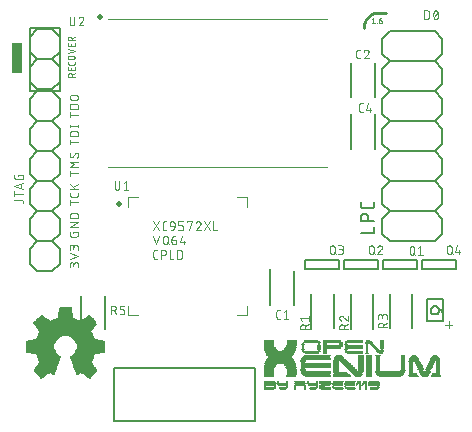
<source format=gbr>
G04 EAGLE Gerber RS-274X export*
G75*
%MOMM*%
%FSLAX34Y34*%
%LPD*%
%INSilkscreen Top*%
%IPPOS*%
%AMOC8*
5,1,8,0,0,1.08239X$1,22.5*%
G01*
%ADD10C,0.076200*%
%ADD11R,0.285750X0.057150*%
%ADD12R,0.800100X0.057150*%
%ADD13R,2.171700X0.057150*%
%ADD14R,1.543050X0.057150*%
%ADD15R,0.457200X0.057150*%
%ADD16R,1.828800X0.057150*%
%ADD17R,0.857250X0.057150*%
%ADD18R,0.514350X0.057150*%
%ADD19R,2.343150X0.057150*%
%ADD20R,1.485900X0.057150*%
%ADD21R,0.628650X0.057150*%
%ADD22R,2.400300X0.057150*%
%ADD23R,1.428750X0.057150*%
%ADD24R,0.742950X0.057150*%
%ADD25R,2.228850X0.057150*%
%ADD26R,0.685800X0.057150*%
%ADD27R,0.914400X0.057150*%
%ADD28R,1.314450X0.057150*%
%ADD29R,2.457450X0.057150*%
%ADD30R,1.257300X0.057150*%
%ADD31R,1.200150X0.057150*%
%ADD32R,0.971550X0.057150*%
%ADD33R,2.514600X0.057150*%
%ADD34R,0.400050X0.057150*%
%ADD35R,1.143000X0.057150*%
%ADD36R,1.028700X0.057150*%
%ADD37R,1.085850X0.057150*%
%ADD38R,2.628900X0.057150*%
%ADD39R,2.571750X0.057150*%
%ADD40R,2.286000X0.057150*%
%ADD41R,2.114550X0.057150*%
%ADD42R,0.571500X0.057150*%
%ADD43R,0.057150X0.057150*%
%ADD44R,1.371600X0.057150*%
%ADD45R,0.228600X0.057150*%
%ADD46R,1.600200X0.057150*%
%ADD47R,1.657350X0.057150*%
%ADD48R,0.342900X0.057150*%
%ADD49R,0.114300X0.057150*%
%ADD50R,0.792475X0.015238*%
%ADD51R,0.548638X0.015238*%
%ADD52R,0.167637X0.015238*%
%ADD53R,0.853438X0.015238*%
%ADD54R,0.746756X0.015238*%
%ADD55R,0.746762X0.015238*%
%ADD56R,0.594356X0.015238*%
%ADD57R,0.883919X0.015238*%
%ADD58R,0.609600X0.015238*%
%ADD59R,0.929638X0.015238*%
%ADD60R,0.807719X0.015238*%
%ADD61R,0.670556X0.015238*%
%ADD62R,0.914400X0.015238*%
%ADD63R,0.640081X0.015238*%
%ADD64R,0.640075X0.015238*%
%ADD65R,0.960119X0.015238*%
%ADD66R,0.838200X0.015238*%
%ADD67R,0.701037X0.015238*%
%ADD68R,0.152400X0.015238*%
%ADD69R,0.975356X0.015238*%
%ADD70R,0.716281X0.015238*%
%ADD71R,0.944875X0.015238*%
%ADD72R,0.685800X0.015238*%
%ADD73R,0.990600X0.015238*%
%ADD74R,0.868681X0.015238*%
%ADD75R,0.731519X0.015238*%
%ADD76R,1.005837X0.015238*%
%ADD77R,0.899156X0.015238*%
%ADD78R,0.899163X0.015238*%
%ADD79R,0.762000X0.015238*%
%ADD80R,0.716275X0.015238*%
%ADD81R,0.777238X0.015238*%
%ADD82R,0.213356X0.015238*%
%ADD83R,0.182881X0.015238*%
%ADD84R,0.182875X0.015238*%
%ADD85R,0.228600X0.015238*%
%ADD86R,0.198119X0.015238*%
%ADD87R,0.243838X0.015238*%
%ADD88R,0.320038X0.015238*%
%ADD89R,0.381000X0.015238*%
%ADD90R,0.457200X0.015238*%
%ADD91R,0.518156X0.015238*%
%ADD92R,0.944881X0.015238*%
%ADD93R,0.579119X0.015238*%
%ADD94R,0.822956X0.015238*%
%ADD95R,0.655319X0.015238*%
%ADD96R,0.822963X0.015238*%
%ADD97R,0.015238X0.015238*%
%ADD98R,0.030481X0.015238*%
%ADD99R,0.045719X0.015238*%
%ADD100R,0.792481X0.015238*%
%ADD101R,0.060963X0.015238*%
%ADD102R,0.060956X0.015238*%
%ADD103R,0.076200X0.015238*%
%ADD104R,0.091438X0.015238*%
%ADD105R,0.106681X0.015238*%
%ADD106R,0.121919X0.015238*%
%ADD107R,0.533400X0.015238*%
%ADD108R,0.137162X0.015238*%
%ADD109R,0.137156X0.015238*%
%ADD110R,0.472438X0.015238*%
%ADD111R,0.411475X0.015238*%
%ADD112R,0.335275X0.015238*%
%ADD113R,0.274319X0.015238*%
%ADD114R,0.213363X0.015238*%
%ADD115R,0.411481X0.015238*%
%ADD116R,0.396238X0.015238*%
%ADD117R,0.365756X0.015238*%
%ADD118R,0.350519X0.015238*%
%ADD119R,0.335281X0.015238*%
%ADD120R,0.304800X0.015238*%
%ADD121R,0.106675X0.015238*%
%ADD122R,0.952500X2.540000*%
%ADD123C,0.050800*%
%ADD124R,0.035556X0.017781*%
%ADD125R,0.017781X0.017781*%
%ADD126R,0.088900X0.017775*%
%ADD127R,0.142238X0.017781*%
%ADD128R,0.177800X0.017775*%
%ADD129R,0.231138X0.017781*%
%ADD130R,0.266700X0.017781*%
%ADD131R,0.320038X0.017775*%
%ADD132R,0.302256X0.017775*%
%ADD133R,0.355600X0.017781*%
%ADD134R,0.391163X0.017775*%
%ADD135R,0.391156X0.017775*%
%ADD136R,0.444500X0.017781*%
%ADD137R,0.480056X0.017781*%
%ADD138R,0.533400X0.017775*%
%ADD139R,0.568956X0.017781*%
%ADD140R,0.568963X0.017781*%
%ADD141R,0.622300X0.017775*%
%ADD142R,0.657856X0.017781*%
%ADD143R,0.711200X0.017781*%
%ADD144R,0.746756X0.017775*%
%ADD145R,0.800100X0.017781*%
%ADD146R,0.835663X0.017775*%
%ADD147R,0.835656X0.017775*%
%ADD148R,0.889000X0.017781*%
%ADD149R,0.124456X0.017781*%
%ADD150R,0.871219X0.017781*%
%ADD151R,0.924556X0.017781*%
%ADD152R,0.177800X0.017781*%
%ADD153R,0.977900X0.017775*%
%ADD154R,0.213356X0.017775*%
%ADD155R,0.960119X0.017775*%
%ADD156R,1.013456X0.017781*%
%ADD157R,1.013463X0.017781*%
%ADD158R,1.066800X0.017775*%
%ADD159R,0.302262X0.017775*%
%ADD160R,1.049019X0.017775*%
%ADD161R,1.102356X0.017781*%
%ADD162R,0.337819X0.017781*%
%ADD163R,1.137919X0.017781*%
%ADD164R,0.373375X0.017781*%
%ADD165R,0.373381X0.017781*%
%ADD166R,1.617975X0.017775*%
%ADD167R,1.617981X0.017775*%
%ADD168R,1.653538X0.017781*%
%ADD169R,1.671319X0.017775*%
%ADD170R,1.706875X0.017781*%
%ADD171R,1.706881X0.017781*%
%ADD172R,1.724656X0.017781*%
%ADD173R,1.742438X0.017775*%
%ADD174R,1.778000X0.017781*%
%ADD175R,1.795781X0.017775*%
%ADD176R,1.795775X0.017775*%
%ADD177R,1.831338X0.017781*%
%ADD178R,1.849119X0.017775*%
%ADD179R,1.831338X0.017775*%
%ADD180R,1.849119X0.017781*%
%ADD181R,1.813556X0.017775*%
%ADD182R,1.813556X0.017781*%
%ADD183R,1.813563X0.017775*%
%ADD184R,1.795781X0.017781*%
%ADD185R,1.795775X0.017781*%
%ADD186R,1.778000X0.017775*%
%ADD187R,1.760219X0.017775*%
%ADD188R,1.760219X0.017781*%
%ADD189R,1.742438X0.017781*%
%ADD190R,1.724662X0.017781*%
%ADD191R,1.724656X0.017775*%
%ADD192R,1.706875X0.017775*%
%ADD193R,1.706881X0.017775*%
%ADD194R,1.689100X0.017781*%
%ADD195R,1.689100X0.017775*%
%ADD196R,1.671319X0.017781*%
%ADD197R,1.866900X0.017781*%
%ADD198R,1.866900X0.017775*%
%ADD199R,1.884681X0.017775*%
%ADD200R,1.902456X0.017781*%
%ADD201R,1.902456X0.017775*%
%ADD202R,1.938019X0.017781*%
%ADD203R,1.920238X0.017781*%
%ADD204R,1.938019X0.017775*%
%ADD205R,1.955800X0.017775*%
%ADD206R,1.973575X0.017781*%
%ADD207R,1.973581X0.017781*%
%ADD208R,1.973575X0.017775*%
%ADD209R,1.973581X0.017775*%
%ADD210R,1.991356X0.017781*%
%ADD211R,1.991363X0.017781*%
%ADD212R,1.991356X0.017775*%
%ADD213R,1.884675X0.017775*%
%ADD214R,1.884681X0.017781*%
%ADD215R,1.884675X0.017781*%
%ADD216R,1.813563X0.017781*%
%ADD217R,1.991363X0.017775*%
%ADD218R,2.080262X0.017781*%
%ADD219R,2.062475X0.017781*%
%ADD220R,2.151381X0.017781*%
%ADD221R,2.151375X0.017781*%
%ADD222R,2.240275X0.017775*%
%ADD223R,2.240281X0.017775*%
%ADD224R,2.346956X0.017781*%
%ADD225R,2.329175X0.017781*%
%ADD226R,2.418081X0.017775*%
%ADD227R,2.418075X0.017775*%
%ADD228R,2.489200X0.017781*%
%ADD229R,2.506975X0.017781*%
%ADD230R,2.524763X0.017781*%
%ADD231R,2.506981X0.017775*%
%ADD232R,2.506981X0.017781*%
%ADD233R,2.489200X0.017775*%
%ADD234R,2.471419X0.017781*%
%ADD235R,2.471419X0.017775*%
%ADD236R,2.453638X0.017775*%
%ADD237R,2.453638X0.017781*%
%ADD238R,2.435856X0.017775*%
%ADD239R,2.435863X0.017775*%
%ADD240R,2.435856X0.017781*%
%ADD241R,2.435863X0.017781*%
%ADD242R,2.418081X0.017781*%
%ADD243R,2.400300X0.017775*%
%ADD244R,2.400300X0.017781*%
%ADD245R,2.524756X0.017781*%
%ADD246R,2.506975X0.017775*%
%ADD247R,2.382519X0.017775*%
%ADD248R,2.364737X0.017775*%
%ADD249R,2.293619X0.017781*%
%ADD250R,2.204719X0.017781*%
%ADD251R,2.133600X0.017775*%
%ADD252R,2.026919X0.017781*%
%ADD253R,2.044700X0.017781*%
%ADD254R,1.902463X0.017781*%
%ADD255R,1.920238X0.017775*%
%ADD256R,1.955800X0.017781*%
%ADD257R,2.009138X0.017781*%
%ADD258R,2.062481X0.017781*%
%ADD259R,2.115819X0.017775*%
%ADD260R,4.640575X0.017775*%
%ADD261R,4.622800X0.017781*%
%ADD262R,4.587238X0.017775*%
%ADD263R,4.587238X0.017781*%
%ADD264R,4.569456X0.017775*%
%ADD265R,4.551681X0.017781*%
%ADD266R,4.533900X0.017781*%
%ADD267R,4.516119X0.017775*%
%ADD268R,4.498337X0.017781*%
%ADD269R,4.480556X0.017775*%
%ADD270R,4.480556X0.017781*%
%ADD271R,4.445000X0.017781*%
%ADD272R,4.445000X0.017775*%
%ADD273R,4.427219X0.017781*%
%ADD274R,4.409438X0.017775*%
%ADD275R,4.409438X0.017781*%
%ADD276R,4.373881X0.017781*%
%ADD277R,4.373881X0.017775*%
%ADD278R,4.516119X0.017781*%
%ADD279R,4.551681X0.017775*%
%ADD280R,4.605019X0.017775*%
%ADD281R,4.658356X0.017781*%
%ADD282R,4.676138X0.017775*%
%ADD283R,4.693919X0.017781*%
%ADD284R,4.729481X0.017775*%
%ADD285R,4.747256X0.017781*%
%ADD286R,4.765038X0.017781*%
%ADD287R,4.800600X0.017775*%
%ADD288R,4.818375X0.017781*%
%ADD289R,4.836156X0.017775*%
%ADD290R,4.871719X0.017781*%
%ADD291R,4.907281X0.017781*%
%ADD292R,4.925056X0.017775*%
%ADD293R,4.942838X0.017781*%
%ADD294R,4.978400X0.017775*%
%ADD295R,4.996175X0.017781*%
%ADD296R,5.013956X0.017781*%
%ADD297R,5.049519X0.017775*%
%ADD298R,5.049519X0.017781*%
%ADD299R,5.085081X0.017775*%
%ADD300R,5.120637X0.017781*%
%ADD301R,5.138419X0.017781*%
%ADD302R,5.156200X0.017775*%
%ADD303R,5.191756X0.017781*%
%ADD304R,5.209538X0.017775*%
%ADD305R,5.227319X0.017781*%
%ADD306R,5.262881X0.017781*%
%ADD307R,5.298438X0.017775*%
%ADD308R,5.298438X0.017781*%
%ADD309R,5.334000X0.017775*%
%ADD310R,5.334000X0.017781*%
%ADD311R,5.262881X0.017775*%
%ADD312R,1.244600X0.017775*%
%ADD313R,1.191256X0.017781*%
%ADD314R,2.364737X0.017781*%
%ADD315R,1.155700X0.017781*%
%ADD316R,2.275838X0.017781*%
%ADD317R,1.120138X0.017775*%
%ADD318R,2.204719X0.017775*%
%ADD319R,1.102356X0.017775*%
%ADD320R,1.066800X0.017781*%
%ADD321R,2.098038X0.017781*%
%ADD322R,1.031238X0.017775*%
%ADD323R,2.026919X0.017775*%
%ADD324R,0.977900X0.017781*%
%ADD325R,0.942338X0.017781*%
%ADD326R,0.889000X0.017775*%
%ADD327R,0.853438X0.017781*%
%ADD328R,0.800100X0.017775*%
%ADD329R,1.582419X0.017775*%
%ADD330R,0.764538X0.017781*%
%ADD331R,1.493519X0.017781*%
%ADD332R,1.404619X0.017781*%
%ADD333R,0.675638X0.017775*%
%ADD334R,1.315719X0.017775*%
%ADD335R,0.640081X0.017781*%
%ADD336R,1.280156X0.017781*%
%ADD337R,0.622300X0.017781*%
%ADD338R,0.586738X0.017775*%
%ADD339R,1.262375X0.017775*%
%ADD340R,0.551175X0.017781*%
%ADD341R,1.244600X0.017781*%
%ADD342R,0.533400X0.017781*%
%ADD343R,0.497838X0.017781*%
%ADD344R,0.462275X0.017775*%
%ADD345R,0.462281X0.017775*%
%ADD346R,0.408938X0.017781*%
%ADD347R,1.226819X0.017781*%
%ADD348R,0.373381X0.017775*%
%ADD349R,1.209037X0.017775*%
%ADD350R,0.320038X0.017781*%
%ADD351R,1.209037X0.017781*%
%ADD352R,0.284481X0.017781*%
%ADD353R,0.284475X0.017781*%
%ADD354R,0.231138X0.017775*%
%ADD355R,0.195581X0.017781*%
%ADD356R,0.195575X0.017781*%
%ADD357R,0.160019X0.017775*%
%ADD358R,1.173481X0.017775*%
%ADD359R,0.142238X0.017775*%
%ADD360R,0.106675X0.017781*%
%ADD361R,1.173481X0.017781*%
%ADD362R,0.106681X0.017781*%
%ADD363R,0.071119X0.017781*%
%ADD364R,0.053338X0.017781*%
%ADD365R,1.155700X0.017775*%
%ADD366R,1.137919X0.017775*%
%ADD367R,1.084575X0.017775*%
%ADD368R,1.084575X0.017781*%
%ADD369R,1.049019X0.017781*%
%ADD370R,1.031238X0.017781*%
%ADD371R,0.995681X0.017781*%
%ADD372R,0.995681X0.017775*%
%ADD373R,0.960119X0.017781*%
%ADD374R,0.924556X0.017775*%
%ADD375C,0.254000*%
%ADD376C,0.152400*%
%ADD377C,0.500000*%
%ADD378C,0.120000*%
%ADD379C,0.127000*%


D10*
X53594Y136906D02*
X53594Y138952D01*
X53592Y139041D01*
X53586Y139130D01*
X53576Y139219D01*
X53563Y139307D01*
X53546Y139395D01*
X53524Y139482D01*
X53499Y139567D01*
X53471Y139652D01*
X53438Y139735D01*
X53402Y139817D01*
X53363Y139897D01*
X53320Y139975D01*
X53274Y140051D01*
X53224Y140126D01*
X53171Y140198D01*
X53115Y140267D01*
X53056Y140334D01*
X52995Y140399D01*
X52930Y140460D01*
X52863Y140519D01*
X52794Y140575D01*
X52722Y140628D01*
X52647Y140678D01*
X52571Y140724D01*
X52493Y140767D01*
X52413Y140806D01*
X52331Y140842D01*
X52248Y140875D01*
X52163Y140903D01*
X52078Y140928D01*
X51991Y140950D01*
X51903Y140967D01*
X51815Y140980D01*
X51726Y140990D01*
X51637Y140996D01*
X51548Y140998D01*
X51459Y140996D01*
X51370Y140990D01*
X51281Y140980D01*
X51193Y140967D01*
X51105Y140950D01*
X51018Y140928D01*
X50933Y140903D01*
X50848Y140875D01*
X50765Y140842D01*
X50683Y140806D01*
X50603Y140767D01*
X50525Y140724D01*
X50449Y140678D01*
X50374Y140628D01*
X50302Y140575D01*
X50233Y140519D01*
X50166Y140460D01*
X50101Y140399D01*
X50040Y140334D01*
X49981Y140267D01*
X49925Y140198D01*
X49872Y140126D01*
X49822Y140051D01*
X49776Y139975D01*
X49733Y139897D01*
X49694Y139817D01*
X49658Y139735D01*
X49625Y139652D01*
X49597Y139567D01*
X49572Y139482D01*
X49550Y139395D01*
X49533Y139307D01*
X49520Y139219D01*
X49510Y139130D01*
X49504Y139041D01*
X49502Y138952D01*
X46228Y139361D02*
X46228Y136906D01*
X46228Y139361D02*
X46230Y139440D01*
X46236Y139519D01*
X46245Y139598D01*
X46258Y139676D01*
X46276Y139753D01*
X46296Y139829D01*
X46321Y139904D01*
X46349Y139978D01*
X46380Y140051D01*
X46416Y140122D01*
X46454Y140191D01*
X46496Y140258D01*
X46541Y140323D01*
X46589Y140386D01*
X46640Y140447D01*
X46694Y140504D01*
X46750Y140560D01*
X46809Y140612D01*
X46871Y140662D01*
X46935Y140708D01*
X47001Y140752D01*
X47069Y140792D01*
X47139Y140828D01*
X47211Y140862D01*
X47285Y140892D01*
X47359Y140918D01*
X47435Y140941D01*
X47512Y140959D01*
X47589Y140975D01*
X47668Y140986D01*
X47746Y140994D01*
X47825Y140998D01*
X47905Y140998D01*
X47984Y140994D01*
X48062Y140986D01*
X48141Y140975D01*
X48218Y140959D01*
X48295Y140941D01*
X48371Y140918D01*
X48445Y140892D01*
X48519Y140862D01*
X48591Y140828D01*
X48661Y140792D01*
X48729Y140752D01*
X48795Y140708D01*
X48859Y140662D01*
X48921Y140612D01*
X48980Y140560D01*
X49036Y140504D01*
X49090Y140447D01*
X49141Y140386D01*
X49189Y140323D01*
X49234Y140258D01*
X49276Y140191D01*
X49314Y140122D01*
X49350Y140051D01*
X49381Y139978D01*
X49409Y139904D01*
X49434Y139829D01*
X49454Y139753D01*
X49472Y139676D01*
X49485Y139598D01*
X49494Y139519D01*
X49500Y139440D01*
X49502Y139361D01*
X49502Y137724D01*
X46228Y143812D02*
X53594Y146267D01*
X46228Y148723D01*
X53594Y151536D02*
X53594Y153582D01*
X53592Y153671D01*
X53586Y153760D01*
X53576Y153849D01*
X53563Y153937D01*
X53546Y154025D01*
X53524Y154112D01*
X53499Y154197D01*
X53471Y154282D01*
X53438Y154365D01*
X53402Y154447D01*
X53363Y154527D01*
X53320Y154605D01*
X53274Y154681D01*
X53224Y154756D01*
X53171Y154828D01*
X53115Y154897D01*
X53056Y154964D01*
X52995Y155029D01*
X52930Y155090D01*
X52863Y155149D01*
X52794Y155205D01*
X52722Y155258D01*
X52647Y155308D01*
X52571Y155354D01*
X52493Y155397D01*
X52413Y155436D01*
X52331Y155472D01*
X52248Y155505D01*
X52163Y155533D01*
X52078Y155558D01*
X51991Y155580D01*
X51903Y155597D01*
X51815Y155610D01*
X51726Y155620D01*
X51637Y155626D01*
X51548Y155628D01*
X51459Y155626D01*
X51370Y155620D01*
X51281Y155610D01*
X51193Y155597D01*
X51105Y155580D01*
X51018Y155558D01*
X50933Y155533D01*
X50848Y155505D01*
X50765Y155472D01*
X50683Y155436D01*
X50603Y155397D01*
X50525Y155354D01*
X50449Y155308D01*
X50374Y155258D01*
X50302Y155205D01*
X50233Y155149D01*
X50166Y155090D01*
X50101Y155029D01*
X50040Y154964D01*
X49981Y154897D01*
X49925Y154828D01*
X49872Y154756D01*
X49822Y154681D01*
X49776Y154605D01*
X49733Y154527D01*
X49694Y154447D01*
X49658Y154365D01*
X49625Y154282D01*
X49597Y154197D01*
X49572Y154112D01*
X49550Y154025D01*
X49533Y153937D01*
X49520Y153849D01*
X49510Y153760D01*
X49504Y153671D01*
X49502Y153582D01*
X46228Y153992D02*
X46228Y151536D01*
X46228Y153992D02*
X46230Y154071D01*
X46236Y154150D01*
X46245Y154229D01*
X46258Y154307D01*
X46276Y154384D01*
X46296Y154460D01*
X46321Y154535D01*
X46349Y154609D01*
X46380Y154682D01*
X46416Y154753D01*
X46454Y154822D01*
X46496Y154889D01*
X46541Y154954D01*
X46589Y155017D01*
X46640Y155078D01*
X46694Y155135D01*
X46750Y155191D01*
X46809Y155243D01*
X46871Y155293D01*
X46935Y155339D01*
X47001Y155383D01*
X47069Y155423D01*
X47139Y155459D01*
X47211Y155493D01*
X47285Y155523D01*
X47359Y155549D01*
X47435Y155572D01*
X47512Y155590D01*
X47589Y155606D01*
X47668Y155617D01*
X47746Y155625D01*
X47825Y155629D01*
X47905Y155629D01*
X47984Y155625D01*
X48062Y155617D01*
X48141Y155606D01*
X48218Y155590D01*
X48295Y155572D01*
X48371Y155549D01*
X48445Y155523D01*
X48519Y155493D01*
X48591Y155459D01*
X48661Y155423D01*
X48729Y155383D01*
X48795Y155339D01*
X48859Y155293D01*
X48921Y155243D01*
X48980Y155191D01*
X49036Y155135D01*
X49090Y155078D01*
X49141Y155017D01*
X49189Y154954D01*
X49234Y154889D01*
X49276Y154822D01*
X49314Y154753D01*
X49350Y154682D01*
X49381Y154609D01*
X49409Y154535D01*
X49434Y154460D01*
X49454Y154384D01*
X49472Y154307D01*
X49485Y154229D01*
X49494Y154150D01*
X49500Y154071D01*
X49502Y153992D01*
X49502Y152355D01*
X49502Y165636D02*
X49502Y166864D01*
X53594Y166864D01*
X53594Y164409D01*
X53592Y164331D01*
X53587Y164253D01*
X53577Y164176D01*
X53564Y164099D01*
X53548Y164023D01*
X53528Y163948D01*
X53504Y163874D01*
X53477Y163801D01*
X53446Y163729D01*
X53412Y163659D01*
X53375Y163591D01*
X53334Y163524D01*
X53290Y163459D01*
X53244Y163397D01*
X53194Y163337D01*
X53142Y163279D01*
X53087Y163224D01*
X53029Y163172D01*
X52969Y163122D01*
X52907Y163076D01*
X52842Y163032D01*
X52776Y162991D01*
X52707Y162954D01*
X52637Y162920D01*
X52565Y162889D01*
X52492Y162862D01*
X52418Y162838D01*
X52343Y162818D01*
X52267Y162802D01*
X52190Y162789D01*
X52113Y162779D01*
X52035Y162774D01*
X51957Y162772D01*
X47865Y162772D01*
X47785Y162774D01*
X47705Y162780D01*
X47625Y162790D01*
X47546Y162803D01*
X47467Y162821D01*
X47390Y162842D01*
X47314Y162868D01*
X47239Y162897D01*
X47165Y162929D01*
X47093Y162965D01*
X47023Y163005D01*
X46956Y163048D01*
X46890Y163094D01*
X46827Y163144D01*
X46766Y163196D01*
X46707Y163251D01*
X46652Y163310D01*
X46600Y163370D01*
X46550Y163434D01*
X46504Y163499D01*
X46461Y163567D01*
X46421Y163637D01*
X46385Y163709D01*
X46353Y163783D01*
X46324Y163857D01*
X46299Y163934D01*
X46277Y164011D01*
X46259Y164090D01*
X46246Y164169D01*
X46236Y164248D01*
X46230Y164329D01*
X46228Y164409D01*
X46228Y166864D01*
X46228Y170575D02*
X53594Y170575D01*
X53594Y174667D02*
X46228Y170575D01*
X46228Y174667D02*
X53594Y174667D01*
X53594Y178378D02*
X46228Y178378D01*
X46228Y180424D01*
X46230Y180513D01*
X46236Y180602D01*
X46246Y180691D01*
X46259Y180779D01*
X46276Y180867D01*
X46298Y180954D01*
X46323Y181039D01*
X46351Y181124D01*
X46384Y181207D01*
X46420Y181289D01*
X46459Y181369D01*
X46502Y181447D01*
X46548Y181523D01*
X46598Y181598D01*
X46651Y181670D01*
X46707Y181739D01*
X46766Y181806D01*
X46827Y181871D01*
X46892Y181932D01*
X46959Y181991D01*
X47028Y182047D01*
X47100Y182100D01*
X47175Y182150D01*
X47251Y182196D01*
X47329Y182239D01*
X47409Y182278D01*
X47491Y182314D01*
X47574Y182347D01*
X47659Y182375D01*
X47744Y182400D01*
X47831Y182422D01*
X47919Y182439D01*
X48007Y182452D01*
X48096Y182462D01*
X48185Y182468D01*
X48274Y182470D01*
X51548Y182470D01*
X51637Y182468D01*
X51726Y182462D01*
X51815Y182452D01*
X51903Y182439D01*
X51991Y182422D01*
X52078Y182400D01*
X52163Y182375D01*
X52248Y182347D01*
X52331Y182314D01*
X52413Y182278D01*
X52493Y182239D01*
X52571Y182196D01*
X52647Y182150D01*
X52722Y182100D01*
X52794Y182047D01*
X52863Y181991D01*
X52930Y181932D01*
X52995Y181871D01*
X53056Y181806D01*
X53115Y181739D01*
X53171Y181670D01*
X53224Y181598D01*
X53274Y181523D01*
X53320Y181447D01*
X53363Y181369D01*
X53402Y181289D01*
X53438Y181207D01*
X53471Y181124D01*
X53499Y181039D01*
X53524Y180954D01*
X53546Y180867D01*
X53563Y180779D01*
X53576Y180691D01*
X53586Y180602D01*
X53592Y180513D01*
X53594Y180424D01*
X53594Y178378D01*
X53594Y191659D02*
X46228Y191659D01*
X46228Y189613D02*
X46228Y193705D01*
X53594Y198054D02*
X53594Y199691D01*
X53594Y198054D02*
X53592Y197976D01*
X53587Y197898D01*
X53577Y197821D01*
X53564Y197744D01*
X53548Y197668D01*
X53528Y197593D01*
X53504Y197519D01*
X53477Y197446D01*
X53446Y197374D01*
X53412Y197304D01*
X53375Y197236D01*
X53334Y197169D01*
X53290Y197104D01*
X53244Y197042D01*
X53194Y196982D01*
X53142Y196924D01*
X53087Y196869D01*
X53029Y196817D01*
X52969Y196767D01*
X52907Y196721D01*
X52842Y196677D01*
X52776Y196636D01*
X52707Y196599D01*
X52637Y196565D01*
X52565Y196534D01*
X52492Y196507D01*
X52418Y196483D01*
X52343Y196463D01*
X52267Y196447D01*
X52190Y196434D01*
X52113Y196424D01*
X52035Y196419D01*
X51957Y196417D01*
X47865Y196417D01*
X47785Y196419D01*
X47705Y196425D01*
X47625Y196435D01*
X47546Y196448D01*
X47467Y196466D01*
X47390Y196487D01*
X47314Y196513D01*
X47239Y196542D01*
X47165Y196574D01*
X47093Y196610D01*
X47023Y196650D01*
X46956Y196693D01*
X46890Y196739D01*
X46827Y196789D01*
X46766Y196841D01*
X46707Y196896D01*
X46652Y196955D01*
X46600Y197015D01*
X46550Y197079D01*
X46504Y197144D01*
X46461Y197212D01*
X46421Y197282D01*
X46385Y197354D01*
X46353Y197428D01*
X46324Y197502D01*
X46299Y197579D01*
X46277Y197656D01*
X46259Y197735D01*
X46246Y197814D01*
X46236Y197893D01*
X46230Y197974D01*
X46228Y198054D01*
X46228Y199691D01*
X46228Y202898D02*
X53594Y202898D01*
X50729Y202898D02*
X46228Y206990D01*
X49093Y204535D02*
X53594Y206990D01*
X53594Y216180D02*
X46228Y216180D01*
X46228Y218226D02*
X46228Y214133D01*
X46228Y221283D02*
X53594Y221283D01*
X50320Y223739D02*
X46228Y221283D01*
X50320Y223739D02*
X46228Y226194D01*
X53594Y226194D01*
X53594Y231951D02*
X53592Y232029D01*
X53587Y232107D01*
X53577Y232184D01*
X53564Y232261D01*
X53548Y232337D01*
X53528Y232412D01*
X53504Y232486D01*
X53477Y232559D01*
X53446Y232631D01*
X53412Y232701D01*
X53375Y232770D01*
X53334Y232836D01*
X53290Y232901D01*
X53244Y232963D01*
X53194Y233023D01*
X53142Y233081D01*
X53087Y233136D01*
X53029Y233188D01*
X52969Y233238D01*
X52907Y233284D01*
X52842Y233328D01*
X52776Y233369D01*
X52707Y233406D01*
X52637Y233440D01*
X52565Y233471D01*
X52492Y233498D01*
X52418Y233522D01*
X52343Y233542D01*
X52267Y233558D01*
X52190Y233571D01*
X52113Y233581D01*
X52035Y233586D01*
X51957Y233588D01*
X53594Y231951D02*
X53592Y231837D01*
X53587Y231724D01*
X53577Y231610D01*
X53564Y231497D01*
X53547Y231385D01*
X53527Y231273D01*
X53503Y231162D01*
X53475Y231051D01*
X53444Y230942D01*
X53409Y230834D01*
X53370Y230727D01*
X53328Y230621D01*
X53283Y230517D01*
X53234Y230414D01*
X53181Y230313D01*
X53126Y230214D01*
X53067Y230116D01*
X53005Y230021D01*
X52940Y229928D01*
X52872Y229836D01*
X52801Y229748D01*
X52727Y229661D01*
X52650Y229577D01*
X52571Y229496D01*
X47865Y229700D02*
X47787Y229702D01*
X47709Y229707D01*
X47632Y229717D01*
X47555Y229730D01*
X47479Y229746D01*
X47404Y229766D01*
X47330Y229790D01*
X47257Y229817D01*
X47185Y229848D01*
X47115Y229882D01*
X47047Y229919D01*
X46980Y229960D01*
X46915Y230004D01*
X46853Y230050D01*
X46793Y230100D01*
X46735Y230152D01*
X46680Y230207D01*
X46628Y230265D01*
X46578Y230325D01*
X46532Y230387D01*
X46488Y230452D01*
X46447Y230519D01*
X46410Y230587D01*
X46376Y230657D01*
X46345Y230729D01*
X46318Y230802D01*
X46294Y230876D01*
X46274Y230951D01*
X46258Y231027D01*
X46245Y231104D01*
X46235Y231181D01*
X46230Y231259D01*
X46228Y231337D01*
X46230Y231447D01*
X46236Y231556D01*
X46246Y231666D01*
X46259Y231774D01*
X46277Y231883D01*
X46298Y231990D01*
X46324Y232097D01*
X46353Y232203D01*
X46385Y232308D01*
X46422Y232411D01*
X46462Y232513D01*
X46506Y232614D01*
X46554Y232713D01*
X46604Y232810D01*
X46659Y232905D01*
X46717Y232998D01*
X46778Y233089D01*
X46842Y233178D01*
X49297Y230518D02*
X49255Y230452D01*
X49211Y230387D01*
X49163Y230325D01*
X49113Y230265D01*
X49060Y230207D01*
X49004Y230152D01*
X48946Y230099D01*
X48885Y230050D01*
X48822Y230003D01*
X48757Y229959D01*
X48690Y229919D01*
X48621Y229882D01*
X48550Y229848D01*
X48478Y229817D01*
X48404Y229790D01*
X48329Y229766D01*
X48254Y229746D01*
X48177Y229730D01*
X48100Y229717D01*
X48022Y229707D01*
X47943Y229702D01*
X47865Y229700D01*
X50524Y232769D02*
X50566Y232836D01*
X50610Y232901D01*
X50658Y232963D01*
X50708Y233023D01*
X50761Y233081D01*
X50817Y233136D01*
X50876Y233188D01*
X50936Y233238D01*
X51000Y233285D01*
X51065Y233328D01*
X51132Y233369D01*
X51201Y233406D01*
X51272Y233440D01*
X51344Y233471D01*
X51418Y233498D01*
X51492Y233522D01*
X51568Y233542D01*
X51645Y233558D01*
X51722Y233571D01*
X51800Y233581D01*
X51879Y233586D01*
X51957Y233588D01*
X50525Y232769D02*
X49297Y230518D01*
X46228Y242777D02*
X53594Y242777D01*
X46228Y240731D02*
X46228Y244823D01*
X46228Y247802D02*
X53594Y247802D01*
X46228Y247802D02*
X46228Y249848D01*
X46230Y249937D01*
X46236Y250026D01*
X46246Y250115D01*
X46259Y250203D01*
X46276Y250291D01*
X46298Y250378D01*
X46323Y250463D01*
X46351Y250548D01*
X46384Y250631D01*
X46420Y250713D01*
X46459Y250793D01*
X46502Y250871D01*
X46548Y250947D01*
X46598Y251022D01*
X46651Y251094D01*
X46707Y251163D01*
X46766Y251230D01*
X46827Y251295D01*
X46892Y251356D01*
X46959Y251415D01*
X47028Y251471D01*
X47100Y251524D01*
X47175Y251574D01*
X47251Y251620D01*
X47329Y251663D01*
X47409Y251702D01*
X47491Y251738D01*
X47574Y251771D01*
X47659Y251799D01*
X47744Y251824D01*
X47831Y251846D01*
X47919Y251863D01*
X48007Y251876D01*
X48096Y251886D01*
X48185Y251892D01*
X48274Y251894D01*
X51548Y251894D01*
X51637Y251892D01*
X51726Y251886D01*
X51815Y251876D01*
X51903Y251863D01*
X51991Y251846D01*
X52078Y251824D01*
X52163Y251799D01*
X52248Y251771D01*
X52331Y251738D01*
X52413Y251702D01*
X52493Y251663D01*
X52571Y251620D01*
X52647Y251574D01*
X52722Y251524D01*
X52794Y251471D01*
X52863Y251415D01*
X52930Y251356D01*
X52995Y251295D01*
X53056Y251230D01*
X53115Y251163D01*
X53171Y251094D01*
X53224Y251022D01*
X53274Y250947D01*
X53320Y250871D01*
X53363Y250793D01*
X53402Y250713D01*
X53438Y250631D01*
X53471Y250548D01*
X53499Y250463D01*
X53524Y250378D01*
X53546Y250291D01*
X53563Y250203D01*
X53576Y250115D01*
X53586Y250026D01*
X53592Y249937D01*
X53594Y249848D01*
X53594Y247802D01*
X53594Y255944D02*
X46228Y255944D01*
X53594Y255126D02*
X53594Y256763D01*
X46228Y256763D02*
X46228Y255126D01*
X46228Y265952D02*
X53594Y265952D01*
X46228Y263906D02*
X46228Y267998D01*
X46228Y270977D02*
X53594Y270977D01*
X46228Y270977D02*
X46228Y273023D01*
X46230Y273112D01*
X46236Y273201D01*
X46246Y273290D01*
X46259Y273378D01*
X46276Y273466D01*
X46298Y273553D01*
X46323Y273638D01*
X46351Y273723D01*
X46384Y273806D01*
X46420Y273888D01*
X46459Y273968D01*
X46502Y274046D01*
X46548Y274122D01*
X46598Y274197D01*
X46651Y274269D01*
X46707Y274338D01*
X46766Y274405D01*
X46827Y274470D01*
X46892Y274531D01*
X46959Y274590D01*
X47028Y274646D01*
X47100Y274699D01*
X47175Y274749D01*
X47251Y274795D01*
X47329Y274838D01*
X47409Y274877D01*
X47491Y274913D01*
X47574Y274946D01*
X47659Y274974D01*
X47744Y274999D01*
X47831Y275021D01*
X47919Y275038D01*
X48007Y275051D01*
X48096Y275061D01*
X48185Y275067D01*
X48274Y275069D01*
X48274Y275070D02*
X51548Y275070D01*
X51548Y275069D02*
X51637Y275067D01*
X51726Y275061D01*
X51815Y275051D01*
X51903Y275038D01*
X51991Y275021D01*
X52078Y274999D01*
X52163Y274974D01*
X52248Y274946D01*
X52331Y274913D01*
X52413Y274877D01*
X52493Y274838D01*
X52571Y274795D01*
X52647Y274749D01*
X52722Y274699D01*
X52794Y274646D01*
X52863Y274590D01*
X52930Y274531D01*
X52995Y274470D01*
X53056Y274405D01*
X53115Y274338D01*
X53171Y274269D01*
X53224Y274197D01*
X53274Y274122D01*
X53320Y274046D01*
X53363Y273968D01*
X53402Y273888D01*
X53438Y273806D01*
X53471Y273723D01*
X53499Y273638D01*
X53524Y273553D01*
X53546Y273466D01*
X53563Y273378D01*
X53576Y273290D01*
X53586Y273201D01*
X53592Y273112D01*
X53594Y273023D01*
X53594Y270977D01*
X51548Y278536D02*
X48274Y278536D01*
X48185Y278538D01*
X48096Y278544D01*
X48007Y278554D01*
X47919Y278567D01*
X47831Y278584D01*
X47744Y278606D01*
X47659Y278631D01*
X47574Y278659D01*
X47491Y278692D01*
X47409Y278728D01*
X47329Y278767D01*
X47251Y278810D01*
X47175Y278856D01*
X47100Y278906D01*
X47028Y278959D01*
X46959Y279015D01*
X46892Y279074D01*
X46827Y279135D01*
X46766Y279200D01*
X46707Y279267D01*
X46651Y279336D01*
X46598Y279408D01*
X46548Y279483D01*
X46502Y279559D01*
X46459Y279637D01*
X46420Y279717D01*
X46384Y279799D01*
X46351Y279882D01*
X46323Y279967D01*
X46298Y280052D01*
X46276Y280139D01*
X46259Y280227D01*
X46246Y280315D01*
X46236Y280404D01*
X46230Y280493D01*
X46228Y280582D01*
X46230Y280671D01*
X46236Y280760D01*
X46246Y280849D01*
X46259Y280937D01*
X46276Y281025D01*
X46298Y281112D01*
X46323Y281197D01*
X46351Y281282D01*
X46384Y281365D01*
X46420Y281447D01*
X46459Y281527D01*
X46502Y281605D01*
X46548Y281681D01*
X46598Y281756D01*
X46651Y281828D01*
X46707Y281897D01*
X46766Y281964D01*
X46827Y282029D01*
X46892Y282090D01*
X46959Y282149D01*
X47028Y282205D01*
X47100Y282258D01*
X47175Y282308D01*
X47251Y282354D01*
X47329Y282397D01*
X47409Y282436D01*
X47491Y282472D01*
X47574Y282505D01*
X47659Y282533D01*
X47744Y282558D01*
X47831Y282580D01*
X47919Y282597D01*
X48007Y282610D01*
X48096Y282620D01*
X48185Y282626D01*
X48274Y282628D01*
X48274Y282629D02*
X51548Y282629D01*
X51548Y282628D02*
X51637Y282626D01*
X51726Y282620D01*
X51815Y282610D01*
X51903Y282597D01*
X51991Y282580D01*
X52078Y282558D01*
X52163Y282533D01*
X52248Y282505D01*
X52331Y282472D01*
X52413Y282436D01*
X52493Y282397D01*
X52571Y282354D01*
X52647Y282308D01*
X52722Y282258D01*
X52794Y282205D01*
X52863Y282149D01*
X52930Y282090D01*
X52995Y282029D01*
X53056Y281964D01*
X53115Y281897D01*
X53171Y281828D01*
X53224Y281756D01*
X53274Y281681D01*
X53320Y281605D01*
X53363Y281527D01*
X53402Y281447D01*
X53438Y281365D01*
X53471Y281282D01*
X53499Y281197D01*
X53524Y281112D01*
X53546Y281025D01*
X53563Y280937D01*
X53576Y280849D01*
X53586Y280760D01*
X53592Y280671D01*
X53594Y280582D01*
X53592Y280493D01*
X53586Y280404D01*
X53576Y280315D01*
X53563Y280227D01*
X53546Y280139D01*
X53524Y280052D01*
X53499Y279967D01*
X53471Y279882D01*
X53438Y279799D01*
X53402Y279717D01*
X53363Y279637D01*
X53320Y279559D01*
X53274Y279483D01*
X53224Y279408D01*
X53171Y279336D01*
X53115Y279267D01*
X53056Y279200D01*
X52995Y279135D01*
X52930Y279074D01*
X52863Y279015D01*
X52794Y278959D01*
X52722Y278906D01*
X52647Y278856D01*
X52571Y278810D01*
X52493Y278767D01*
X52413Y278728D01*
X52331Y278692D01*
X52248Y278659D01*
X52163Y278631D01*
X52078Y278606D01*
X51991Y278584D01*
X51903Y278567D01*
X51815Y278554D01*
X51726Y278544D01*
X51637Y278538D01*
X51548Y278536D01*
X122132Y175641D02*
X117221Y168275D01*
X122132Y168275D02*
X117221Y175641D01*
X126559Y168275D02*
X128196Y168275D01*
X126559Y168275D02*
X126481Y168277D01*
X126403Y168282D01*
X126326Y168292D01*
X126249Y168305D01*
X126173Y168321D01*
X126098Y168341D01*
X126024Y168365D01*
X125951Y168392D01*
X125879Y168423D01*
X125809Y168457D01*
X125741Y168494D01*
X125674Y168535D01*
X125609Y168579D01*
X125547Y168625D01*
X125487Y168675D01*
X125429Y168727D01*
X125374Y168782D01*
X125322Y168840D01*
X125272Y168900D01*
X125226Y168962D01*
X125182Y169027D01*
X125141Y169094D01*
X125104Y169162D01*
X125070Y169232D01*
X125039Y169304D01*
X125012Y169377D01*
X124988Y169451D01*
X124968Y169526D01*
X124952Y169602D01*
X124939Y169679D01*
X124929Y169756D01*
X124924Y169834D01*
X124922Y169912D01*
X124922Y174004D01*
X124924Y174084D01*
X124930Y174164D01*
X124940Y174244D01*
X124953Y174323D01*
X124971Y174402D01*
X124992Y174479D01*
X125018Y174555D01*
X125047Y174630D01*
X125079Y174704D01*
X125115Y174776D01*
X125155Y174846D01*
X125198Y174913D01*
X125244Y174979D01*
X125294Y175042D01*
X125346Y175103D01*
X125401Y175162D01*
X125460Y175217D01*
X125520Y175269D01*
X125584Y175319D01*
X125650Y175365D01*
X125717Y175408D01*
X125787Y175448D01*
X125859Y175484D01*
X125933Y175516D01*
X126007Y175545D01*
X126084Y175571D01*
X126161Y175592D01*
X126240Y175610D01*
X126319Y175623D01*
X126399Y175633D01*
X126479Y175639D01*
X126559Y175641D01*
X128196Y175641D01*
X132678Y171549D02*
X135134Y171549D01*
X132678Y171549D02*
X132600Y171551D01*
X132522Y171556D01*
X132445Y171566D01*
X132368Y171579D01*
X132292Y171595D01*
X132217Y171615D01*
X132143Y171639D01*
X132070Y171666D01*
X131998Y171697D01*
X131928Y171731D01*
X131859Y171768D01*
X131793Y171809D01*
X131728Y171853D01*
X131666Y171899D01*
X131606Y171949D01*
X131548Y172001D01*
X131493Y172056D01*
X131441Y172114D01*
X131391Y172174D01*
X131345Y172236D01*
X131301Y172301D01*
X131260Y172368D01*
X131223Y172436D01*
X131189Y172506D01*
X131158Y172578D01*
X131131Y172651D01*
X131107Y172725D01*
X131087Y172800D01*
X131071Y172876D01*
X131058Y172953D01*
X131048Y173030D01*
X131043Y173108D01*
X131041Y173186D01*
X131041Y173595D01*
X131043Y173684D01*
X131049Y173773D01*
X131059Y173862D01*
X131072Y173950D01*
X131089Y174038D01*
X131111Y174125D01*
X131136Y174210D01*
X131164Y174295D01*
X131197Y174378D01*
X131233Y174460D01*
X131272Y174540D01*
X131315Y174618D01*
X131361Y174694D01*
X131411Y174769D01*
X131464Y174841D01*
X131520Y174910D01*
X131579Y174977D01*
X131640Y175042D01*
X131705Y175103D01*
X131772Y175162D01*
X131841Y175218D01*
X131913Y175271D01*
X131988Y175321D01*
X132064Y175367D01*
X132142Y175410D01*
X132222Y175449D01*
X132304Y175485D01*
X132387Y175518D01*
X132472Y175546D01*
X132557Y175571D01*
X132644Y175593D01*
X132732Y175610D01*
X132820Y175623D01*
X132909Y175633D01*
X132998Y175639D01*
X133087Y175641D01*
X133176Y175639D01*
X133265Y175633D01*
X133354Y175623D01*
X133442Y175610D01*
X133530Y175593D01*
X133617Y175571D01*
X133702Y175546D01*
X133787Y175518D01*
X133870Y175485D01*
X133952Y175449D01*
X134032Y175410D01*
X134110Y175367D01*
X134186Y175321D01*
X134261Y175271D01*
X134333Y175218D01*
X134402Y175162D01*
X134469Y175103D01*
X134534Y175042D01*
X134595Y174977D01*
X134654Y174910D01*
X134710Y174841D01*
X134763Y174769D01*
X134813Y174694D01*
X134859Y174618D01*
X134902Y174540D01*
X134941Y174460D01*
X134977Y174378D01*
X135010Y174295D01*
X135038Y174210D01*
X135063Y174125D01*
X135085Y174038D01*
X135102Y173950D01*
X135115Y173862D01*
X135125Y173773D01*
X135131Y173684D01*
X135133Y173595D01*
X135134Y173595D02*
X135134Y171549D01*
X135132Y171437D01*
X135126Y171326D01*
X135117Y171214D01*
X135104Y171103D01*
X135086Y170993D01*
X135066Y170883D01*
X135041Y170774D01*
X135013Y170666D01*
X134981Y170559D01*
X134945Y170453D01*
X134906Y170348D01*
X134863Y170245D01*
X134817Y170143D01*
X134767Y170043D01*
X134714Y169944D01*
X134657Y169848D01*
X134598Y169753D01*
X134535Y169661D01*
X134469Y169571D01*
X134400Y169483D01*
X134328Y169397D01*
X134253Y169314D01*
X134175Y169234D01*
X134095Y169156D01*
X134012Y169081D01*
X133926Y169009D01*
X133838Y168940D01*
X133748Y168874D01*
X133656Y168811D01*
X133561Y168752D01*
X133465Y168695D01*
X133366Y168642D01*
X133266Y168592D01*
X133164Y168546D01*
X133061Y168503D01*
X132956Y168464D01*
X132850Y168428D01*
X132743Y168396D01*
X132635Y168368D01*
X132526Y168343D01*
X132416Y168323D01*
X132306Y168305D01*
X132195Y168292D01*
X132083Y168283D01*
X131972Y168277D01*
X131860Y168275D01*
X138357Y168275D02*
X140812Y168275D01*
X140890Y168277D01*
X140968Y168282D01*
X141045Y168292D01*
X141122Y168305D01*
X141198Y168321D01*
X141273Y168341D01*
X141347Y168365D01*
X141420Y168392D01*
X141492Y168423D01*
X141562Y168457D01*
X141631Y168494D01*
X141697Y168535D01*
X141762Y168579D01*
X141824Y168625D01*
X141884Y168675D01*
X141942Y168727D01*
X141997Y168782D01*
X142049Y168840D01*
X142099Y168900D01*
X142145Y168962D01*
X142189Y169027D01*
X142230Y169094D01*
X142267Y169162D01*
X142301Y169232D01*
X142332Y169304D01*
X142359Y169377D01*
X142383Y169451D01*
X142403Y169526D01*
X142419Y169602D01*
X142432Y169679D01*
X142442Y169756D01*
X142447Y169834D01*
X142449Y169912D01*
X142449Y170730D01*
X142447Y170808D01*
X142442Y170886D01*
X142432Y170963D01*
X142419Y171040D01*
X142403Y171116D01*
X142383Y171191D01*
X142359Y171265D01*
X142332Y171338D01*
X142301Y171410D01*
X142267Y171480D01*
X142230Y171549D01*
X142189Y171615D01*
X142145Y171680D01*
X142099Y171742D01*
X142049Y171802D01*
X141997Y171860D01*
X141942Y171915D01*
X141884Y171967D01*
X141824Y172017D01*
X141762Y172063D01*
X141697Y172107D01*
X141631Y172148D01*
X141562Y172185D01*
X141492Y172219D01*
X141420Y172250D01*
X141347Y172277D01*
X141273Y172301D01*
X141198Y172321D01*
X141122Y172337D01*
X141045Y172350D01*
X140968Y172360D01*
X140890Y172365D01*
X140812Y172367D01*
X138357Y172367D01*
X138357Y175641D01*
X142449Y175641D01*
X145672Y175641D02*
X145672Y174823D01*
X145672Y175641D02*
X149764Y175641D01*
X147718Y168275D01*
X155238Y175642D02*
X155323Y175640D01*
X155408Y175634D01*
X155492Y175624D01*
X155576Y175611D01*
X155660Y175593D01*
X155742Y175572D01*
X155823Y175547D01*
X155903Y175518D01*
X155982Y175485D01*
X156059Y175449D01*
X156134Y175409D01*
X156208Y175366D01*
X156279Y175320D01*
X156348Y175270D01*
X156415Y175217D01*
X156479Y175161D01*
X156540Y175102D01*
X156599Y175041D01*
X156655Y174977D01*
X156708Y174910D01*
X156758Y174841D01*
X156804Y174770D01*
X156847Y174696D01*
X156887Y174621D01*
X156923Y174544D01*
X156956Y174465D01*
X156985Y174385D01*
X157010Y174304D01*
X157031Y174222D01*
X157049Y174138D01*
X157062Y174054D01*
X157072Y173970D01*
X157078Y173885D01*
X157080Y173800D01*
X155238Y175641D02*
X155142Y175639D01*
X155046Y175633D01*
X154951Y175623D01*
X154856Y175610D01*
X154761Y175592D01*
X154668Y175571D01*
X154575Y175546D01*
X154484Y175517D01*
X154393Y175485D01*
X154304Y175449D01*
X154217Y175409D01*
X154131Y175366D01*
X154047Y175320D01*
X153965Y175270D01*
X153885Y175216D01*
X153808Y175160D01*
X153733Y175100D01*
X153660Y175038D01*
X153590Y174972D01*
X153522Y174904D01*
X153457Y174833D01*
X153396Y174760D01*
X153337Y174684D01*
X153281Y174605D01*
X153229Y174525D01*
X153180Y174442D01*
X153134Y174358D01*
X153092Y174272D01*
X153054Y174184D01*
X153019Y174095D01*
X152987Y174004D01*
X156465Y172368D02*
X156525Y172427D01*
X156582Y172489D01*
X156637Y172553D01*
X156688Y172620D01*
X156737Y172689D01*
X156783Y172759D01*
X156826Y172832D01*
X156866Y172906D01*
X156902Y172982D01*
X156935Y173060D01*
X156965Y173139D01*
X156992Y173219D01*
X157015Y173300D01*
X157034Y173382D01*
X157050Y173464D01*
X157063Y173548D01*
X157072Y173632D01*
X157077Y173716D01*
X157079Y173800D01*
X156465Y172367D02*
X152987Y168275D01*
X157079Y168275D01*
X159893Y168275D02*
X164804Y175641D01*
X159893Y175641D02*
X164804Y168275D01*
X167877Y168275D02*
X167877Y175641D01*
X167877Y168275D02*
X171151Y168275D01*
X119676Y156083D02*
X117221Y163449D01*
X122132Y163449D02*
X119676Y156083D01*
X125409Y158129D02*
X125409Y161403D01*
X125411Y161492D01*
X125417Y161581D01*
X125427Y161670D01*
X125440Y161758D01*
X125457Y161846D01*
X125479Y161933D01*
X125504Y162018D01*
X125532Y162103D01*
X125565Y162186D01*
X125601Y162268D01*
X125640Y162348D01*
X125683Y162426D01*
X125729Y162502D01*
X125779Y162577D01*
X125832Y162649D01*
X125888Y162718D01*
X125947Y162785D01*
X126008Y162850D01*
X126073Y162911D01*
X126140Y162970D01*
X126209Y163026D01*
X126281Y163079D01*
X126356Y163129D01*
X126432Y163175D01*
X126510Y163218D01*
X126590Y163257D01*
X126672Y163293D01*
X126755Y163326D01*
X126840Y163354D01*
X126925Y163379D01*
X127012Y163401D01*
X127100Y163418D01*
X127188Y163431D01*
X127277Y163441D01*
X127366Y163447D01*
X127455Y163449D01*
X127544Y163447D01*
X127633Y163441D01*
X127722Y163431D01*
X127810Y163418D01*
X127898Y163401D01*
X127985Y163379D01*
X128070Y163354D01*
X128155Y163326D01*
X128238Y163293D01*
X128320Y163257D01*
X128400Y163218D01*
X128478Y163175D01*
X128554Y163129D01*
X128629Y163079D01*
X128701Y163026D01*
X128770Y162970D01*
X128837Y162911D01*
X128902Y162850D01*
X128963Y162785D01*
X129022Y162718D01*
X129078Y162649D01*
X129131Y162577D01*
X129181Y162502D01*
X129227Y162426D01*
X129270Y162348D01*
X129309Y162268D01*
X129345Y162186D01*
X129378Y162103D01*
X129406Y162018D01*
X129431Y161933D01*
X129453Y161846D01*
X129470Y161758D01*
X129483Y161670D01*
X129493Y161581D01*
X129499Y161492D01*
X129501Y161403D01*
X129501Y158129D01*
X129499Y158040D01*
X129493Y157951D01*
X129483Y157862D01*
X129470Y157774D01*
X129453Y157686D01*
X129431Y157599D01*
X129406Y157514D01*
X129378Y157429D01*
X129345Y157346D01*
X129309Y157264D01*
X129270Y157184D01*
X129227Y157106D01*
X129181Y157030D01*
X129131Y156955D01*
X129078Y156883D01*
X129022Y156814D01*
X128963Y156747D01*
X128902Y156682D01*
X128837Y156621D01*
X128770Y156562D01*
X128701Y156506D01*
X128629Y156453D01*
X128554Y156403D01*
X128478Y156357D01*
X128400Y156314D01*
X128320Y156275D01*
X128238Y156239D01*
X128155Y156206D01*
X128070Y156178D01*
X127985Y156153D01*
X127898Y156131D01*
X127810Y156114D01*
X127722Y156101D01*
X127633Y156091D01*
X127544Y156085D01*
X127455Y156083D01*
X127366Y156085D01*
X127277Y156091D01*
X127188Y156101D01*
X127100Y156114D01*
X127012Y156131D01*
X126925Y156153D01*
X126840Y156178D01*
X126755Y156206D01*
X126672Y156239D01*
X126590Y156275D01*
X126510Y156314D01*
X126432Y156357D01*
X126356Y156403D01*
X126281Y156453D01*
X126209Y156506D01*
X126140Y156562D01*
X126073Y156621D01*
X126008Y156682D01*
X125947Y156747D01*
X125888Y156814D01*
X125832Y156883D01*
X125779Y156955D01*
X125729Y157030D01*
X125683Y157106D01*
X125640Y157184D01*
X125601Y157264D01*
X125565Y157346D01*
X125532Y157429D01*
X125504Y157514D01*
X125479Y157599D01*
X125457Y157686D01*
X125440Y157774D01*
X125427Y157862D01*
X125417Y157951D01*
X125411Y158040D01*
X125409Y158129D01*
X128683Y157720D02*
X130320Y156083D01*
X132504Y160175D02*
X134960Y160175D01*
X135038Y160173D01*
X135116Y160168D01*
X135193Y160158D01*
X135270Y160145D01*
X135346Y160129D01*
X135421Y160109D01*
X135495Y160085D01*
X135568Y160058D01*
X135640Y160027D01*
X135710Y159993D01*
X135779Y159956D01*
X135845Y159915D01*
X135910Y159871D01*
X135972Y159825D01*
X136032Y159775D01*
X136090Y159723D01*
X136145Y159668D01*
X136197Y159610D01*
X136247Y159550D01*
X136293Y159488D01*
X136337Y159423D01*
X136378Y159357D01*
X136415Y159288D01*
X136449Y159218D01*
X136480Y159146D01*
X136507Y159073D01*
X136531Y158999D01*
X136551Y158924D01*
X136567Y158848D01*
X136580Y158771D01*
X136590Y158694D01*
X136595Y158616D01*
X136597Y158538D01*
X136597Y158129D01*
X136595Y158040D01*
X136589Y157951D01*
X136579Y157862D01*
X136566Y157774D01*
X136549Y157686D01*
X136527Y157599D01*
X136502Y157514D01*
X136474Y157429D01*
X136441Y157346D01*
X136405Y157264D01*
X136366Y157184D01*
X136323Y157106D01*
X136277Y157030D01*
X136227Y156955D01*
X136174Y156883D01*
X136118Y156814D01*
X136059Y156747D01*
X135998Y156682D01*
X135933Y156621D01*
X135866Y156562D01*
X135797Y156506D01*
X135725Y156453D01*
X135650Y156403D01*
X135574Y156357D01*
X135496Y156314D01*
X135416Y156275D01*
X135334Y156239D01*
X135251Y156206D01*
X135166Y156178D01*
X135081Y156153D01*
X134994Y156131D01*
X134906Y156114D01*
X134818Y156101D01*
X134729Y156091D01*
X134640Y156085D01*
X134551Y156083D01*
X134462Y156085D01*
X134373Y156091D01*
X134284Y156101D01*
X134196Y156114D01*
X134108Y156131D01*
X134021Y156153D01*
X133936Y156178D01*
X133851Y156206D01*
X133768Y156239D01*
X133686Y156275D01*
X133606Y156314D01*
X133528Y156357D01*
X133452Y156403D01*
X133377Y156453D01*
X133305Y156506D01*
X133236Y156562D01*
X133169Y156621D01*
X133104Y156682D01*
X133043Y156747D01*
X132984Y156814D01*
X132928Y156883D01*
X132875Y156955D01*
X132825Y157030D01*
X132779Y157106D01*
X132736Y157184D01*
X132697Y157264D01*
X132661Y157346D01*
X132628Y157429D01*
X132600Y157514D01*
X132575Y157599D01*
X132553Y157686D01*
X132536Y157774D01*
X132523Y157862D01*
X132513Y157951D01*
X132507Y158040D01*
X132505Y158129D01*
X132504Y158129D02*
X132504Y160175D01*
X132506Y160289D01*
X132512Y160403D01*
X132522Y160517D01*
X132536Y160631D01*
X132554Y160744D01*
X132576Y160856D01*
X132601Y160967D01*
X132631Y161077D01*
X132664Y161187D01*
X132701Y161295D01*
X132742Y161401D01*
X132787Y161507D01*
X132835Y161610D01*
X132887Y161712D01*
X132943Y161812D01*
X133001Y161910D01*
X133064Y162006D01*
X133129Y162099D01*
X133198Y162191D01*
X133270Y162279D01*
X133345Y162366D01*
X133423Y162449D01*
X133504Y162530D01*
X133587Y162608D01*
X133674Y162683D01*
X133762Y162755D01*
X133854Y162824D01*
X133947Y162889D01*
X134043Y162951D01*
X134141Y163010D01*
X134241Y163066D01*
X134343Y163118D01*
X134446Y163166D01*
X134552Y163211D01*
X134658Y163252D01*
X134766Y163289D01*
X134876Y163322D01*
X134986Y163352D01*
X135097Y163377D01*
X135209Y163399D01*
X135322Y163417D01*
X135436Y163431D01*
X135550Y163441D01*
X135664Y163447D01*
X135778Y163449D01*
X141457Y163449D02*
X139820Y157720D01*
X143912Y157720D01*
X142684Y159357D02*
X142684Y156083D01*
X120495Y143891D02*
X118858Y143891D01*
X118780Y143893D01*
X118702Y143898D01*
X118625Y143908D01*
X118548Y143921D01*
X118472Y143937D01*
X118397Y143957D01*
X118323Y143981D01*
X118250Y144008D01*
X118178Y144039D01*
X118108Y144073D01*
X118040Y144110D01*
X117973Y144151D01*
X117908Y144195D01*
X117846Y144241D01*
X117786Y144291D01*
X117728Y144343D01*
X117673Y144398D01*
X117621Y144456D01*
X117571Y144516D01*
X117525Y144578D01*
X117481Y144643D01*
X117440Y144710D01*
X117403Y144778D01*
X117369Y144848D01*
X117338Y144920D01*
X117311Y144993D01*
X117287Y145067D01*
X117267Y145142D01*
X117251Y145218D01*
X117238Y145295D01*
X117228Y145372D01*
X117223Y145450D01*
X117221Y145528D01*
X117221Y149620D01*
X117223Y149700D01*
X117229Y149780D01*
X117239Y149860D01*
X117252Y149939D01*
X117270Y150018D01*
X117291Y150095D01*
X117317Y150171D01*
X117346Y150246D01*
X117378Y150320D01*
X117414Y150392D01*
X117454Y150462D01*
X117497Y150529D01*
X117543Y150595D01*
X117593Y150658D01*
X117645Y150719D01*
X117700Y150778D01*
X117759Y150833D01*
X117819Y150885D01*
X117883Y150935D01*
X117949Y150981D01*
X118016Y151024D01*
X118086Y151064D01*
X118158Y151100D01*
X118232Y151132D01*
X118306Y151161D01*
X118383Y151187D01*
X118460Y151208D01*
X118539Y151226D01*
X118618Y151239D01*
X118698Y151249D01*
X118778Y151255D01*
X118858Y151257D01*
X120495Y151257D01*
X123702Y151257D02*
X123702Y143891D01*
X123702Y151257D02*
X125748Y151257D01*
X125837Y151255D01*
X125926Y151249D01*
X126015Y151239D01*
X126103Y151226D01*
X126191Y151209D01*
X126278Y151187D01*
X126363Y151162D01*
X126448Y151134D01*
X126531Y151101D01*
X126613Y151065D01*
X126693Y151026D01*
X126771Y150983D01*
X126847Y150937D01*
X126922Y150887D01*
X126994Y150834D01*
X127063Y150778D01*
X127130Y150719D01*
X127195Y150658D01*
X127256Y150593D01*
X127315Y150526D01*
X127371Y150457D01*
X127424Y150385D01*
X127474Y150310D01*
X127520Y150234D01*
X127563Y150156D01*
X127602Y150076D01*
X127638Y149994D01*
X127671Y149911D01*
X127699Y149826D01*
X127724Y149741D01*
X127746Y149654D01*
X127763Y149566D01*
X127776Y149478D01*
X127786Y149389D01*
X127792Y149300D01*
X127794Y149211D01*
X127792Y149122D01*
X127786Y149033D01*
X127776Y148944D01*
X127763Y148856D01*
X127746Y148768D01*
X127724Y148681D01*
X127699Y148596D01*
X127671Y148511D01*
X127638Y148428D01*
X127602Y148346D01*
X127563Y148266D01*
X127520Y148188D01*
X127474Y148112D01*
X127424Y148037D01*
X127371Y147965D01*
X127315Y147896D01*
X127256Y147829D01*
X127195Y147764D01*
X127130Y147703D01*
X127063Y147644D01*
X126994Y147588D01*
X126922Y147535D01*
X126847Y147485D01*
X126771Y147439D01*
X126693Y147396D01*
X126613Y147357D01*
X126531Y147321D01*
X126448Y147288D01*
X126363Y147260D01*
X126278Y147235D01*
X126191Y147213D01*
X126103Y147196D01*
X126015Y147183D01*
X125926Y147173D01*
X125837Y147167D01*
X125748Y147165D01*
X123702Y147165D01*
X130915Y143891D02*
X130915Y151257D01*
X130915Y143891D02*
X134189Y143891D01*
X137239Y143891D02*
X137239Y151257D01*
X139285Y151257D01*
X139374Y151255D01*
X139463Y151249D01*
X139552Y151239D01*
X139640Y151226D01*
X139728Y151209D01*
X139815Y151187D01*
X139900Y151162D01*
X139985Y151134D01*
X140068Y151101D01*
X140150Y151065D01*
X140230Y151026D01*
X140308Y150983D01*
X140384Y150937D01*
X140459Y150887D01*
X140531Y150834D01*
X140600Y150778D01*
X140667Y150719D01*
X140732Y150658D01*
X140793Y150593D01*
X140852Y150526D01*
X140908Y150457D01*
X140961Y150385D01*
X141011Y150310D01*
X141057Y150234D01*
X141100Y150156D01*
X141139Y150076D01*
X141175Y149994D01*
X141208Y149911D01*
X141236Y149826D01*
X141261Y149741D01*
X141283Y149654D01*
X141300Y149566D01*
X141313Y149478D01*
X141323Y149389D01*
X141329Y149300D01*
X141331Y149211D01*
X141331Y145937D01*
X141329Y145848D01*
X141323Y145759D01*
X141313Y145670D01*
X141300Y145582D01*
X141283Y145494D01*
X141261Y145407D01*
X141236Y145322D01*
X141208Y145237D01*
X141175Y145154D01*
X141139Y145072D01*
X141100Y144992D01*
X141057Y144914D01*
X141011Y144838D01*
X140961Y144763D01*
X140908Y144691D01*
X140852Y144622D01*
X140793Y144555D01*
X140732Y144490D01*
X140667Y144429D01*
X140600Y144370D01*
X140531Y144314D01*
X140459Y144261D01*
X140384Y144211D01*
X140308Y144165D01*
X140230Y144122D01*
X140150Y144083D01*
X140068Y144047D01*
X139985Y144014D01*
X139900Y143986D01*
X139815Y143961D01*
X139728Y143939D01*
X139640Y143922D01*
X139552Y143909D01*
X139463Y143899D01*
X139374Y143893D01*
X139285Y143891D01*
X137239Y143891D01*
D11*
X346774Y43625D03*
D12*
X215043Y44196D03*
X233902Y44196D03*
D13*
X256191Y44196D03*
D14*
X277051Y44196D03*
D15*
X290481Y44196D03*
X299625Y44196D03*
D16*
X317913Y44196D03*
D17*
X337630Y44196D03*
D18*
X346774Y44196D03*
D12*
X356203Y44196D03*
X215043Y44768D03*
X233902Y44768D03*
D19*
X255334Y44768D03*
D20*
X276765Y44768D03*
D21*
X290195Y44768D03*
D15*
X299625Y44768D03*
D13*
X317913Y44768D03*
D12*
X337344Y44768D03*
D21*
X346774Y44768D03*
D12*
X356203Y44768D03*
X215043Y45339D03*
D17*
X234188Y45339D03*
D22*
X255048Y45339D03*
D23*
X276479Y45339D03*
D24*
X290195Y45339D03*
D15*
X299625Y45339D03*
D25*
X317627Y45339D03*
D24*
X337058Y45339D03*
D26*
X346488Y45339D03*
D24*
X356489Y45339D03*
D27*
X215043Y45911D03*
D17*
X234188Y45911D03*
D22*
X255048Y45911D03*
D28*
X275908Y45911D03*
D17*
X290195Y45911D03*
D15*
X299625Y45911D03*
D22*
X317913Y45911D03*
D24*
X337058Y45911D03*
X346774Y45911D03*
D26*
X356775Y45911D03*
D27*
X215043Y46482D03*
D17*
X234188Y46482D03*
D29*
X254762Y46482D03*
D30*
X275622Y46482D03*
D27*
X289909Y46482D03*
D15*
X299625Y46482D03*
D22*
X317913Y46482D03*
D24*
X337058Y46482D03*
D17*
X346774Y46482D03*
D26*
X356775Y46482D03*
D27*
X215043Y47054D03*
D17*
X234188Y47054D03*
D29*
X254762Y47054D03*
D31*
X275336Y47054D03*
D32*
X289624Y47054D03*
D15*
X299625Y47054D03*
D33*
X317913Y47054D03*
D34*
X335344Y47054D03*
D17*
X346774Y47054D03*
D34*
X358204Y47054D03*
D27*
X215043Y47625D03*
D17*
X234188Y47625D03*
D33*
X254476Y47625D03*
D35*
X275050Y47625D03*
D36*
X289338Y47625D03*
D15*
X299625Y47625D03*
D29*
X317627Y47625D03*
D34*
X335344Y47625D03*
D32*
X346774Y47625D03*
D34*
X358204Y47625D03*
D27*
X215043Y48197D03*
D17*
X234188Y48197D03*
D33*
X254476Y48197D03*
D15*
X271621Y48197D03*
D35*
X289338Y48197D03*
D15*
X299625Y48197D03*
D33*
X317913Y48197D03*
D34*
X335344Y48197D03*
D15*
X344202Y48197D03*
X349345Y48197D03*
D34*
X358204Y48197D03*
D27*
X215043Y48768D03*
D17*
X234188Y48768D03*
D15*
X244189Y48768D03*
X271621Y48768D03*
D21*
X286195Y48768D03*
D15*
X292767Y48768D03*
X299625Y48768D03*
D34*
X307340Y48768D03*
D15*
X328200Y48768D03*
D34*
X335344Y48768D03*
X343916Y48768D03*
X349631Y48768D03*
X358204Y48768D03*
D27*
X215043Y49340D03*
D17*
X234188Y49340D03*
D15*
X244189Y49340D03*
X271621Y49340D03*
D26*
X285909Y49340D03*
D15*
X292767Y49340D03*
X299625Y49340D03*
D34*
X307340Y49340D03*
X328486Y49340D03*
X335344Y49340D03*
D15*
X343630Y49340D03*
X349917Y49340D03*
D34*
X358204Y49340D03*
D27*
X215043Y49911D03*
D17*
X234188Y49911D03*
D34*
X243904Y49911D03*
D15*
X271621Y49911D03*
D26*
X285337Y49911D03*
D15*
X292767Y49911D03*
X299625Y49911D03*
D34*
X307340Y49911D03*
X328486Y49911D03*
X335344Y49911D03*
D15*
X343059Y49911D03*
D34*
X350203Y49911D03*
X358204Y49911D03*
D27*
X215043Y50483D03*
X233902Y50483D03*
D34*
X243904Y50483D03*
D15*
X271621Y50483D03*
D26*
X284766Y50483D03*
D15*
X292767Y50483D03*
X299625Y50483D03*
D34*
X307340Y50483D03*
X328486Y50483D03*
X335344Y50483D03*
D15*
X343630Y50483D03*
X350488Y50483D03*
D34*
X358204Y50483D03*
D17*
X215329Y51054D03*
D27*
X233902Y51054D03*
D33*
X254476Y51054D03*
D15*
X271621Y51054D03*
D26*
X284194Y51054D03*
D15*
X292767Y51054D03*
X299625Y51054D03*
D34*
X307340Y51054D03*
X328486Y51054D03*
X335344Y51054D03*
D18*
X342773Y51054D03*
D15*
X350488Y51054D03*
D34*
X358204Y51054D03*
D27*
X215614Y51626D03*
D32*
X233617Y51626D03*
D33*
X254476Y51626D03*
D15*
X271621Y51626D03*
D26*
X283623Y51626D03*
D15*
X292767Y51626D03*
X299625Y51626D03*
D34*
X307340Y51626D03*
X328486Y51626D03*
X335344Y51626D03*
D15*
X342487Y51626D03*
X351060Y51626D03*
D34*
X358204Y51626D03*
D32*
X215900Y52197D03*
D27*
X233331Y52197D03*
D33*
X254476Y52197D03*
D15*
X271621Y52197D03*
D26*
X283051Y52197D03*
D15*
X292767Y52197D03*
X299625Y52197D03*
D34*
X307340Y52197D03*
X328486Y52197D03*
X335344Y52197D03*
D15*
X342487Y52197D03*
X351060Y52197D03*
D34*
X358204Y52197D03*
D32*
X215900Y52769D03*
X233045Y52769D03*
D33*
X254476Y52769D03*
D15*
X271621Y52769D03*
D26*
X282480Y52769D03*
D15*
X292767Y52769D03*
X299625Y52769D03*
D34*
X307340Y52769D03*
X328486Y52769D03*
X335344Y52769D03*
D15*
X342487Y52769D03*
X351060Y52769D03*
D34*
X358204Y52769D03*
D32*
X215900Y53340D03*
X233045Y53340D03*
D33*
X254476Y53340D03*
D15*
X271621Y53340D03*
D26*
X281908Y53340D03*
D15*
X292767Y53340D03*
X299625Y53340D03*
D34*
X307340Y53340D03*
X328486Y53340D03*
X335344Y53340D03*
D15*
X341916Y53340D03*
X351631Y53340D03*
D34*
X358204Y53340D03*
D37*
X216472Y53912D03*
X232474Y53912D03*
D33*
X254476Y53912D03*
D15*
X271621Y53912D03*
D26*
X281337Y53912D03*
D15*
X292767Y53912D03*
X299625Y53912D03*
D34*
X307340Y53912D03*
X328486Y53912D03*
X335344Y53912D03*
D15*
X341916Y53912D03*
D18*
X351917Y53912D03*
D34*
X358204Y53912D03*
D31*
X217043Y54483D03*
X231902Y54483D03*
D33*
X254476Y54483D03*
D15*
X271621Y54483D03*
D26*
X280765Y54483D03*
D15*
X292767Y54483D03*
X299625Y54483D03*
D34*
X307340Y54483D03*
X328486Y54483D03*
X335344Y54483D03*
X341630Y54483D03*
D15*
X352203Y54483D03*
D34*
X358204Y54483D03*
D38*
X224758Y55055D03*
D33*
X254476Y55055D03*
D15*
X271621Y55055D03*
D26*
X280194Y55055D03*
D15*
X292767Y55055D03*
X299625Y55055D03*
D34*
X307340Y55055D03*
X328486Y55055D03*
X335344Y55055D03*
D15*
X341344Y55055D03*
D18*
X352489Y55055D03*
D34*
X358204Y55055D03*
D39*
X224473Y55626D03*
D34*
X243904Y55626D03*
D15*
X271621Y55626D03*
D21*
X279337Y55626D03*
D15*
X292767Y55626D03*
X299625Y55626D03*
D34*
X307340Y55626D03*
X328486Y55626D03*
X335344Y55626D03*
D18*
X341059Y55626D03*
D15*
X352774Y55626D03*
D34*
X358204Y55626D03*
D33*
X224758Y56198D03*
D34*
X243904Y56198D03*
D15*
X271621Y56198D03*
D21*
X278765Y56198D03*
D15*
X292767Y56198D03*
X299625Y56198D03*
D34*
X307340Y56198D03*
X328486Y56198D03*
X335344Y56198D03*
D15*
X340773Y56198D03*
X352774Y56198D03*
D34*
X358204Y56198D03*
D29*
X224473Y56769D03*
D15*
X244189Y56769D03*
X271621Y56769D03*
D21*
X278194Y56769D03*
D15*
X292767Y56769D03*
X299625Y56769D03*
D34*
X307340Y56769D03*
X328486Y56769D03*
D32*
X338201Y56769D03*
D15*
X352774Y56769D03*
D34*
X358204Y56769D03*
D19*
X224473Y57341D03*
D15*
X244189Y57341D03*
D35*
X275050Y57341D03*
D15*
X292767Y57341D03*
X299625Y57341D03*
D34*
X307340Y57341D03*
X328486Y57341D03*
D27*
X337915Y57341D03*
X355632Y57341D03*
D19*
X224473Y57912D03*
D33*
X254476Y57912D03*
D37*
X274765Y57912D03*
D15*
X292767Y57912D03*
X299625Y57912D03*
D34*
X307340Y57912D03*
X328486Y57912D03*
D27*
X337915Y57912D03*
X355632Y57912D03*
D40*
X224758Y58484D03*
D29*
X254762Y58484D03*
D32*
X274765Y58484D03*
D15*
X292767Y58484D03*
X299625Y58484D03*
D34*
X307340Y58484D03*
X328486Y58484D03*
D12*
X337915Y58484D03*
D17*
X355918Y58484D03*
D25*
X224473Y59055D03*
D29*
X254762Y59055D03*
D27*
X274479Y59055D03*
D15*
X292767Y59055D03*
X299625Y59055D03*
D34*
X307340Y59055D03*
X328486Y59055D03*
D12*
X337915Y59055D03*
X355632Y59055D03*
D41*
X224473Y59627D03*
D22*
X255048Y59627D03*
D27*
X274479Y59627D03*
D15*
X292767Y59627D03*
X299625Y59627D03*
D34*
X307340Y59627D03*
X328486Y59627D03*
D24*
X337630Y59627D03*
X355918Y59627D03*
D41*
X224473Y60198D03*
D22*
X255048Y60198D03*
D12*
X274479Y60198D03*
D15*
X292767Y60198D03*
X299625Y60198D03*
D34*
X307340Y60198D03*
X328486Y60198D03*
D26*
X337915Y60198D03*
D21*
X355918Y60198D03*
D41*
X224473Y60770D03*
D40*
X255619Y60770D03*
D26*
X273907Y60770D03*
D15*
X292767Y60770D03*
X299625Y60770D03*
D34*
X307340Y60770D03*
X328486Y60770D03*
D42*
X337915Y60770D03*
D18*
X355918Y60770D03*
D25*
X224473Y61341D03*
X255905Y61341D03*
D18*
X274193Y61341D03*
D15*
X292767Y61341D03*
X299625Y61341D03*
D34*
X307340Y61341D03*
X328486Y61341D03*
X337630Y61341D03*
X355918Y61341D03*
D40*
X224758Y61913D03*
D21*
X263906Y61913D03*
D11*
X274193Y61913D03*
D15*
X292767Y61913D03*
X299625Y61913D03*
D18*
X307340Y61913D03*
D34*
X328486Y61913D03*
D43*
X355918Y61913D03*
D19*
X224473Y62484D03*
X224473Y63056D03*
D22*
X224758Y63627D03*
D30*
X251047Y63627D03*
D11*
X262192Y63627D03*
D44*
X287623Y63627D03*
D11*
X297625Y63627D03*
X309626Y63627D03*
D39*
X224473Y64199D03*
D23*
X250762Y64199D03*
D11*
X262192Y64199D03*
D20*
X287052Y64199D03*
D45*
X297910Y64199D03*
D15*
X309340Y64199D03*
D39*
X224473Y64770D03*
D20*
X251047Y64770D03*
D11*
X262192Y64770D03*
D14*
X286766Y64770D03*
D45*
X297910Y64770D03*
D18*
X309055Y64770D03*
D39*
X224473Y65342D03*
D14*
X250762Y65342D03*
D11*
X262192Y65342D03*
D14*
X286766Y65342D03*
D45*
X297910Y65342D03*
D21*
X309055Y65342D03*
D31*
X217043Y65913D03*
X231902Y65913D03*
D45*
X244189Y65913D03*
X257334Y65913D03*
D11*
X262192Y65913D03*
D45*
X280194Y65913D03*
X297910Y65913D03*
D26*
X308769Y65913D03*
D37*
X216472Y66485D03*
X232474Y66485D03*
D11*
X243904Y66485D03*
D45*
X257334Y66485D03*
D11*
X262192Y66485D03*
X279908Y66485D03*
D45*
X297910Y66485D03*
D34*
X306769Y66485D03*
D45*
X311055Y66485D03*
D36*
X216186Y67056D03*
D32*
X233045Y67056D03*
D45*
X244189Y67056D03*
D11*
X257620Y67056D03*
X262192Y67056D03*
D45*
X280194Y67056D03*
X297910Y67056D03*
D34*
X306197Y67056D03*
D45*
X311055Y67056D03*
D32*
X215900Y67628D03*
X233045Y67628D03*
D45*
X244189Y67628D03*
D11*
X257620Y67628D03*
D20*
X268192Y67628D03*
D14*
X286766Y67628D03*
D45*
X297910Y67628D03*
D34*
X305626Y67628D03*
D11*
X310769Y67628D03*
D32*
X215900Y68199D03*
D27*
X233331Y68199D03*
D45*
X244189Y68199D03*
D11*
X257620Y68199D03*
D46*
X268764Y68199D03*
D14*
X286766Y68199D03*
D45*
X297910Y68199D03*
D34*
X305054Y68199D03*
D11*
X310769Y68199D03*
D27*
X215614Y68771D03*
D32*
X233617Y68771D03*
D45*
X244189Y68771D03*
D11*
X257620Y68771D03*
D46*
X268764Y68771D03*
D14*
X286766Y68771D03*
D45*
X297910Y68771D03*
D34*
X304483Y68771D03*
D11*
X310769Y68771D03*
D17*
X215329Y69342D03*
D27*
X233902Y69342D03*
D45*
X244189Y69342D03*
D11*
X257620Y69342D03*
D47*
X269050Y69342D03*
D14*
X286766Y69342D03*
D45*
X297910Y69342D03*
D48*
X303625Y69342D03*
D11*
X310769Y69342D03*
D27*
X215043Y69914D03*
X233902Y69914D03*
D45*
X244189Y69914D03*
D11*
X257620Y69914D03*
D47*
X269050Y69914D03*
D14*
X286766Y69914D03*
D45*
X297910Y69914D03*
D34*
X303340Y69914D03*
D11*
X310769Y69914D03*
D27*
X215043Y70485D03*
D17*
X234188Y70485D03*
D45*
X244189Y70485D03*
D11*
X257620Y70485D03*
X262192Y70485D03*
X275908Y70485D03*
D45*
X280194Y70485D03*
X297910Y70485D03*
D34*
X302768Y70485D03*
D11*
X310769Y70485D03*
D27*
X215043Y71057D03*
D17*
X234188Y71057D03*
D11*
X243904Y71057D03*
D45*
X257334Y71057D03*
D11*
X262192Y71057D03*
X275908Y71057D03*
X279908Y71057D03*
D45*
X297910Y71057D03*
D34*
X302197Y71057D03*
D11*
X310769Y71057D03*
D27*
X215043Y71628D03*
D17*
X234188Y71628D03*
D45*
X244189Y71628D03*
X257334Y71628D03*
D11*
X262192Y71628D03*
X275908Y71628D03*
D45*
X280194Y71628D03*
D21*
X299911Y71628D03*
D11*
X310769Y71628D03*
D27*
X215043Y72200D03*
D17*
X234188Y72200D03*
D20*
X251047Y72200D03*
D47*
X269050Y72200D03*
D20*
X287052Y72200D03*
D21*
X299911Y72200D03*
D11*
X310769Y72200D03*
D27*
X215043Y72771D03*
D17*
X234188Y72771D03*
D20*
X251047Y72771D03*
D47*
X269050Y72771D03*
D20*
X287052Y72771D03*
D18*
X299339Y72771D03*
D11*
X310769Y72771D03*
D27*
X215043Y73343D03*
D17*
X234188Y73343D03*
D44*
X251047Y73343D03*
D46*
X268764Y73343D03*
D20*
X287052Y73343D03*
D18*
X299339Y73343D03*
D11*
X310769Y73343D03*
D27*
X215043Y73914D03*
D17*
X234188Y73914D03*
D31*
X250762Y73914D03*
D14*
X268478Y73914D03*
D44*
X287623Y73914D03*
D48*
X299053Y73914D03*
D11*
X310769Y73914D03*
D27*
X215043Y74486D03*
D17*
X234188Y74486D03*
D28*
X267335Y74486D03*
D49*
X299053Y74486D03*
D50*
X215113Y33223D03*
D51*
X226543Y33223D03*
D52*
X237439Y33223D03*
X245516Y33223D03*
D51*
X251993Y33223D03*
D53*
X263271Y33223D03*
D54*
X274320Y33223D03*
D55*
X284531Y33223D03*
D52*
X292456Y33223D03*
X297332Y33223D03*
D56*
X303733Y33223D03*
D57*
X215570Y33376D03*
D58*
X226847Y33376D03*
D52*
X237439Y33376D03*
X245516Y33376D03*
D58*
X252298Y33376D03*
D59*
X262890Y33376D03*
D60*
X274015Y33376D03*
X284226Y33376D03*
D52*
X292456Y33376D03*
X297332Y33376D03*
D61*
X304114Y33376D03*
D62*
X215722Y33528D03*
D63*
X227000Y33528D03*
D52*
X237439Y33528D03*
X245516Y33528D03*
D64*
X252451Y33528D03*
D65*
X262738Y33528D03*
D66*
X273863Y33528D03*
X284074Y33528D03*
D52*
X292456Y33528D03*
X297332Y33528D03*
D67*
X304267Y33528D03*
D59*
X215798Y33680D03*
D61*
X227152Y33680D03*
D52*
X237439Y33680D03*
D68*
X245440Y33680D03*
D61*
X252603Y33680D03*
D69*
X262661Y33680D03*
D53*
X273787Y33680D03*
X283997Y33680D03*
D52*
X292456Y33680D03*
X297332Y33680D03*
D70*
X304343Y33680D03*
D71*
X215875Y33833D03*
D72*
X227228Y33833D03*
D52*
X237439Y33833D03*
D68*
X245440Y33833D03*
D72*
X252679Y33833D03*
D73*
X262585Y33833D03*
D74*
X273710Y33833D03*
X283921Y33833D03*
D52*
X292456Y33833D03*
X297332Y33833D03*
D75*
X304419Y33833D03*
D71*
X215875Y33985D03*
D72*
X227228Y33985D03*
D52*
X237439Y33985D03*
X245364Y33985D03*
D72*
X252679Y33985D03*
D76*
X262509Y33985D03*
D57*
X273634Y33985D03*
X283845Y33985D03*
D52*
X292456Y33985D03*
X297332Y33985D03*
D54*
X304495Y33985D03*
D65*
X215951Y34138D03*
D67*
X227305Y34138D03*
D52*
X237439Y34138D03*
X245364Y34138D03*
D67*
X252755Y34138D03*
D76*
X262509Y34138D03*
D77*
X273558Y34138D03*
D78*
X283769Y34138D03*
D52*
X292456Y34138D03*
X297332Y34138D03*
D79*
X304571Y34138D03*
D65*
X215951Y34290D03*
D67*
X227305Y34290D03*
D52*
X237439Y34290D03*
X245364Y34290D03*
D67*
X252755Y34290D03*
D76*
X262509Y34290D03*
D77*
X273558Y34290D03*
D78*
X283769Y34290D03*
D52*
X292456Y34290D03*
X297332Y34290D03*
D79*
X304571Y34290D03*
D65*
X215951Y34442D03*
D70*
X227381Y34442D03*
D52*
X237439Y34442D03*
X245364Y34442D03*
D80*
X252832Y34442D03*
D76*
X262509Y34442D03*
D62*
X273482Y34442D03*
X283693Y34442D03*
D52*
X292456Y34442D03*
X297332Y34442D03*
D79*
X304571Y34442D03*
D65*
X215951Y34595D03*
D70*
X227381Y34595D03*
D52*
X237439Y34595D03*
X245364Y34595D03*
D80*
X252832Y34595D03*
D76*
X262509Y34595D03*
D62*
X273482Y34595D03*
X283693Y34595D03*
D52*
X292456Y34595D03*
X297332Y34595D03*
D81*
X304648Y34595D03*
D69*
X216027Y34747D03*
D70*
X227381Y34747D03*
D52*
X237439Y34747D03*
X245364Y34747D03*
D80*
X252832Y34747D03*
D76*
X262509Y34747D03*
D62*
X273482Y34747D03*
X283693Y34747D03*
D52*
X292456Y34747D03*
X297332Y34747D03*
D81*
X304648Y34747D03*
D52*
X211988Y34900D03*
D82*
X219837Y34900D03*
D83*
X230048Y34900D03*
D52*
X237439Y34900D03*
D68*
X245288Y34900D03*
D84*
X255499Y34900D03*
D85*
X258623Y34900D03*
D83*
X269672Y34900D03*
D84*
X279883Y34900D03*
D52*
X292456Y34900D03*
X297332Y34900D03*
D86*
X307543Y34900D03*
D52*
X211988Y35052D03*
D86*
X219913Y35052D03*
D83*
X230200Y35052D03*
D52*
X237439Y35052D03*
D68*
X245288Y35052D03*
D84*
X255651Y35052D03*
D87*
X258699Y35052D03*
D52*
X269596Y35052D03*
X279806Y35052D03*
X292456Y35052D03*
X297332Y35052D03*
D83*
X307619Y35052D03*
D52*
X211988Y35204D03*
D86*
X219913Y35204D03*
D52*
X230276Y35204D03*
X237439Y35204D03*
X245212Y35204D03*
X255727Y35204D03*
D88*
X259080Y35204D03*
D52*
X269596Y35204D03*
X279806Y35204D03*
X292456Y35204D03*
X297332Y35204D03*
X307696Y35204D03*
X211988Y35357D03*
D83*
X219989Y35357D03*
D52*
X230276Y35357D03*
X237439Y35357D03*
X245212Y35357D03*
X255727Y35357D03*
D89*
X259385Y35357D03*
D52*
X269596Y35357D03*
X279806Y35357D03*
X292456Y35357D03*
X297332Y35357D03*
X307696Y35357D03*
X211988Y35509D03*
X219913Y35509D03*
X230276Y35509D03*
X237439Y35509D03*
X245212Y35509D03*
X255727Y35509D03*
D90*
X259766Y35509D03*
D52*
X269596Y35509D03*
X279806Y35509D03*
X292456Y35509D03*
X297332Y35509D03*
X307696Y35509D03*
X211988Y35662D03*
X219913Y35662D03*
X230276Y35662D03*
X237439Y35662D03*
X245212Y35662D03*
X255727Y35662D03*
D91*
X260071Y35662D03*
D52*
X269596Y35662D03*
X279806Y35662D03*
X292456Y35662D03*
X297332Y35662D03*
X307696Y35662D03*
D65*
X215951Y35814D03*
D52*
X230276Y35814D03*
D92*
X241325Y35814D03*
D52*
X255727Y35814D03*
D93*
X260528Y35814D03*
D59*
X273406Y35814D03*
X283616Y35814D03*
D52*
X292456Y35814D03*
X297332Y35814D03*
D94*
X304419Y35814D03*
D65*
X215951Y35966D03*
D52*
X230276Y35966D03*
D92*
X241325Y35966D03*
D52*
X255727Y35966D03*
D95*
X260909Y35966D03*
D59*
X273406Y35966D03*
X283616Y35966D03*
D52*
X292456Y35966D03*
X297332Y35966D03*
D57*
X304114Y35966D03*
D71*
X215875Y36119D03*
D96*
X227000Y36119D03*
D59*
X241249Y36119D03*
D94*
X252451Y36119D03*
D72*
X261366Y36119D03*
D59*
X273406Y36119D03*
X283616Y36119D03*
D97*
X289255Y36119D03*
D52*
X292456Y36119D03*
D97*
X294132Y36119D03*
D52*
X297332Y36119D03*
D62*
X303962Y36119D03*
D59*
X215798Y36271D03*
D53*
X226847Y36271D03*
D62*
X241173Y36271D03*
D53*
X252298Y36271D03*
D54*
X261823Y36271D03*
D59*
X273406Y36271D03*
X283616Y36271D03*
D98*
X289331Y36271D03*
D52*
X292456Y36271D03*
D98*
X294208Y36271D03*
D52*
X297332Y36271D03*
D59*
X303886Y36271D03*
X215798Y36424D03*
D57*
X226695Y36424D03*
D62*
X241173Y36424D03*
D57*
X252146Y36424D03*
D79*
X262357Y36424D03*
D59*
X273406Y36424D03*
X283616Y36424D03*
D99*
X289408Y36424D03*
D52*
X292456Y36424D03*
D99*
X294284Y36424D03*
D52*
X297332Y36424D03*
D92*
X303809Y36424D03*
D62*
X215722Y36576D03*
D78*
X226619Y36576D03*
X241097Y36576D03*
D77*
X252070Y36576D03*
D100*
X262814Y36576D03*
D59*
X273406Y36576D03*
X283616Y36576D03*
D101*
X289484Y36576D03*
D52*
X292456Y36576D03*
D102*
X294361Y36576D03*
D52*
X297332Y36576D03*
D92*
X303809Y36576D03*
D59*
X215798Y36728D03*
D78*
X226619Y36728D03*
D62*
X241173Y36728D03*
D77*
X252070Y36728D03*
D79*
X263271Y36728D03*
D59*
X273406Y36728D03*
X283616Y36728D03*
D103*
X289560Y36728D03*
D52*
X292456Y36728D03*
D103*
X294437Y36728D03*
D52*
X297332Y36728D03*
D65*
X303733Y36728D03*
D71*
X215875Y36881D03*
D62*
X226543Y36881D03*
X241173Y36881D03*
X251993Y36881D03*
D70*
X263804Y36881D03*
D59*
X273406Y36881D03*
X283616Y36881D03*
D104*
X289636Y36881D03*
D52*
X292456Y36881D03*
D104*
X294513Y36881D03*
D52*
X297332Y36881D03*
D65*
X303733Y36881D03*
D71*
X215875Y37033D03*
D59*
X226466Y37033D03*
X241249Y37033D03*
X251917Y37033D03*
D95*
X264262Y37033D03*
D59*
X273406Y37033D03*
X283616Y37033D03*
D105*
X289712Y37033D03*
D52*
X292456Y37033D03*
D105*
X294589Y37033D03*
D52*
X297332Y37033D03*
D65*
X303733Y37033D03*
D71*
X215875Y37186D03*
D59*
X226466Y37186D03*
X241249Y37186D03*
X251917Y37186D03*
D56*
X264566Y37186D03*
D59*
X273406Y37186D03*
X283616Y37186D03*
D106*
X289789Y37186D03*
D52*
X292456Y37186D03*
D106*
X294665Y37186D03*
D52*
X297332Y37186D03*
D65*
X303733Y37186D03*
X215951Y37338D03*
D59*
X226466Y37338D03*
D83*
X237515Y37338D03*
D84*
X244983Y37338D03*
D59*
X251917Y37338D03*
D107*
X265024Y37338D03*
D52*
X269596Y37338D03*
X279806Y37338D03*
D108*
X289865Y37338D03*
D52*
X292456Y37338D03*
D109*
X294742Y37338D03*
D52*
X297332Y37338D03*
D84*
X299847Y37338D03*
D52*
X307696Y37338D03*
X211988Y37490D03*
X219913Y37490D03*
D92*
X226390Y37490D03*
D52*
X237439Y37490D03*
X245059Y37490D03*
D71*
X251841Y37490D03*
D110*
X265328Y37490D03*
D52*
X269596Y37490D03*
X279806Y37490D03*
D68*
X289941Y37490D03*
D52*
X292456Y37490D03*
D68*
X294818Y37490D03*
D52*
X297332Y37490D03*
X299771Y37490D03*
X307696Y37490D03*
X211988Y37643D03*
X219913Y37643D03*
D86*
X222656Y37643D03*
X230124Y37643D03*
D52*
X237439Y37643D03*
D68*
X245135Y37643D03*
D86*
X248107Y37643D03*
X255575Y37643D03*
D111*
X265786Y37643D03*
D52*
X269596Y37643D03*
X279806Y37643D03*
X290017Y37643D03*
X292456Y37643D03*
X294894Y37643D03*
X297332Y37643D03*
D84*
X299847Y37643D03*
D52*
X307696Y37643D03*
X211988Y37795D03*
X219913Y37795D03*
X222504Y37795D03*
D83*
X230200Y37795D03*
D52*
X237439Y37795D03*
D68*
X245135Y37795D03*
D52*
X247955Y37795D03*
D84*
X255651Y37795D03*
D112*
X266167Y37795D03*
D52*
X269596Y37795D03*
X279806Y37795D03*
D83*
X290093Y37795D03*
D52*
X292456Y37795D03*
D83*
X294970Y37795D03*
D52*
X297332Y37795D03*
D84*
X299847Y37795D03*
D52*
X307696Y37795D03*
X211988Y37948D03*
D84*
X219837Y37948D03*
D52*
X222504Y37948D03*
X230276Y37948D03*
X237439Y37948D03*
D68*
X245135Y37948D03*
D52*
X247955Y37948D03*
X255727Y37948D03*
D113*
X266471Y37948D03*
D52*
X269596Y37948D03*
X279806Y37948D03*
D86*
X290170Y37948D03*
D52*
X292456Y37948D03*
D86*
X295046Y37948D03*
D52*
X297332Y37948D03*
D84*
X299847Y37948D03*
D52*
X307696Y37948D03*
X211988Y38100D03*
D84*
X219837Y38100D03*
D52*
X222504Y38100D03*
X230276Y38100D03*
X237439Y38100D03*
D68*
X245135Y38100D03*
D52*
X247955Y38100D03*
X255727Y38100D03*
D86*
X266852Y38100D03*
D83*
X269672Y38100D03*
D84*
X279883Y38100D03*
D114*
X290246Y38100D03*
D52*
X292456Y38100D03*
D82*
X295123Y38100D03*
D52*
X297332Y38100D03*
D86*
X299923Y38100D03*
D83*
X307619Y38100D03*
D65*
X215951Y38252D03*
D52*
X222504Y38252D03*
X230276Y38252D03*
D59*
X241249Y38252D03*
D52*
X247955Y38252D03*
X255727Y38252D03*
D76*
X262814Y38252D03*
D62*
X273482Y38252D03*
X283693Y38252D03*
D115*
X291236Y38252D03*
X296113Y38252D03*
D65*
X303733Y38252D03*
X215951Y38405D03*
D52*
X222504Y38405D03*
X230276Y38405D03*
D59*
X241249Y38405D03*
D52*
X247955Y38405D03*
X255727Y38405D03*
D76*
X262814Y38405D03*
D62*
X273482Y38405D03*
X283693Y38405D03*
D116*
X291313Y38405D03*
X296189Y38405D03*
D65*
X303733Y38405D03*
X215951Y38557D03*
D52*
X222504Y38557D03*
X230276Y38557D03*
D59*
X241249Y38557D03*
D52*
X247955Y38557D03*
X255727Y38557D03*
D76*
X262814Y38557D03*
D62*
X273482Y38557D03*
X283693Y38557D03*
D117*
X291313Y38557D03*
X296189Y38557D03*
D71*
X303657Y38557D03*
X215875Y38710D03*
D52*
X222504Y38710D03*
X230276Y38710D03*
D59*
X241249Y38710D03*
D52*
X247955Y38710D03*
X255727Y38710D03*
D76*
X262814Y38710D03*
D77*
X273558Y38710D03*
D78*
X283769Y38710D03*
D118*
X291389Y38710D03*
X296266Y38710D03*
D71*
X303657Y38710D03*
X215875Y38862D03*
D52*
X222504Y38862D03*
X230276Y38862D03*
D59*
X241249Y38862D03*
D52*
X247955Y38862D03*
X255727Y38862D03*
D76*
X262814Y38862D03*
D77*
X273558Y38862D03*
D78*
X283769Y38862D03*
D112*
X291465Y38862D03*
D119*
X296342Y38862D03*
D71*
X303657Y38862D03*
X215875Y39014D03*
D52*
X222504Y39014D03*
X230276Y39014D03*
D59*
X241249Y39014D03*
D52*
X247955Y39014D03*
X255727Y39014D03*
D76*
X262814Y39014D03*
D57*
X273634Y39014D03*
X283845Y39014D03*
D88*
X291541Y39014D03*
X296418Y39014D03*
D62*
X303657Y39014D03*
D59*
X215798Y39167D03*
D52*
X222504Y39167D03*
X230276Y39167D03*
D59*
X241249Y39167D03*
D52*
X247955Y39167D03*
X255727Y39167D03*
D73*
X262738Y39167D03*
D74*
X273710Y39167D03*
X283921Y39167D03*
D120*
X291617Y39167D03*
X296494Y39167D03*
D62*
X303657Y39167D03*
D59*
X215798Y39319D03*
D52*
X222504Y39319D03*
X230276Y39319D03*
D62*
X241173Y39319D03*
D52*
X247955Y39319D03*
X255727Y39319D03*
D73*
X262738Y39319D03*
D53*
X273787Y39319D03*
X283997Y39319D03*
D113*
X291617Y39319D03*
X296494Y39319D03*
D57*
X303657Y39319D03*
D62*
X215722Y39472D03*
D52*
X222504Y39472D03*
X230276Y39472D03*
D62*
X241173Y39472D03*
D52*
X247955Y39472D03*
X255727Y39472D03*
D69*
X262661Y39472D03*
D66*
X273863Y39472D03*
X284074Y39472D03*
D85*
X291694Y39472D03*
X296570Y39472D03*
D53*
X303657Y39472D03*
D57*
X215570Y39624D03*
D52*
X222504Y39624D03*
X230276Y39624D03*
D57*
X241021Y39624D03*
D52*
X247955Y39624D03*
X255727Y39624D03*
D65*
X262585Y39624D03*
D60*
X274015Y39624D03*
X284226Y39624D03*
D86*
X291694Y39624D03*
X296570Y39624D03*
D50*
X303657Y39624D03*
D66*
X215341Y39776D03*
D52*
X222504Y39776D03*
X230276Y39776D03*
D66*
X240792Y39776D03*
D52*
X247955Y39776D03*
X255727Y39776D03*
D77*
X262280Y39776D03*
D79*
X274244Y39776D03*
X284455Y39776D03*
D121*
X291694Y39776D03*
D105*
X296570Y39776D03*
D61*
X303657Y39776D03*
D122*
X1588Y314325D03*
D123*
X44958Y298069D02*
X50546Y298069D01*
X44958Y298069D02*
X44958Y299621D01*
X44960Y299698D01*
X44966Y299776D01*
X44975Y299852D01*
X44989Y299929D01*
X45006Y300004D01*
X45027Y300078D01*
X45052Y300152D01*
X45080Y300224D01*
X45112Y300294D01*
X45147Y300363D01*
X45186Y300430D01*
X45228Y300495D01*
X45273Y300558D01*
X45321Y300619D01*
X45372Y300677D01*
X45426Y300732D01*
X45483Y300785D01*
X45542Y300834D01*
X45604Y300881D01*
X45668Y300925D01*
X45734Y300965D01*
X45802Y301002D01*
X45872Y301036D01*
X45943Y301066D01*
X46016Y301092D01*
X46090Y301115D01*
X46165Y301134D01*
X46240Y301149D01*
X46317Y301161D01*
X46394Y301169D01*
X46471Y301173D01*
X46549Y301173D01*
X46626Y301169D01*
X46703Y301161D01*
X46780Y301149D01*
X46855Y301134D01*
X46930Y301115D01*
X47004Y301092D01*
X47077Y301066D01*
X47148Y301036D01*
X47218Y301002D01*
X47286Y300965D01*
X47352Y300925D01*
X47416Y300881D01*
X47478Y300834D01*
X47537Y300785D01*
X47594Y300732D01*
X47648Y300677D01*
X47699Y300619D01*
X47747Y300558D01*
X47792Y300495D01*
X47834Y300430D01*
X47873Y300363D01*
X47908Y300294D01*
X47940Y300224D01*
X47968Y300152D01*
X47993Y300078D01*
X48014Y300004D01*
X48031Y299929D01*
X48045Y299852D01*
X48054Y299776D01*
X48060Y299698D01*
X48062Y299621D01*
X48062Y298069D01*
X48062Y299932D02*
X50546Y301173D01*
X50546Y303713D02*
X50546Y306197D01*
X50546Y303713D02*
X44958Y303713D01*
X44958Y306197D01*
X47442Y305576D02*
X47442Y303713D01*
X50546Y309500D02*
X50546Y310741D01*
X50546Y309500D02*
X50544Y309430D01*
X50538Y309361D01*
X50528Y309292D01*
X50515Y309224D01*
X50497Y309156D01*
X50476Y309090D01*
X50451Y309025D01*
X50423Y308961D01*
X50391Y308899D01*
X50356Y308839D01*
X50317Y308781D01*
X50275Y308726D01*
X50230Y308672D01*
X50182Y308622D01*
X50132Y308574D01*
X50078Y308529D01*
X50023Y308487D01*
X49965Y308448D01*
X49905Y308413D01*
X49843Y308381D01*
X49779Y308353D01*
X49714Y308328D01*
X49648Y308307D01*
X49580Y308289D01*
X49512Y308276D01*
X49443Y308266D01*
X49374Y308260D01*
X49304Y308258D01*
X46200Y308258D01*
X46130Y308260D01*
X46061Y308266D01*
X45992Y308276D01*
X45924Y308289D01*
X45856Y308307D01*
X45790Y308328D01*
X45725Y308353D01*
X45661Y308381D01*
X45599Y308413D01*
X45539Y308448D01*
X45481Y308487D01*
X45426Y308529D01*
X45372Y308574D01*
X45322Y308622D01*
X45274Y308672D01*
X45229Y308726D01*
X45187Y308781D01*
X45148Y308839D01*
X45113Y308899D01*
X45081Y308961D01*
X45053Y309025D01*
X45028Y309090D01*
X45007Y309156D01*
X44989Y309224D01*
X44976Y309292D01*
X44966Y309361D01*
X44960Y309430D01*
X44958Y309500D01*
X44958Y310741D01*
X46510Y312846D02*
X48994Y312846D01*
X46510Y312846D02*
X46433Y312848D01*
X46355Y312854D01*
X46279Y312863D01*
X46202Y312877D01*
X46127Y312894D01*
X46053Y312915D01*
X45979Y312940D01*
X45907Y312968D01*
X45837Y313000D01*
X45768Y313035D01*
X45701Y313074D01*
X45636Y313116D01*
X45573Y313161D01*
X45512Y313209D01*
X45454Y313260D01*
X45399Y313314D01*
X45346Y313371D01*
X45297Y313430D01*
X45250Y313492D01*
X45206Y313556D01*
X45166Y313622D01*
X45129Y313690D01*
X45095Y313760D01*
X45065Y313831D01*
X45039Y313904D01*
X45016Y313978D01*
X44997Y314053D01*
X44982Y314128D01*
X44970Y314205D01*
X44962Y314282D01*
X44958Y314359D01*
X44958Y314437D01*
X44962Y314514D01*
X44970Y314591D01*
X44982Y314668D01*
X44997Y314743D01*
X45016Y314818D01*
X45039Y314892D01*
X45065Y314965D01*
X45095Y315036D01*
X45129Y315106D01*
X45166Y315174D01*
X45206Y315240D01*
X45250Y315304D01*
X45297Y315366D01*
X45346Y315425D01*
X45399Y315482D01*
X45454Y315536D01*
X45512Y315587D01*
X45573Y315635D01*
X45636Y315680D01*
X45701Y315722D01*
X45768Y315761D01*
X45837Y315796D01*
X45907Y315828D01*
X45979Y315856D01*
X46053Y315881D01*
X46127Y315902D01*
X46202Y315919D01*
X46279Y315933D01*
X46355Y315942D01*
X46433Y315948D01*
X46510Y315950D01*
X48994Y315950D01*
X49071Y315948D01*
X49149Y315942D01*
X49225Y315933D01*
X49302Y315919D01*
X49377Y315902D01*
X49451Y315881D01*
X49525Y315856D01*
X49597Y315828D01*
X49667Y315796D01*
X49736Y315761D01*
X49803Y315722D01*
X49868Y315680D01*
X49931Y315635D01*
X49992Y315587D01*
X50050Y315536D01*
X50105Y315482D01*
X50158Y315425D01*
X50207Y315366D01*
X50254Y315304D01*
X50298Y315240D01*
X50338Y315174D01*
X50375Y315106D01*
X50409Y315036D01*
X50439Y314965D01*
X50465Y314892D01*
X50488Y314818D01*
X50507Y314743D01*
X50522Y314668D01*
X50534Y314591D01*
X50542Y314514D01*
X50546Y314437D01*
X50546Y314359D01*
X50542Y314282D01*
X50534Y314205D01*
X50522Y314128D01*
X50507Y314053D01*
X50488Y313978D01*
X50465Y313904D01*
X50439Y313831D01*
X50409Y313760D01*
X50375Y313690D01*
X50338Y313622D01*
X50298Y313556D01*
X50254Y313492D01*
X50207Y313430D01*
X50158Y313371D01*
X50105Y313314D01*
X50050Y313260D01*
X49992Y313209D01*
X49931Y313161D01*
X49868Y313116D01*
X49803Y313074D01*
X49736Y313035D01*
X49667Y313000D01*
X49597Y312968D01*
X49525Y312940D01*
X49451Y312915D01*
X49377Y312894D01*
X49302Y312877D01*
X49225Y312863D01*
X49149Y312854D01*
X49071Y312848D01*
X48994Y312846D01*
X44958Y318022D02*
X50546Y319885D01*
X44958Y321747D01*
X50546Y324013D02*
X50546Y326496D01*
X50546Y324013D02*
X44958Y324013D01*
X44958Y326496D01*
X47442Y325875D02*
X47442Y324013D01*
X44958Y328793D02*
X50546Y328793D01*
X44958Y328793D02*
X44958Y330345D01*
X44960Y330422D01*
X44966Y330500D01*
X44975Y330576D01*
X44989Y330653D01*
X45006Y330728D01*
X45027Y330802D01*
X45052Y330876D01*
X45080Y330948D01*
X45112Y331018D01*
X45147Y331087D01*
X45186Y331154D01*
X45228Y331219D01*
X45273Y331282D01*
X45321Y331343D01*
X45372Y331401D01*
X45426Y331456D01*
X45483Y331509D01*
X45542Y331558D01*
X45604Y331605D01*
X45668Y331649D01*
X45734Y331689D01*
X45802Y331726D01*
X45872Y331760D01*
X45943Y331790D01*
X46016Y331816D01*
X46090Y331839D01*
X46165Y331858D01*
X46240Y331873D01*
X46317Y331885D01*
X46394Y331893D01*
X46471Y331897D01*
X46549Y331897D01*
X46626Y331893D01*
X46703Y331885D01*
X46780Y331873D01*
X46855Y331858D01*
X46930Y331839D01*
X47004Y331816D01*
X47077Y331790D01*
X47148Y331760D01*
X47218Y331726D01*
X47286Y331689D01*
X47352Y331649D01*
X47416Y331605D01*
X47478Y331558D01*
X47537Y331509D01*
X47594Y331456D01*
X47648Y331401D01*
X47699Y331343D01*
X47747Y331282D01*
X47792Y331219D01*
X47834Y331154D01*
X47873Y331087D01*
X47908Y331018D01*
X47940Y330948D01*
X47968Y330876D01*
X47993Y330802D01*
X48014Y330728D01*
X48031Y330653D01*
X48045Y330576D01*
X48054Y330500D01*
X48060Y330422D01*
X48062Y330345D01*
X48062Y328793D01*
X48062Y330655D02*
X50546Y331897D01*
D124*
X22492Y42316D03*
D125*
X63119Y42316D03*
D126*
X22403Y42494D03*
X63119Y42494D03*
D127*
X22492Y42672D03*
X63030Y42672D03*
D128*
X22492Y42850D03*
X63030Y42850D03*
D129*
X22581Y43028D03*
X62941Y43028D03*
D130*
X22581Y43205D03*
X62941Y43205D03*
D131*
X22670Y43383D03*
D132*
X62941Y43383D03*
D133*
X22670Y43561D03*
X62852Y43561D03*
D134*
X22670Y43739D03*
D135*
X62852Y43739D03*
D136*
X22758Y43917D03*
X62763Y43917D03*
D137*
X22758Y44094D03*
X62763Y44094D03*
D138*
X22847Y44272D03*
X62675Y44272D03*
D139*
X22847Y44450D03*
D140*
X62675Y44450D03*
D141*
X22936Y44628D03*
X62586Y44628D03*
D142*
X22936Y44806D03*
X62586Y44806D03*
D143*
X23025Y44983D03*
X62497Y44983D03*
D144*
X23025Y45161D03*
X62497Y45161D03*
D145*
X23114Y45339D03*
D124*
X32804Y45339D03*
X52718Y45339D03*
D145*
X62408Y45339D03*
D146*
X23114Y45517D03*
D126*
X32715Y45517D03*
X52807Y45517D03*
D147*
X62408Y45517D03*
D148*
X23203Y45695D03*
D127*
X32626Y45695D03*
D149*
X52984Y45695D03*
D150*
X62408Y45695D03*
D151*
X23203Y45872D03*
D152*
X32449Y45872D03*
X53073Y45872D03*
D151*
X62319Y45872D03*
D153*
X23292Y46050D03*
D154*
X32271Y46050D03*
X53251Y46050D03*
D155*
X62319Y46050D03*
D156*
X23292Y46228D03*
D130*
X32182Y46228D03*
X53340Y46228D03*
D157*
X62230Y46228D03*
D158*
X23381Y46406D03*
D159*
X32004Y46406D03*
D132*
X53518Y46406D03*
D160*
X62230Y46406D03*
D161*
X23381Y46584D03*
D162*
X32004Y46584D03*
X53696Y46584D03*
D161*
X62141Y46584D03*
D163*
X23381Y46761D03*
D164*
X31826Y46761D03*
D165*
X53696Y46761D03*
D163*
X62141Y46761D03*
D166*
X25603Y46939D03*
D167*
X59919Y46939D03*
D168*
X25603Y47117D03*
X59919Y47117D03*
D169*
X25514Y47295D03*
X60008Y47295D03*
D170*
X25514Y47473D03*
D171*
X60008Y47473D03*
D172*
X25425Y47650D03*
X60096Y47650D03*
D173*
X25337Y47828D03*
X60185Y47828D03*
D174*
X25337Y48006D03*
X60185Y48006D03*
D175*
X25248Y48184D03*
D176*
X60274Y48184D03*
D177*
X25248Y48362D03*
X60274Y48362D03*
X25248Y48539D03*
X60274Y48539D03*
D178*
X25337Y48717D03*
D179*
X60274Y48717D03*
D180*
X25337Y48895D03*
X60185Y48895D03*
D178*
X25337Y49073D03*
X60185Y49073D03*
D180*
X25514Y49251D03*
X60008Y49251D03*
D177*
X25603Y49428D03*
X59919Y49428D03*
D178*
X25692Y49606D03*
D179*
X59919Y49606D03*
D177*
X25781Y49784D03*
X59741Y49784D03*
D179*
X25959Y49962D03*
D181*
X59652Y49962D03*
D182*
X26048Y50140D03*
D177*
X59563Y50140D03*
D182*
X26048Y50317D03*
X59474Y50317D03*
D183*
X26226Y50495D03*
D181*
X59296Y50495D03*
D184*
X26314Y50673D03*
D182*
X59296Y50673D03*
D181*
X26403Y50851D03*
D175*
X59207Y50851D03*
D185*
X26492Y51029D03*
D184*
X59030Y51029D03*
D174*
X26581Y51206D03*
X58941Y51206D03*
D175*
X26670Y51384D03*
D176*
X58852Y51384D03*
D174*
X26759Y51562D03*
X58763Y51562D03*
D186*
X26937Y51740D03*
D187*
X58674Y51740D03*
D174*
X26937Y51918D03*
X58585Y51918D03*
D188*
X27026Y52095D03*
X58496Y52095D03*
D187*
X27203Y52273D03*
X58318Y52273D03*
D189*
X27292Y52451D03*
D188*
X58318Y52451D03*
D187*
X27381Y52629D03*
X58141Y52629D03*
D189*
X27470Y52807D03*
X58052Y52807D03*
X27648Y52984D03*
X58052Y52984D03*
D173*
X27648Y53162D03*
X57874Y53162D03*
D172*
X27737Y53340D03*
D190*
X57785Y53340D03*
D191*
X27915Y53518D03*
D173*
X57696Y53518D03*
D172*
X27915Y53696D03*
X57607Y53696D03*
X28092Y53873D03*
D170*
X57518Y53873D03*
D192*
X28181Y54051D03*
D191*
X57429Y54051D03*
D170*
X28181Y54229D03*
D171*
X57341Y54229D03*
D193*
X28359Y54407D03*
D192*
X57163Y54407D03*
D194*
X28448Y54585D03*
X57074Y54585D03*
D171*
X28537Y54762D03*
X56985Y54762D03*
D195*
X28626Y54940D03*
X56896Y54940D03*
D194*
X28804Y55118D03*
D196*
X56807Y55118D03*
D195*
X28804Y55296D03*
X56718Y55296D03*
D196*
X28893Y55474D03*
X56629Y55474D03*
X29070Y55651D03*
D168*
X56540Y55651D03*
D169*
X29070Y55829D03*
X56452Y55829D03*
D194*
X29159Y56007D03*
D196*
X56452Y56007D03*
D195*
X29159Y56185D03*
X56363Y56185D03*
D170*
X29070Y56363D03*
D171*
X56452Y56363D03*
D172*
X29159Y56540D03*
X56363Y56540D03*
D191*
X29159Y56718D03*
D173*
X56452Y56718D03*
D188*
X29159Y56896D03*
D189*
X56452Y56896D03*
D187*
X29159Y57074D03*
X56363Y57074D03*
D174*
X29070Y57252D03*
X56452Y57252D03*
D185*
X29159Y57429D03*
D184*
X56363Y57429D03*
D176*
X29159Y57607D03*
D183*
X56452Y57607D03*
D177*
X29159Y57785D03*
X56363Y57785D03*
D179*
X29159Y57963D03*
X56363Y57963D03*
D180*
X29070Y58141D03*
X56452Y58141D03*
D197*
X29159Y58318D03*
X56363Y58318D03*
D198*
X29159Y58496D03*
D199*
X56452Y58496D03*
D200*
X29159Y58674D03*
X56363Y58674D03*
D201*
X29159Y58852D03*
X56363Y58852D03*
D202*
X29159Y59030D03*
D203*
X56452Y59030D03*
D202*
X29159Y59207D03*
X56363Y59207D03*
D204*
X29159Y59385D03*
D205*
X56452Y59385D03*
D206*
X29159Y59563D03*
D207*
X56363Y59563D03*
D208*
X29159Y59741D03*
D209*
X56363Y59741D03*
D210*
X29070Y59919D03*
D211*
X56452Y59919D03*
D210*
X29070Y60096D03*
D211*
X56452Y60096D03*
D209*
X28981Y60274D03*
D212*
X56629Y60274D03*
D207*
X28804Y60452D03*
D206*
X56718Y60452D03*
D204*
X28626Y60630D03*
X56896Y60630D03*
D202*
X28448Y60808D03*
X57074Y60808D03*
D203*
X28359Y60985D03*
D200*
X57252Y60985D03*
D213*
X28181Y61163D03*
D201*
X57429Y61163D03*
D214*
X28004Y61341D03*
D215*
X57518Y61341D03*
D198*
X27915Y61519D03*
D178*
X57696Y61519D03*
D180*
X27648Y61697D03*
X57874Y61697D03*
D177*
X27559Y61874D03*
X57963Y61874D03*
D181*
X27470Y62052D03*
D179*
X58141Y62052D03*
D182*
X27292Y62230D03*
D216*
X58230Y62230D03*
D175*
X27203Y62408D03*
D181*
X58407Y62408D03*
D184*
X27026Y62586D03*
D185*
X58496Y62586D03*
X26848Y62763D03*
D184*
X58674Y62763D03*
D179*
X26492Y62941D03*
X59030Y62941D03*
D200*
X25959Y63119D03*
D203*
X59652Y63119D03*
D217*
X25337Y63297D03*
D212*
X60185Y63297D03*
D218*
X24892Y63475D03*
D219*
X60719Y63475D03*
D220*
X24359Y63652D03*
D221*
X61163Y63652D03*
D222*
X23736Y63830D03*
D223*
X61786Y63830D03*
D224*
X23203Y64008D03*
D225*
X62408Y64008D03*
D226*
X22670Y64186D03*
D227*
X62852Y64186D03*
D228*
X22136Y64364D03*
X63386Y64364D03*
D229*
X22047Y64541D03*
D230*
X63564Y64541D03*
D231*
X21869Y64719D03*
X63652Y64719D03*
D232*
X21869Y64897D03*
X63652Y64897D03*
D233*
X21781Y65075D03*
X63741Y65075D03*
D228*
X21781Y65253D03*
X63741Y65253D03*
D234*
X21692Y65430D03*
X63830Y65430D03*
D235*
X21692Y65608D03*
X63830Y65608D03*
D234*
X21692Y65786D03*
X63830Y65786D03*
D236*
X21603Y65964D03*
X63919Y65964D03*
D237*
X21603Y66142D03*
X63919Y66142D03*
X21603Y66319D03*
X63919Y66319D03*
D238*
X21514Y66497D03*
D239*
X64008Y66497D03*
D240*
X21514Y66675D03*
D241*
X64008Y66675D03*
D238*
X21514Y66853D03*
D239*
X64008Y66853D03*
D240*
X21514Y67031D03*
D241*
X64008Y67031D03*
D240*
X21514Y67208D03*
D242*
X64097Y67208D03*
D226*
X21425Y67386D03*
X64097Y67386D03*
D242*
X21425Y67564D03*
X64097Y67564D03*
D226*
X21425Y67742D03*
X64097Y67742D03*
D242*
X21425Y67920D03*
X64097Y67920D03*
X21425Y68097D03*
X64097Y68097D03*
D226*
X21425Y68275D03*
X64097Y68275D03*
D242*
X21425Y68453D03*
X64097Y68453D03*
D226*
X21425Y68631D03*
D243*
X64186Y68631D03*
D242*
X21425Y68809D03*
D244*
X64186Y68809D03*
D242*
X21425Y68986D03*
D244*
X64186Y68986D03*
D226*
X21425Y69164D03*
D243*
X64186Y69164D03*
D242*
X21425Y69342D03*
D244*
X64186Y69342D03*
D226*
X21425Y69520D03*
D243*
X64186Y69520D03*
D242*
X21425Y69698D03*
X64097Y69698D03*
X21425Y69875D03*
X64097Y69875D03*
D226*
X21425Y70053D03*
X64097Y70053D03*
D242*
X21425Y70231D03*
X64097Y70231D03*
D226*
X21425Y70409D03*
X64097Y70409D03*
D242*
X21425Y70587D03*
X64097Y70587D03*
X21425Y70764D03*
X64097Y70764D03*
D238*
X21514Y70942D03*
D239*
X64008Y70942D03*
D240*
X21514Y71120D03*
D241*
X64008Y71120D03*
D238*
X21514Y71298D03*
D239*
X64008Y71298D03*
D240*
X21514Y71476D03*
D241*
X64008Y71476D03*
D237*
X21603Y71653D03*
X63919Y71653D03*
D236*
X21603Y71831D03*
X63919Y71831D03*
D237*
X21603Y72009D03*
X63919Y72009D03*
D235*
X21692Y72187D03*
X63830Y72187D03*
D234*
X21692Y72365D03*
X63830Y72365D03*
X21692Y72542D03*
X63830Y72542D03*
D233*
X21781Y72720D03*
X63741Y72720D03*
D228*
X21781Y72898D03*
X63741Y72898D03*
D231*
X21869Y73076D03*
X63652Y73076D03*
D232*
X21869Y73254D03*
X63652Y73254D03*
D245*
X21958Y73431D03*
D230*
X63564Y73431D03*
D246*
X22047Y73609D03*
D231*
X63475Y73609D03*
D237*
X22492Y73787D03*
X63030Y73787D03*
D247*
X23025Y73965D03*
D248*
X62586Y73965D03*
D249*
X23470Y74143D03*
X62052Y74143D03*
D250*
X24092Y74320D03*
X61430Y74320D03*
D251*
X24625Y74498D03*
X60897Y74498D03*
D252*
X25159Y74676D03*
D253*
X60452Y74676D03*
D205*
X25692Y74854D03*
X59830Y74854D03*
D214*
X26226Y75032D03*
D215*
X59296Y75032D03*
D185*
X26848Y75209D03*
D184*
X58674Y75209D03*
D186*
X27115Y75387D03*
X58407Y75387D03*
D174*
X27292Y75565D03*
D184*
X58318Y75565D03*
D176*
X27381Y75743D03*
D175*
X58141Y75743D03*
D184*
X27559Y75921D03*
D182*
X58052Y75921D03*
X27648Y76098D03*
X57874Y76098D03*
D179*
X27737Y76276D03*
X57785Y76276D03*
D180*
X28004Y76454D03*
D177*
X57607Y76454D03*
D198*
X28092Y76632D03*
X57429Y76632D03*
D197*
X28270Y76810D03*
X57252Y76810D03*
D254*
X28448Y76987D03*
D200*
X57074Y76987D03*
D255*
X28715Y77165D03*
D204*
X56896Y77165D03*
D256*
X28893Y77343D03*
X56629Y77343D03*
D212*
X29070Y77521D03*
D217*
X56452Y77521D03*
D257*
X29337Y77699D03*
X56185Y77699D03*
D219*
X29604Y77876D03*
D258*
X55918Y77876D03*
D259*
X30048Y78054D03*
X55474Y78054D03*
D250*
X30493Y78232D03*
X55029Y78232D03*
D260*
X42850Y78410D03*
D261*
X42761Y78588D03*
X42761Y78765D03*
D262*
X42761Y78943D03*
D263*
X42761Y79121D03*
D264*
X42850Y79299D03*
D265*
X42761Y79477D03*
D266*
X42850Y79654D03*
D267*
X42761Y79832D03*
D268*
X42850Y80010D03*
D269*
X42761Y80188D03*
D270*
X42761Y80366D03*
D271*
X42761Y80543D03*
D272*
X42761Y80721D03*
D273*
X42850Y80899D03*
D274*
X42761Y81077D03*
D275*
X42761Y81255D03*
D276*
X42761Y81432D03*
D277*
X42761Y81610D03*
D276*
X42761Y81788D03*
D277*
X42761Y81966D03*
D276*
X42761Y82144D03*
D275*
X42761Y82321D03*
D272*
X42761Y82499D03*
D271*
X42761Y82677D03*
D269*
X42761Y82855D03*
D278*
X42761Y83033D03*
X42761Y83210D03*
D279*
X42761Y83388D03*
D263*
X42761Y83566D03*
D280*
X42850Y83744D03*
D261*
X42761Y83922D03*
D281*
X42761Y84099D03*
D282*
X42850Y84277D03*
D283*
X42761Y84455D03*
D284*
X42761Y84633D03*
D285*
X42850Y84811D03*
D286*
X42761Y84988D03*
D287*
X42761Y85166D03*
D288*
X42850Y85344D03*
D289*
X42761Y85522D03*
D290*
X42761Y85700D03*
D291*
X42761Y85877D03*
D292*
X42850Y86055D03*
D293*
X42761Y86233D03*
D294*
X42761Y86411D03*
D295*
X42850Y86589D03*
D296*
X42761Y86766D03*
D297*
X42761Y86944D03*
D298*
X42761Y87122D03*
D299*
X42761Y87300D03*
D300*
X42761Y87478D03*
D301*
X42850Y87655D03*
D302*
X42761Y87833D03*
D303*
X42761Y88011D03*
D304*
X42850Y88189D03*
D305*
X42761Y88367D03*
D306*
X42761Y88544D03*
D307*
X42761Y88722D03*
D308*
X42761Y88900D03*
D309*
X42761Y89078D03*
D310*
X42761Y89256D03*
X42761Y89433D03*
D309*
X42761Y89611D03*
D308*
X42761Y89789D03*
D311*
X42761Y89967D03*
D305*
X42761Y90145D03*
D303*
X42761Y90322D03*
D302*
X42761Y90500D03*
D300*
X42761Y90678D03*
D312*
X23559Y90856D03*
D236*
X42761Y90856D03*
D312*
X61963Y90856D03*
D313*
X23470Y91034D03*
D314*
X42850Y91034D03*
D313*
X62052Y91034D03*
D315*
X23470Y91211D03*
D316*
X42761Y91211D03*
D315*
X62052Y91211D03*
D317*
X23470Y91389D03*
D318*
X42761Y91389D03*
D319*
X62141Y91389D03*
D320*
X23381Y91567D03*
D321*
X42761Y91567D03*
D320*
X62141Y91567D03*
D322*
X23381Y91745D03*
D323*
X42761Y91745D03*
D322*
X62141Y91745D03*
D324*
X23292Y91923D03*
D203*
X42761Y91923D03*
D324*
X62230Y91923D03*
D325*
X23292Y92100D03*
D180*
X42761Y92100D03*
D325*
X62230Y92100D03*
D326*
X23203Y92278D03*
D173*
X42761Y92278D03*
D326*
X62319Y92278D03*
D327*
X23203Y92456D03*
D196*
X42761Y92456D03*
D327*
X62319Y92456D03*
D328*
X23114Y92634D03*
D329*
X42850Y92634D03*
D328*
X62408Y92634D03*
D330*
X23114Y92812D03*
D331*
X42761Y92812D03*
D330*
X62408Y92812D03*
D143*
X23025Y92989D03*
D332*
X42850Y92989D03*
D143*
X62497Y92989D03*
D333*
X23025Y93167D03*
D334*
X42761Y93167D03*
D333*
X62497Y93167D03*
D335*
X23025Y93345D03*
D336*
X42761Y93345D03*
D337*
X62586Y93345D03*
D338*
X22936Y93523D03*
D339*
X42850Y93523D03*
D338*
X62586Y93523D03*
D340*
X22936Y93701D03*
D341*
X42761Y93701D03*
D342*
X62675Y93701D03*
D343*
X22847Y93878D03*
D341*
X42761Y93878D03*
D343*
X62675Y93878D03*
D344*
X22847Y94056D03*
D312*
X42761Y94056D03*
D345*
X62675Y94056D03*
D346*
X22758Y94234D03*
D347*
X42850Y94234D03*
D346*
X62763Y94234D03*
D348*
X22758Y94412D03*
D349*
X42761Y94412D03*
D348*
X62763Y94412D03*
D350*
X22670Y94590D03*
D351*
X42761Y94590D03*
D350*
X62852Y94590D03*
D352*
X22670Y94767D03*
D351*
X42761Y94767D03*
D353*
X62852Y94767D03*
D354*
X22581Y94945D03*
D349*
X42761Y94945D03*
D354*
X62941Y94945D03*
D355*
X22581Y95123D03*
D313*
X42850Y95123D03*
D356*
X62941Y95123D03*
D357*
X22581Y95301D03*
D358*
X42761Y95301D03*
D359*
X63030Y95301D03*
D360*
X22492Y95479D03*
D361*
X42761Y95479D03*
D362*
X63030Y95479D03*
D363*
X22492Y95656D03*
D361*
X42761Y95656D03*
D364*
X63119Y95656D03*
D358*
X42761Y95834D03*
D361*
X42761Y96012D03*
D365*
X42850Y96190D03*
D163*
X42761Y96368D03*
X42761Y96545D03*
D366*
X42761Y96723D03*
D163*
X42761Y96901D03*
D317*
X42850Y97079D03*
D161*
X42761Y97257D03*
X42761Y97434D03*
D319*
X42761Y97612D03*
D161*
X42761Y97790D03*
D367*
X42850Y97968D03*
D368*
X42850Y98146D03*
D320*
X42761Y98323D03*
D158*
X42761Y98501D03*
D320*
X42761Y98679D03*
D158*
X42761Y98857D03*
D369*
X42850Y99035D03*
D370*
X42761Y99212D03*
D322*
X42761Y99390D03*
D370*
X42761Y99568D03*
D322*
X42761Y99746D03*
D156*
X42850Y99924D03*
D371*
X42761Y100101D03*
D372*
X42761Y100279D03*
D371*
X42761Y100457D03*
D372*
X42761Y100635D03*
D324*
X42850Y100813D03*
X42850Y100990D03*
D155*
X42761Y101168D03*
D373*
X42761Y101346D03*
D155*
X42761Y101524D03*
D373*
X42761Y101702D03*
D325*
X42850Y101879D03*
D374*
X42761Y102057D03*
D151*
X42761Y102235D03*
D326*
X42761Y102413D03*
D375*
X295275Y339725D02*
X295279Y340032D01*
X295290Y340339D01*
X295308Y340645D01*
X295334Y340951D01*
X295368Y341256D01*
X295408Y341560D01*
X295456Y341863D01*
X295512Y342165D01*
X295574Y342465D01*
X295644Y342764D01*
X295721Y343061D01*
X295805Y343357D01*
X295897Y343650D01*
X295995Y343940D01*
X296100Y344228D01*
X296213Y344514D01*
X296332Y344797D01*
X296458Y345077D01*
X296590Y345354D01*
X296730Y345627D01*
X296876Y345897D01*
X297028Y346163D01*
X297187Y346426D01*
X297352Y346685D01*
X297523Y346939D01*
X297700Y347190D01*
X297884Y347436D01*
X298073Y347678D01*
X298268Y347914D01*
X298469Y348147D01*
X298675Y348374D01*
X298887Y348596D01*
X299104Y348813D01*
X299326Y349025D01*
X299553Y349231D01*
X299786Y349432D01*
X300022Y349627D01*
X300264Y349816D01*
X300510Y350000D01*
X300761Y350177D01*
X301015Y350348D01*
X301274Y350513D01*
X301537Y350672D01*
X301803Y350824D01*
X302073Y350970D01*
X302346Y351110D01*
X302623Y351242D01*
X302903Y351368D01*
X303186Y351487D01*
X303472Y351600D01*
X303760Y351705D01*
X304050Y351803D01*
X304343Y351895D01*
X304639Y351979D01*
X304936Y352056D01*
X305235Y352126D01*
X305535Y352188D01*
X305837Y352244D01*
X306140Y352292D01*
X306444Y352332D01*
X306749Y352366D01*
X307055Y352392D01*
X307361Y352410D01*
X307668Y352421D01*
X307975Y352425D01*
X314325Y352425D01*
D123*
X303149Y347726D02*
X301879Y346710D01*
X303149Y347726D02*
X303149Y343154D01*
X301879Y343154D02*
X304419Y343154D01*
X306222Y343154D02*
X306222Y343408D01*
X306476Y343408D01*
X306476Y343154D01*
X306222Y343154D01*
X308280Y345694D02*
X309804Y345694D01*
X309865Y345692D01*
X309926Y345687D01*
X309987Y345677D01*
X310047Y345664D01*
X310106Y345648D01*
X310164Y345628D01*
X310221Y345604D01*
X310276Y345578D01*
X310330Y345547D01*
X310381Y345514D01*
X310431Y345478D01*
X310478Y345438D01*
X310522Y345396D01*
X310564Y345352D01*
X310604Y345305D01*
X310640Y345255D01*
X310673Y345204D01*
X310704Y345150D01*
X310730Y345095D01*
X310754Y345038D01*
X310774Y344980D01*
X310790Y344921D01*
X310803Y344861D01*
X310813Y344800D01*
X310818Y344739D01*
X310820Y344678D01*
X310820Y344424D01*
X310818Y344354D01*
X310812Y344284D01*
X310803Y344215D01*
X310789Y344146D01*
X310772Y344078D01*
X310751Y344012D01*
X310727Y343946D01*
X310699Y343882D01*
X310667Y343820D01*
X310632Y343759D01*
X310594Y343700D01*
X310552Y343644D01*
X310508Y343590D01*
X310460Y343538D01*
X310410Y343490D01*
X310357Y343444D01*
X310302Y343401D01*
X310245Y343361D01*
X310185Y343324D01*
X310123Y343291D01*
X310060Y343261D01*
X309995Y343235D01*
X309929Y343212D01*
X309862Y343193D01*
X309793Y343178D01*
X309724Y343166D01*
X309655Y343158D01*
X309585Y343154D01*
X309515Y343154D01*
X309445Y343158D01*
X309376Y343166D01*
X309307Y343178D01*
X309238Y343193D01*
X309171Y343212D01*
X309105Y343235D01*
X309040Y343261D01*
X308977Y343291D01*
X308915Y343324D01*
X308855Y343361D01*
X308798Y343401D01*
X308743Y343444D01*
X308690Y343490D01*
X308640Y343538D01*
X308592Y343590D01*
X308548Y343644D01*
X308506Y343700D01*
X308468Y343759D01*
X308433Y343820D01*
X308401Y343882D01*
X308373Y343946D01*
X308349Y344012D01*
X308328Y344078D01*
X308311Y344146D01*
X308297Y344215D01*
X308288Y344284D01*
X308282Y344354D01*
X308280Y344424D01*
X308280Y345694D01*
X308282Y345783D01*
X308288Y345871D01*
X308297Y345959D01*
X308311Y346047D01*
X308328Y346134D01*
X308349Y346220D01*
X308374Y346305D01*
X308403Y346389D01*
X308435Y346472D01*
X308470Y346553D01*
X308510Y346632D01*
X308552Y346710D01*
X308598Y346786D01*
X308647Y346860D01*
X308700Y346931D01*
X308755Y347000D01*
X308814Y347067D01*
X308875Y347131D01*
X308939Y347192D01*
X309006Y347251D01*
X309075Y347306D01*
X309146Y347359D01*
X309220Y347408D01*
X309296Y347454D01*
X309374Y347496D01*
X309453Y347536D01*
X309534Y347571D01*
X309617Y347603D01*
X309701Y347632D01*
X309786Y347657D01*
X309872Y347678D01*
X309959Y347695D01*
X310047Y347709D01*
X310135Y347718D01*
X310223Y347724D01*
X310312Y347726D01*
D376*
X38100Y339725D02*
X12700Y339725D01*
X38100Y339725D02*
X38100Y311150D01*
X38100Y285750D01*
X12700Y285750D01*
X12700Y339725D01*
X284163Y309563D02*
X284163Y280988D01*
X304800Y280988D02*
X304800Y309563D01*
X284163Y266700D02*
X284163Y236538D01*
X304800Y236538D02*
X304800Y266700D01*
X250825Y114300D02*
X250825Y84138D01*
X269875Y85725D02*
X269875Y114300D01*
X284163Y114300D02*
X284163Y84138D01*
X303213Y84138D02*
X303213Y114300D01*
X317500Y114300D02*
X317500Y85725D01*
X336550Y85725D02*
X336550Y114300D01*
X55563Y112713D02*
X55563Y84138D01*
X76200Y84138D02*
X76200Y112713D01*
X215900Y104775D02*
X215900Y134938D01*
X236538Y133350D02*
X236538Y104775D01*
D10*
X363919Y88173D02*
X370184Y88173D01*
X367051Y85041D02*
X367051Y91306D01*
D377*
X87946Y190406D03*
D378*
X96050Y187906D02*
X96050Y196050D01*
X104194Y196050D01*
X196050Y196050D02*
X196050Y187906D01*
X196050Y196050D02*
X187906Y196050D01*
X196050Y104194D02*
X196050Y96050D01*
X187906Y96050D01*
X96050Y96050D02*
X96050Y104194D01*
X96050Y96050D02*
X104194Y96050D01*
D10*
X84344Y204524D02*
X84344Y209844D01*
X84344Y204524D02*
X84346Y204435D01*
X84352Y204346D01*
X84362Y204257D01*
X84375Y204169D01*
X84392Y204081D01*
X84414Y203994D01*
X84439Y203909D01*
X84467Y203824D01*
X84500Y203741D01*
X84536Y203659D01*
X84575Y203579D01*
X84618Y203501D01*
X84664Y203425D01*
X84714Y203350D01*
X84767Y203278D01*
X84823Y203209D01*
X84882Y203142D01*
X84943Y203077D01*
X85008Y203016D01*
X85075Y202957D01*
X85144Y202901D01*
X85216Y202848D01*
X85291Y202798D01*
X85367Y202752D01*
X85445Y202709D01*
X85525Y202670D01*
X85607Y202634D01*
X85690Y202601D01*
X85775Y202573D01*
X85860Y202548D01*
X85947Y202526D01*
X86035Y202509D01*
X86123Y202496D01*
X86212Y202486D01*
X86301Y202480D01*
X86390Y202478D01*
X86479Y202480D01*
X86568Y202486D01*
X86657Y202496D01*
X86745Y202509D01*
X86833Y202526D01*
X86920Y202548D01*
X87005Y202573D01*
X87090Y202601D01*
X87173Y202634D01*
X87255Y202670D01*
X87335Y202709D01*
X87413Y202752D01*
X87489Y202798D01*
X87564Y202848D01*
X87636Y202901D01*
X87705Y202957D01*
X87772Y203016D01*
X87837Y203077D01*
X87898Y203142D01*
X87957Y203209D01*
X88013Y203278D01*
X88066Y203350D01*
X88116Y203425D01*
X88162Y203501D01*
X88205Y203579D01*
X88244Y203659D01*
X88280Y203741D01*
X88313Y203824D01*
X88341Y203909D01*
X88366Y203994D01*
X88388Y204081D01*
X88405Y204169D01*
X88418Y204257D01*
X88428Y204346D01*
X88434Y204435D01*
X88436Y204524D01*
X88437Y204524D02*
X88437Y209844D01*
X91903Y208207D02*
X93950Y209844D01*
X93950Y202478D01*
X95996Y202478D02*
X91903Y202478D01*
D377*
X71912Y348929D03*
D378*
X78950Y347029D02*
X263950Y347029D01*
X263950Y221931D02*
X78950Y221931D01*
D10*
X46244Y343696D02*
X46244Y349016D01*
X46244Y343696D02*
X46246Y343607D01*
X46252Y343518D01*
X46262Y343429D01*
X46275Y343341D01*
X46292Y343253D01*
X46314Y343166D01*
X46339Y343081D01*
X46367Y342996D01*
X46400Y342913D01*
X46436Y342831D01*
X46475Y342751D01*
X46518Y342673D01*
X46564Y342597D01*
X46614Y342522D01*
X46667Y342450D01*
X46723Y342381D01*
X46782Y342314D01*
X46843Y342249D01*
X46908Y342188D01*
X46975Y342129D01*
X47044Y342073D01*
X47116Y342020D01*
X47191Y341970D01*
X47267Y341924D01*
X47345Y341881D01*
X47425Y341842D01*
X47507Y341806D01*
X47590Y341773D01*
X47675Y341745D01*
X47760Y341720D01*
X47847Y341698D01*
X47935Y341681D01*
X48023Y341668D01*
X48112Y341658D01*
X48201Y341652D01*
X48290Y341650D01*
X48379Y341652D01*
X48468Y341658D01*
X48557Y341668D01*
X48645Y341681D01*
X48733Y341698D01*
X48820Y341720D01*
X48905Y341745D01*
X48990Y341773D01*
X49073Y341806D01*
X49155Y341842D01*
X49235Y341881D01*
X49313Y341924D01*
X49389Y341970D01*
X49464Y342020D01*
X49536Y342073D01*
X49605Y342129D01*
X49672Y342188D01*
X49737Y342249D01*
X49798Y342314D01*
X49857Y342381D01*
X49913Y342450D01*
X49966Y342522D01*
X50016Y342597D01*
X50062Y342673D01*
X50105Y342751D01*
X50144Y342831D01*
X50180Y342913D01*
X50213Y342996D01*
X50241Y343081D01*
X50266Y343166D01*
X50288Y343253D01*
X50305Y343341D01*
X50318Y343429D01*
X50328Y343518D01*
X50334Y343607D01*
X50336Y343696D01*
X50337Y343696D02*
X50337Y349016D01*
X56054Y349017D02*
X56139Y349015D01*
X56224Y349009D01*
X56308Y348999D01*
X56392Y348986D01*
X56476Y348968D01*
X56558Y348947D01*
X56639Y348922D01*
X56719Y348893D01*
X56798Y348860D01*
X56875Y348824D01*
X56950Y348784D01*
X57024Y348741D01*
X57095Y348695D01*
X57164Y348645D01*
X57231Y348592D01*
X57295Y348536D01*
X57356Y348477D01*
X57415Y348416D01*
X57471Y348352D01*
X57524Y348285D01*
X57574Y348216D01*
X57620Y348145D01*
X57663Y348071D01*
X57703Y347996D01*
X57739Y347919D01*
X57772Y347840D01*
X57801Y347760D01*
X57826Y347679D01*
X57847Y347597D01*
X57865Y347513D01*
X57878Y347429D01*
X57888Y347345D01*
X57894Y347260D01*
X57896Y347175D01*
X56054Y349016D02*
X55958Y349014D01*
X55862Y349008D01*
X55767Y348998D01*
X55672Y348985D01*
X55577Y348967D01*
X55484Y348946D01*
X55391Y348921D01*
X55300Y348892D01*
X55209Y348860D01*
X55120Y348824D01*
X55033Y348784D01*
X54947Y348741D01*
X54863Y348695D01*
X54781Y348645D01*
X54701Y348591D01*
X54624Y348535D01*
X54549Y348475D01*
X54476Y348413D01*
X54406Y348347D01*
X54338Y348279D01*
X54273Y348208D01*
X54212Y348135D01*
X54153Y348059D01*
X54097Y347980D01*
X54045Y347900D01*
X53996Y347817D01*
X53950Y347733D01*
X53908Y347647D01*
X53870Y347559D01*
X53835Y347470D01*
X53803Y347379D01*
X57282Y345743D02*
X57342Y345802D01*
X57399Y345864D01*
X57454Y345928D01*
X57505Y345995D01*
X57554Y346064D01*
X57600Y346134D01*
X57643Y346207D01*
X57683Y346281D01*
X57719Y346357D01*
X57752Y346435D01*
X57782Y346514D01*
X57809Y346594D01*
X57832Y346675D01*
X57851Y346757D01*
X57867Y346839D01*
X57880Y346923D01*
X57889Y347007D01*
X57894Y347091D01*
X57896Y347175D01*
X57282Y345742D02*
X53803Y341650D01*
X57896Y341650D01*
D376*
X12700Y228600D02*
X12700Y215900D01*
X12700Y228600D02*
X19050Y234950D01*
X31750Y234950D01*
X38100Y228600D01*
X19050Y234950D02*
X12700Y241300D01*
X12700Y254000D01*
X19050Y260350D01*
X31750Y260350D01*
X38100Y254000D01*
X38100Y241300D01*
X31750Y234950D01*
X12700Y190500D02*
X19050Y184150D01*
X12700Y190500D02*
X12700Y203200D01*
X19050Y209550D01*
X31750Y209550D01*
X38100Y203200D01*
X38100Y190500D01*
X31750Y184150D01*
X19050Y209550D02*
X12700Y215900D01*
X31750Y209550D02*
X38100Y215900D01*
X38100Y228600D01*
X12700Y152400D02*
X12700Y139700D01*
X12700Y152400D02*
X19050Y158750D01*
X31750Y158750D01*
X38100Y152400D01*
X19050Y158750D02*
X12700Y165100D01*
X12700Y177800D01*
X19050Y184150D01*
X31750Y184150D01*
X38100Y177800D01*
X38100Y165100D01*
X31750Y158750D01*
X31750Y133350D02*
X19050Y133350D01*
X12700Y139700D01*
X31750Y133350D02*
X38100Y139700D01*
X38100Y152400D01*
X12700Y266700D02*
X12700Y279400D01*
X19050Y285750D01*
X31750Y285750D01*
X38100Y279400D01*
X19050Y260350D02*
X12700Y266700D01*
X31750Y260350D02*
X38100Y266700D01*
X38100Y279400D01*
D10*
X5094Y193844D02*
X-635Y193844D01*
X5094Y193844D02*
X5172Y193842D01*
X5250Y193837D01*
X5327Y193827D01*
X5404Y193814D01*
X5480Y193798D01*
X5555Y193778D01*
X5629Y193754D01*
X5702Y193727D01*
X5774Y193696D01*
X5844Y193662D01*
X5913Y193625D01*
X5979Y193584D01*
X6044Y193540D01*
X6106Y193494D01*
X6166Y193444D01*
X6224Y193392D01*
X6279Y193337D01*
X6331Y193279D01*
X6381Y193219D01*
X6427Y193157D01*
X6471Y193092D01*
X6512Y193026D01*
X6549Y192957D01*
X6583Y192887D01*
X6614Y192815D01*
X6641Y192742D01*
X6665Y192668D01*
X6685Y192593D01*
X6701Y192517D01*
X6714Y192440D01*
X6724Y192363D01*
X6729Y192285D01*
X6731Y192207D01*
X6731Y191389D01*
X6731Y198837D02*
X-635Y198837D01*
X-635Y196791D02*
X-635Y200883D01*
X-635Y205665D02*
X6731Y203209D01*
X6731Y208120D02*
X-635Y205665D01*
X4890Y207506D02*
X4890Y203823D01*
X2639Y214042D02*
X2639Y215270D01*
X6731Y215270D01*
X6731Y212815D01*
X6729Y212737D01*
X6724Y212659D01*
X6714Y212582D01*
X6701Y212505D01*
X6685Y212429D01*
X6665Y212354D01*
X6641Y212280D01*
X6614Y212207D01*
X6583Y212135D01*
X6549Y212065D01*
X6512Y211997D01*
X6471Y211930D01*
X6427Y211865D01*
X6381Y211803D01*
X6331Y211743D01*
X6279Y211685D01*
X6224Y211630D01*
X6166Y211578D01*
X6106Y211528D01*
X6044Y211482D01*
X5979Y211438D01*
X5913Y211397D01*
X5844Y211360D01*
X5774Y211326D01*
X5702Y211295D01*
X5629Y211268D01*
X5555Y211244D01*
X5480Y211224D01*
X5404Y211208D01*
X5327Y211195D01*
X5250Y211185D01*
X5172Y211180D01*
X5094Y211178D01*
X1002Y211178D01*
X922Y211180D01*
X842Y211186D01*
X762Y211196D01*
X683Y211209D01*
X604Y211227D01*
X527Y211248D01*
X451Y211274D01*
X376Y211303D01*
X302Y211335D01*
X230Y211371D01*
X160Y211411D01*
X93Y211454D01*
X27Y211500D01*
X-36Y211550D01*
X-97Y211602D01*
X-156Y211657D01*
X-211Y211716D01*
X-263Y211776D01*
X-313Y211840D01*
X-359Y211905D01*
X-402Y211973D01*
X-442Y212043D01*
X-478Y212115D01*
X-510Y212189D01*
X-539Y212263D01*
X-564Y212340D01*
X-586Y212417D01*
X-604Y212496D01*
X-617Y212575D01*
X-627Y212654D01*
X-633Y212735D01*
X-635Y212815D01*
X-635Y215270D01*
D376*
X12700Y293675D02*
X12700Y306375D01*
X19050Y312725D01*
X31750Y312725D01*
X38100Y306375D01*
X31750Y287325D02*
X19050Y287325D01*
X12700Y293675D01*
X31750Y287325D02*
X38100Y293675D01*
X38100Y306375D01*
X19050Y312725D02*
X12700Y319075D01*
X12700Y331775D01*
X19050Y338125D01*
X31750Y338125D01*
X38100Y331775D01*
X38100Y319075D01*
X31750Y312725D01*
D10*
X222998Y93091D02*
X224635Y93091D01*
X222998Y93091D02*
X222920Y93093D01*
X222842Y93098D01*
X222765Y93108D01*
X222688Y93121D01*
X222612Y93137D01*
X222537Y93157D01*
X222463Y93181D01*
X222390Y93208D01*
X222318Y93239D01*
X222248Y93273D01*
X222180Y93310D01*
X222113Y93351D01*
X222048Y93395D01*
X221986Y93441D01*
X221926Y93491D01*
X221868Y93543D01*
X221813Y93598D01*
X221761Y93656D01*
X221711Y93716D01*
X221665Y93778D01*
X221621Y93843D01*
X221580Y93910D01*
X221543Y93978D01*
X221509Y94048D01*
X221478Y94120D01*
X221451Y94193D01*
X221427Y94267D01*
X221407Y94342D01*
X221391Y94418D01*
X221378Y94495D01*
X221368Y94572D01*
X221363Y94650D01*
X221361Y94728D01*
X221361Y98820D01*
X221363Y98900D01*
X221369Y98980D01*
X221379Y99060D01*
X221392Y99139D01*
X221410Y99218D01*
X221431Y99295D01*
X221457Y99371D01*
X221486Y99446D01*
X221518Y99520D01*
X221554Y99592D01*
X221594Y99662D01*
X221637Y99729D01*
X221683Y99795D01*
X221733Y99858D01*
X221785Y99919D01*
X221840Y99978D01*
X221899Y100033D01*
X221959Y100085D01*
X222023Y100135D01*
X222089Y100181D01*
X222156Y100224D01*
X222226Y100264D01*
X222298Y100300D01*
X222372Y100332D01*
X222446Y100361D01*
X222523Y100387D01*
X222600Y100408D01*
X222679Y100426D01*
X222758Y100439D01*
X222838Y100449D01*
X222918Y100455D01*
X222998Y100457D01*
X224635Y100457D01*
X227480Y98820D02*
X229526Y100457D01*
X229526Y93091D01*
X227480Y93091D02*
X231572Y93091D01*
X290765Y313563D02*
X292401Y313563D01*
X290765Y313563D02*
X290687Y313565D01*
X290609Y313570D01*
X290532Y313580D01*
X290455Y313593D01*
X290379Y313609D01*
X290304Y313629D01*
X290230Y313653D01*
X290157Y313680D01*
X290085Y313711D01*
X290015Y313745D01*
X289947Y313782D01*
X289880Y313823D01*
X289815Y313867D01*
X289753Y313913D01*
X289693Y313963D01*
X289635Y314015D01*
X289580Y314070D01*
X289528Y314128D01*
X289478Y314188D01*
X289432Y314250D01*
X289388Y314315D01*
X289347Y314382D01*
X289310Y314450D01*
X289276Y314520D01*
X289245Y314592D01*
X289218Y314665D01*
X289194Y314739D01*
X289174Y314814D01*
X289158Y314890D01*
X289145Y314967D01*
X289135Y315044D01*
X289130Y315122D01*
X289128Y315200D01*
X289128Y319292D01*
X289130Y319372D01*
X289136Y319452D01*
X289146Y319532D01*
X289159Y319611D01*
X289177Y319690D01*
X289198Y319767D01*
X289224Y319843D01*
X289253Y319918D01*
X289285Y319992D01*
X289321Y320064D01*
X289361Y320134D01*
X289404Y320201D01*
X289450Y320267D01*
X289500Y320330D01*
X289552Y320391D01*
X289607Y320450D01*
X289666Y320505D01*
X289726Y320557D01*
X289790Y320607D01*
X289856Y320653D01*
X289923Y320696D01*
X289993Y320736D01*
X290065Y320772D01*
X290139Y320804D01*
X290213Y320833D01*
X290290Y320859D01*
X290367Y320880D01*
X290446Y320898D01*
X290525Y320911D01*
X290605Y320921D01*
X290685Y320927D01*
X290765Y320929D01*
X292401Y320929D01*
X297498Y320930D02*
X297583Y320928D01*
X297668Y320922D01*
X297752Y320912D01*
X297836Y320899D01*
X297920Y320881D01*
X298002Y320860D01*
X298083Y320835D01*
X298163Y320806D01*
X298242Y320773D01*
X298319Y320737D01*
X298394Y320697D01*
X298468Y320654D01*
X298539Y320608D01*
X298608Y320558D01*
X298675Y320505D01*
X298739Y320449D01*
X298800Y320390D01*
X298859Y320329D01*
X298915Y320265D01*
X298968Y320198D01*
X299018Y320129D01*
X299064Y320058D01*
X299107Y319984D01*
X299147Y319909D01*
X299183Y319832D01*
X299216Y319753D01*
X299245Y319673D01*
X299270Y319592D01*
X299291Y319510D01*
X299309Y319426D01*
X299322Y319342D01*
X299332Y319258D01*
X299338Y319173D01*
X299340Y319088D01*
X297498Y320929D02*
X297402Y320927D01*
X297306Y320921D01*
X297211Y320911D01*
X297116Y320898D01*
X297021Y320880D01*
X296928Y320859D01*
X296835Y320834D01*
X296744Y320805D01*
X296653Y320773D01*
X296564Y320737D01*
X296477Y320697D01*
X296391Y320654D01*
X296307Y320608D01*
X296225Y320558D01*
X296145Y320504D01*
X296068Y320448D01*
X295993Y320388D01*
X295920Y320326D01*
X295850Y320260D01*
X295782Y320192D01*
X295717Y320121D01*
X295656Y320048D01*
X295597Y319972D01*
X295541Y319893D01*
X295489Y319813D01*
X295440Y319730D01*
X295394Y319646D01*
X295352Y319560D01*
X295314Y319472D01*
X295279Y319383D01*
X295247Y319292D01*
X298725Y317656D02*
X298785Y317715D01*
X298842Y317777D01*
X298897Y317841D01*
X298948Y317908D01*
X298997Y317977D01*
X299043Y318047D01*
X299086Y318120D01*
X299126Y318194D01*
X299162Y318270D01*
X299195Y318348D01*
X299225Y318427D01*
X299252Y318507D01*
X299275Y318588D01*
X299294Y318670D01*
X299310Y318752D01*
X299323Y318836D01*
X299332Y318920D01*
X299337Y319004D01*
X299339Y319088D01*
X298725Y317655D02*
X295247Y313563D01*
X299339Y313563D01*
X294485Y268351D02*
X292848Y268351D01*
X292770Y268353D01*
X292692Y268358D01*
X292615Y268368D01*
X292538Y268381D01*
X292462Y268397D01*
X292387Y268417D01*
X292313Y268441D01*
X292240Y268468D01*
X292168Y268499D01*
X292098Y268533D01*
X292030Y268570D01*
X291963Y268611D01*
X291898Y268655D01*
X291836Y268701D01*
X291776Y268751D01*
X291718Y268803D01*
X291663Y268858D01*
X291611Y268916D01*
X291561Y268976D01*
X291515Y269038D01*
X291471Y269103D01*
X291430Y269170D01*
X291393Y269238D01*
X291359Y269308D01*
X291328Y269380D01*
X291301Y269453D01*
X291277Y269527D01*
X291257Y269602D01*
X291241Y269678D01*
X291228Y269755D01*
X291218Y269832D01*
X291213Y269910D01*
X291211Y269988D01*
X291211Y274080D01*
X291213Y274160D01*
X291219Y274240D01*
X291229Y274320D01*
X291242Y274399D01*
X291260Y274478D01*
X291281Y274555D01*
X291307Y274631D01*
X291336Y274706D01*
X291368Y274780D01*
X291404Y274852D01*
X291444Y274922D01*
X291487Y274989D01*
X291533Y275055D01*
X291583Y275118D01*
X291635Y275179D01*
X291690Y275238D01*
X291749Y275293D01*
X291809Y275345D01*
X291873Y275395D01*
X291939Y275441D01*
X292006Y275484D01*
X292076Y275524D01*
X292148Y275560D01*
X292222Y275592D01*
X292296Y275621D01*
X292373Y275647D01*
X292450Y275668D01*
X292529Y275686D01*
X292608Y275699D01*
X292688Y275709D01*
X292768Y275715D01*
X292848Y275717D01*
X294485Y275717D01*
X298967Y275717D02*
X297330Y269988D01*
X301422Y269988D01*
X300195Y271625D02*
X300195Y268351D01*
X346613Y346838D02*
X346613Y354204D01*
X348659Y354204D01*
X348748Y354202D01*
X348837Y354196D01*
X348926Y354186D01*
X349014Y354173D01*
X349102Y354156D01*
X349189Y354134D01*
X349274Y354109D01*
X349359Y354081D01*
X349442Y354048D01*
X349524Y354012D01*
X349604Y353973D01*
X349682Y353930D01*
X349758Y353884D01*
X349833Y353834D01*
X349905Y353781D01*
X349974Y353725D01*
X350041Y353666D01*
X350106Y353605D01*
X350167Y353540D01*
X350226Y353473D01*
X350282Y353404D01*
X350335Y353332D01*
X350385Y353257D01*
X350431Y353181D01*
X350474Y353103D01*
X350513Y353023D01*
X350549Y352941D01*
X350582Y352858D01*
X350610Y352773D01*
X350635Y352688D01*
X350657Y352601D01*
X350674Y352513D01*
X350687Y352425D01*
X350697Y352336D01*
X350703Y352247D01*
X350705Y352158D01*
X350705Y348884D01*
X350703Y348795D01*
X350697Y348706D01*
X350687Y348617D01*
X350674Y348529D01*
X350657Y348441D01*
X350635Y348354D01*
X350610Y348269D01*
X350582Y348184D01*
X350549Y348101D01*
X350513Y348019D01*
X350474Y347939D01*
X350431Y347861D01*
X350385Y347785D01*
X350335Y347710D01*
X350282Y347638D01*
X350226Y347569D01*
X350167Y347502D01*
X350106Y347437D01*
X350041Y347376D01*
X349974Y347317D01*
X349905Y347261D01*
X349833Y347208D01*
X349758Y347158D01*
X349682Y347112D01*
X349604Y347069D01*
X349524Y347030D01*
X349442Y346994D01*
X349359Y346961D01*
X349274Y346933D01*
X349189Y346908D01*
X349102Y346886D01*
X349014Y346869D01*
X348926Y346856D01*
X348837Y346846D01*
X348748Y346840D01*
X348659Y346838D01*
X346613Y346838D01*
X354172Y350521D02*
X354174Y350674D01*
X354180Y350827D01*
X354189Y350979D01*
X354203Y351132D01*
X354220Y351284D01*
X354241Y351435D01*
X354266Y351586D01*
X354295Y351736D01*
X354327Y351886D01*
X354364Y352034D01*
X354404Y352182D01*
X354447Y352329D01*
X354495Y352474D01*
X354546Y352618D01*
X354600Y352761D01*
X354659Y352903D01*
X354720Y353042D01*
X354786Y353181D01*
X354812Y353251D01*
X354842Y353321D01*
X354875Y353388D01*
X354911Y353454D01*
X354950Y353518D01*
X354993Y353580D01*
X355039Y353639D01*
X355087Y353697D01*
X355138Y353751D01*
X355192Y353804D01*
X355249Y353853D01*
X355308Y353900D01*
X355369Y353943D01*
X355432Y353984D01*
X355497Y354021D01*
X355564Y354056D01*
X355633Y354086D01*
X355703Y354114D01*
X355774Y354137D01*
X355846Y354158D01*
X355919Y354174D01*
X355993Y354187D01*
X356068Y354197D01*
X356143Y354202D01*
X356218Y354204D01*
X356293Y354202D01*
X356368Y354197D01*
X356443Y354187D01*
X356517Y354174D01*
X356590Y354158D01*
X356662Y354137D01*
X356733Y354114D01*
X356803Y354086D01*
X356872Y354056D01*
X356939Y354021D01*
X357004Y353984D01*
X357067Y353943D01*
X357128Y353900D01*
X357187Y353853D01*
X357244Y353804D01*
X357298Y353751D01*
X357349Y353697D01*
X357398Y353639D01*
X357443Y353580D01*
X357486Y353518D01*
X357525Y353454D01*
X357562Y353388D01*
X357594Y353320D01*
X357624Y353251D01*
X357650Y353181D01*
X357715Y353043D01*
X357777Y352903D01*
X357835Y352761D01*
X357890Y352618D01*
X357941Y352474D01*
X357989Y352329D01*
X358032Y352182D01*
X358072Y352035D01*
X358109Y351886D01*
X358141Y351736D01*
X358170Y351586D01*
X358195Y351435D01*
X358216Y351284D01*
X358233Y351132D01*
X358247Y350979D01*
X358256Y350827D01*
X358262Y350674D01*
X358264Y350521D01*
X354171Y350521D02*
X354173Y350368D01*
X354179Y350215D01*
X354188Y350062D01*
X354202Y349910D01*
X354219Y349758D01*
X354240Y349607D01*
X354265Y349456D01*
X354294Y349305D01*
X354326Y349156D01*
X354363Y349007D01*
X354403Y348860D01*
X354446Y348713D01*
X354494Y348568D01*
X354545Y348423D01*
X354600Y348281D01*
X354658Y348139D01*
X354720Y347999D01*
X354785Y347861D01*
X354786Y347861D02*
X354812Y347790D01*
X354842Y347721D01*
X354875Y347654D01*
X354911Y347588D01*
X354950Y347524D01*
X354993Y347462D01*
X355039Y347403D01*
X355087Y347345D01*
X355138Y347291D01*
X355192Y347238D01*
X355249Y347189D01*
X355308Y347142D01*
X355369Y347099D01*
X355432Y347058D01*
X355497Y347021D01*
X355564Y346986D01*
X355633Y346956D01*
X355703Y346928D01*
X355774Y346905D01*
X355846Y346884D01*
X355919Y346868D01*
X355993Y346855D01*
X356068Y346845D01*
X356143Y346840D01*
X356218Y346838D01*
X357650Y347861D02*
X357715Y347999D01*
X357777Y348139D01*
X357835Y348281D01*
X357890Y348424D01*
X357941Y348568D01*
X357989Y348713D01*
X358032Y348860D01*
X358072Y349008D01*
X358109Y349156D01*
X358141Y349306D01*
X358170Y349456D01*
X358195Y349607D01*
X358216Y349758D01*
X358233Y349910D01*
X358247Y350063D01*
X358256Y350215D01*
X358262Y350368D01*
X358264Y350521D01*
X357650Y347861D02*
X357624Y347791D01*
X357594Y347721D01*
X357562Y347654D01*
X357525Y347588D01*
X357486Y347524D01*
X357443Y347462D01*
X357397Y347403D01*
X357349Y347345D01*
X357298Y347291D01*
X357244Y347238D01*
X357187Y347189D01*
X357128Y347142D01*
X357067Y347099D01*
X357004Y347058D01*
X356939Y347021D01*
X356872Y346986D01*
X356803Y346956D01*
X356733Y346928D01*
X356662Y346905D01*
X356590Y346884D01*
X356517Y346868D01*
X356443Y346855D01*
X356368Y346845D01*
X356293Y346840D01*
X356218Y346838D01*
X354581Y348475D02*
X357855Y352567D01*
X81344Y104267D02*
X81344Y96901D01*
X81344Y104267D02*
X83390Y104267D01*
X83479Y104265D01*
X83568Y104259D01*
X83657Y104249D01*
X83745Y104236D01*
X83833Y104219D01*
X83920Y104197D01*
X84005Y104172D01*
X84090Y104144D01*
X84173Y104111D01*
X84255Y104075D01*
X84335Y104036D01*
X84413Y103993D01*
X84489Y103947D01*
X84564Y103897D01*
X84636Y103844D01*
X84705Y103788D01*
X84772Y103729D01*
X84837Y103668D01*
X84898Y103603D01*
X84957Y103536D01*
X85013Y103467D01*
X85066Y103395D01*
X85116Y103320D01*
X85162Y103244D01*
X85205Y103166D01*
X85244Y103086D01*
X85280Y103004D01*
X85313Y102921D01*
X85341Y102836D01*
X85366Y102751D01*
X85388Y102664D01*
X85405Y102576D01*
X85418Y102488D01*
X85428Y102399D01*
X85434Y102310D01*
X85436Y102221D01*
X85434Y102132D01*
X85428Y102043D01*
X85418Y101954D01*
X85405Y101866D01*
X85388Y101778D01*
X85366Y101691D01*
X85341Y101606D01*
X85313Y101521D01*
X85280Y101438D01*
X85244Y101356D01*
X85205Y101276D01*
X85162Y101198D01*
X85116Y101122D01*
X85066Y101047D01*
X85013Y100975D01*
X84957Y100906D01*
X84898Y100839D01*
X84837Y100774D01*
X84772Y100713D01*
X84705Y100654D01*
X84636Y100598D01*
X84564Y100545D01*
X84489Y100495D01*
X84413Y100449D01*
X84335Y100406D01*
X84255Y100367D01*
X84173Y100331D01*
X84090Y100298D01*
X84005Y100270D01*
X83920Y100245D01*
X83833Y100223D01*
X83745Y100206D01*
X83657Y100193D01*
X83568Y100183D01*
X83479Y100177D01*
X83390Y100175D01*
X81344Y100175D01*
X83799Y100175D02*
X85436Y96901D01*
X88608Y96901D02*
X91063Y96901D01*
X91141Y96903D01*
X91219Y96908D01*
X91296Y96918D01*
X91373Y96931D01*
X91449Y96947D01*
X91524Y96967D01*
X91598Y96991D01*
X91671Y97018D01*
X91743Y97049D01*
X91813Y97083D01*
X91882Y97120D01*
X91948Y97161D01*
X92013Y97205D01*
X92075Y97251D01*
X92135Y97301D01*
X92193Y97353D01*
X92248Y97408D01*
X92300Y97466D01*
X92350Y97526D01*
X92396Y97588D01*
X92440Y97653D01*
X92481Y97720D01*
X92518Y97788D01*
X92552Y97858D01*
X92583Y97930D01*
X92610Y98003D01*
X92634Y98077D01*
X92654Y98152D01*
X92670Y98228D01*
X92683Y98305D01*
X92693Y98382D01*
X92698Y98460D01*
X92700Y98538D01*
X92700Y99356D01*
X92698Y99434D01*
X92693Y99512D01*
X92683Y99589D01*
X92670Y99666D01*
X92654Y99742D01*
X92634Y99817D01*
X92610Y99891D01*
X92583Y99964D01*
X92552Y100036D01*
X92518Y100106D01*
X92481Y100175D01*
X92440Y100241D01*
X92396Y100306D01*
X92350Y100368D01*
X92300Y100428D01*
X92248Y100486D01*
X92193Y100541D01*
X92135Y100593D01*
X92075Y100643D01*
X92013Y100689D01*
X91948Y100733D01*
X91882Y100774D01*
X91813Y100811D01*
X91743Y100845D01*
X91671Y100876D01*
X91598Y100903D01*
X91524Y100927D01*
X91449Y100947D01*
X91373Y100963D01*
X91296Y100976D01*
X91219Y100986D01*
X91141Y100991D01*
X91063Y100993D01*
X88608Y100993D01*
X88608Y104267D01*
X92700Y104267D01*
D376*
X311658Y135255D02*
X340614Y135255D01*
X311658Y135255D02*
X311658Y142875D01*
X340614Y142875D01*
X340614Y135255D01*
D10*
X334131Y149239D02*
X334131Y152513D01*
X334133Y152602D01*
X334139Y152691D01*
X334149Y152780D01*
X334162Y152868D01*
X334179Y152956D01*
X334201Y153043D01*
X334226Y153128D01*
X334254Y153213D01*
X334287Y153296D01*
X334323Y153378D01*
X334362Y153458D01*
X334405Y153536D01*
X334451Y153612D01*
X334501Y153687D01*
X334554Y153759D01*
X334610Y153828D01*
X334669Y153895D01*
X334730Y153960D01*
X334795Y154021D01*
X334862Y154080D01*
X334931Y154136D01*
X335003Y154189D01*
X335078Y154239D01*
X335154Y154285D01*
X335232Y154328D01*
X335312Y154367D01*
X335394Y154403D01*
X335477Y154436D01*
X335562Y154464D01*
X335647Y154489D01*
X335734Y154511D01*
X335822Y154528D01*
X335910Y154541D01*
X335999Y154551D01*
X336088Y154557D01*
X336177Y154559D01*
X336266Y154557D01*
X336355Y154551D01*
X336444Y154541D01*
X336532Y154528D01*
X336620Y154511D01*
X336707Y154489D01*
X336792Y154464D01*
X336877Y154436D01*
X336960Y154403D01*
X337042Y154367D01*
X337122Y154328D01*
X337200Y154285D01*
X337276Y154239D01*
X337351Y154189D01*
X337423Y154136D01*
X337492Y154080D01*
X337559Y154021D01*
X337624Y153960D01*
X337685Y153895D01*
X337744Y153828D01*
X337800Y153759D01*
X337853Y153687D01*
X337903Y153612D01*
X337949Y153536D01*
X337992Y153458D01*
X338031Y153378D01*
X338067Y153296D01*
X338100Y153213D01*
X338128Y153128D01*
X338153Y153043D01*
X338175Y152956D01*
X338192Y152868D01*
X338205Y152780D01*
X338215Y152691D01*
X338221Y152602D01*
X338223Y152513D01*
X338223Y149239D01*
X338221Y149150D01*
X338215Y149061D01*
X338205Y148972D01*
X338192Y148884D01*
X338175Y148796D01*
X338153Y148709D01*
X338128Y148624D01*
X338100Y148539D01*
X338067Y148456D01*
X338031Y148374D01*
X337992Y148294D01*
X337949Y148216D01*
X337903Y148140D01*
X337853Y148065D01*
X337800Y147993D01*
X337744Y147924D01*
X337685Y147857D01*
X337624Y147792D01*
X337559Y147731D01*
X337492Y147672D01*
X337423Y147616D01*
X337351Y147563D01*
X337276Y147513D01*
X337200Y147467D01*
X337122Y147424D01*
X337042Y147385D01*
X336960Y147349D01*
X336877Y147316D01*
X336792Y147288D01*
X336707Y147263D01*
X336620Y147241D01*
X336532Y147224D01*
X336444Y147211D01*
X336355Y147201D01*
X336266Y147195D01*
X336177Y147193D01*
X336088Y147195D01*
X335999Y147201D01*
X335910Y147211D01*
X335822Y147224D01*
X335734Y147241D01*
X335647Y147263D01*
X335562Y147288D01*
X335477Y147316D01*
X335394Y147349D01*
X335312Y147385D01*
X335232Y147424D01*
X335154Y147467D01*
X335078Y147513D01*
X335003Y147563D01*
X334931Y147616D01*
X334862Y147672D01*
X334795Y147731D01*
X334730Y147792D01*
X334669Y147857D01*
X334610Y147924D01*
X334554Y147993D01*
X334501Y148065D01*
X334451Y148140D01*
X334405Y148216D01*
X334362Y148294D01*
X334323Y148374D01*
X334287Y148456D01*
X334254Y148539D01*
X334226Y148624D01*
X334201Y148709D01*
X334179Y148796D01*
X334162Y148884D01*
X334149Y148972D01*
X334139Y149061D01*
X334133Y149150D01*
X334131Y149239D01*
X337405Y148830D02*
X339042Y147193D01*
X341227Y152922D02*
X343273Y154559D01*
X343273Y147193D01*
X341227Y147193D02*
X345319Y147193D01*
X248857Y84201D02*
X241491Y84201D01*
X241491Y86247D01*
X241493Y86336D01*
X241499Y86425D01*
X241509Y86514D01*
X241522Y86602D01*
X241539Y86690D01*
X241561Y86777D01*
X241586Y86862D01*
X241614Y86947D01*
X241647Y87030D01*
X241683Y87112D01*
X241722Y87192D01*
X241765Y87270D01*
X241811Y87346D01*
X241861Y87421D01*
X241914Y87493D01*
X241970Y87562D01*
X242029Y87629D01*
X242090Y87694D01*
X242155Y87755D01*
X242222Y87814D01*
X242291Y87870D01*
X242363Y87923D01*
X242438Y87973D01*
X242514Y88019D01*
X242592Y88062D01*
X242672Y88101D01*
X242754Y88137D01*
X242837Y88170D01*
X242922Y88198D01*
X243007Y88223D01*
X243094Y88245D01*
X243182Y88262D01*
X243270Y88275D01*
X243359Y88285D01*
X243448Y88291D01*
X243537Y88293D01*
X243626Y88291D01*
X243715Y88285D01*
X243804Y88275D01*
X243892Y88262D01*
X243980Y88245D01*
X244067Y88223D01*
X244152Y88198D01*
X244237Y88170D01*
X244320Y88137D01*
X244402Y88101D01*
X244482Y88062D01*
X244560Y88019D01*
X244636Y87973D01*
X244711Y87923D01*
X244783Y87870D01*
X244852Y87814D01*
X244919Y87755D01*
X244984Y87694D01*
X245045Y87629D01*
X245104Y87562D01*
X245160Y87493D01*
X245213Y87421D01*
X245263Y87346D01*
X245309Y87270D01*
X245352Y87192D01*
X245391Y87112D01*
X245427Y87030D01*
X245460Y86947D01*
X245488Y86862D01*
X245513Y86777D01*
X245535Y86690D01*
X245552Y86602D01*
X245565Y86514D01*
X245575Y86425D01*
X245581Y86336D01*
X245583Y86247D01*
X245583Y84201D01*
X245583Y86656D02*
X248857Y88293D01*
X243127Y91465D02*
X241491Y93511D01*
X248857Y93511D01*
X248857Y91465D02*
X248857Y95557D01*
X274511Y84201D02*
X281877Y84201D01*
X274511Y84201D02*
X274511Y86247D01*
X274513Y86336D01*
X274519Y86425D01*
X274529Y86514D01*
X274542Y86602D01*
X274559Y86690D01*
X274581Y86777D01*
X274606Y86862D01*
X274634Y86947D01*
X274667Y87030D01*
X274703Y87112D01*
X274742Y87192D01*
X274785Y87270D01*
X274831Y87346D01*
X274881Y87421D01*
X274934Y87493D01*
X274990Y87562D01*
X275049Y87629D01*
X275110Y87694D01*
X275175Y87755D01*
X275242Y87814D01*
X275311Y87870D01*
X275383Y87923D01*
X275458Y87973D01*
X275534Y88019D01*
X275612Y88062D01*
X275692Y88101D01*
X275774Y88137D01*
X275857Y88170D01*
X275942Y88198D01*
X276027Y88223D01*
X276114Y88245D01*
X276202Y88262D01*
X276290Y88275D01*
X276379Y88285D01*
X276468Y88291D01*
X276557Y88293D01*
X276646Y88291D01*
X276735Y88285D01*
X276824Y88275D01*
X276912Y88262D01*
X277000Y88245D01*
X277087Y88223D01*
X277172Y88198D01*
X277257Y88170D01*
X277340Y88137D01*
X277422Y88101D01*
X277502Y88062D01*
X277580Y88019D01*
X277656Y87973D01*
X277731Y87923D01*
X277803Y87870D01*
X277872Y87814D01*
X277939Y87755D01*
X278004Y87694D01*
X278065Y87629D01*
X278124Y87562D01*
X278180Y87493D01*
X278233Y87421D01*
X278283Y87346D01*
X278329Y87270D01*
X278372Y87192D01*
X278411Y87112D01*
X278447Y87030D01*
X278480Y86947D01*
X278508Y86862D01*
X278533Y86777D01*
X278555Y86690D01*
X278572Y86602D01*
X278585Y86514D01*
X278595Y86425D01*
X278601Y86336D01*
X278603Y86247D01*
X278603Y84201D01*
X278603Y86656D02*
X281877Y88293D01*
X276352Y95558D02*
X276267Y95556D01*
X276182Y95550D01*
X276098Y95540D01*
X276014Y95527D01*
X275930Y95509D01*
X275848Y95488D01*
X275767Y95463D01*
X275687Y95434D01*
X275608Y95401D01*
X275531Y95365D01*
X275456Y95325D01*
X275382Y95282D01*
X275311Y95236D01*
X275242Y95186D01*
X275175Y95133D01*
X275111Y95077D01*
X275050Y95018D01*
X274991Y94957D01*
X274935Y94893D01*
X274882Y94826D01*
X274832Y94757D01*
X274786Y94686D01*
X274743Y94612D01*
X274703Y94537D01*
X274667Y94460D01*
X274634Y94381D01*
X274605Y94301D01*
X274580Y94220D01*
X274559Y94138D01*
X274541Y94054D01*
X274528Y93970D01*
X274518Y93886D01*
X274512Y93801D01*
X274510Y93716D01*
X274512Y93620D01*
X274518Y93524D01*
X274528Y93429D01*
X274541Y93334D01*
X274559Y93239D01*
X274580Y93146D01*
X274605Y93053D01*
X274634Y92962D01*
X274666Y92871D01*
X274702Y92782D01*
X274742Y92695D01*
X274785Y92609D01*
X274831Y92525D01*
X274881Y92443D01*
X274935Y92363D01*
X274991Y92286D01*
X275051Y92211D01*
X275113Y92138D01*
X275179Y92068D01*
X275247Y92000D01*
X275318Y91935D01*
X275391Y91874D01*
X275467Y91815D01*
X275546Y91759D01*
X275626Y91707D01*
X275709Y91658D01*
X275793Y91612D01*
X275879Y91570D01*
X275967Y91532D01*
X276056Y91497D01*
X276147Y91465D01*
X277784Y94943D02*
X277725Y95003D01*
X277663Y95060D01*
X277599Y95115D01*
X277532Y95166D01*
X277463Y95215D01*
X277393Y95261D01*
X277320Y95304D01*
X277246Y95344D01*
X277170Y95380D01*
X277092Y95413D01*
X277013Y95443D01*
X276933Y95470D01*
X276852Y95493D01*
X276770Y95512D01*
X276688Y95528D01*
X276604Y95541D01*
X276520Y95550D01*
X276436Y95555D01*
X276352Y95557D01*
X277784Y94943D02*
X281877Y91465D01*
X281877Y95557D01*
X307531Y85789D02*
X314897Y85789D01*
X307531Y85789D02*
X307531Y87835D01*
X307533Y87924D01*
X307539Y88013D01*
X307549Y88102D01*
X307562Y88190D01*
X307579Y88278D01*
X307601Y88365D01*
X307626Y88450D01*
X307654Y88535D01*
X307687Y88618D01*
X307723Y88700D01*
X307762Y88780D01*
X307805Y88858D01*
X307851Y88934D01*
X307901Y89009D01*
X307954Y89081D01*
X308010Y89150D01*
X308069Y89217D01*
X308130Y89282D01*
X308195Y89343D01*
X308262Y89402D01*
X308331Y89458D01*
X308403Y89511D01*
X308478Y89561D01*
X308554Y89607D01*
X308632Y89650D01*
X308712Y89689D01*
X308794Y89725D01*
X308877Y89758D01*
X308962Y89786D01*
X309047Y89811D01*
X309134Y89833D01*
X309222Y89850D01*
X309310Y89863D01*
X309399Y89873D01*
X309488Y89879D01*
X309577Y89881D01*
X309666Y89879D01*
X309755Y89873D01*
X309844Y89863D01*
X309932Y89850D01*
X310020Y89833D01*
X310107Y89811D01*
X310192Y89786D01*
X310277Y89758D01*
X310360Y89725D01*
X310442Y89689D01*
X310522Y89650D01*
X310600Y89607D01*
X310676Y89561D01*
X310751Y89511D01*
X310823Y89458D01*
X310892Y89402D01*
X310959Y89343D01*
X311024Y89282D01*
X311085Y89217D01*
X311144Y89150D01*
X311200Y89081D01*
X311253Y89009D01*
X311303Y88934D01*
X311349Y88858D01*
X311392Y88780D01*
X311431Y88700D01*
X311467Y88618D01*
X311500Y88535D01*
X311528Y88450D01*
X311553Y88365D01*
X311575Y88278D01*
X311592Y88190D01*
X311605Y88102D01*
X311615Y88013D01*
X311621Y87924D01*
X311623Y87835D01*
X311623Y85789D01*
X311623Y88244D02*
X314897Y89881D01*
X314897Y93053D02*
X314897Y95099D01*
X314896Y95099D02*
X314894Y95188D01*
X314888Y95277D01*
X314878Y95366D01*
X314865Y95454D01*
X314848Y95542D01*
X314826Y95629D01*
X314801Y95714D01*
X314773Y95799D01*
X314740Y95882D01*
X314704Y95964D01*
X314665Y96044D01*
X314622Y96122D01*
X314576Y96198D01*
X314526Y96273D01*
X314473Y96345D01*
X314417Y96414D01*
X314358Y96481D01*
X314297Y96546D01*
X314232Y96607D01*
X314165Y96666D01*
X314096Y96722D01*
X314024Y96775D01*
X313949Y96825D01*
X313873Y96871D01*
X313795Y96914D01*
X313715Y96953D01*
X313633Y96989D01*
X313550Y97022D01*
X313465Y97050D01*
X313380Y97075D01*
X313293Y97097D01*
X313205Y97114D01*
X313117Y97127D01*
X313028Y97137D01*
X312939Y97143D01*
X312850Y97145D01*
X312761Y97143D01*
X312672Y97137D01*
X312583Y97127D01*
X312495Y97114D01*
X312407Y97097D01*
X312320Y97075D01*
X312235Y97050D01*
X312150Y97022D01*
X312067Y96989D01*
X311985Y96953D01*
X311905Y96914D01*
X311827Y96871D01*
X311751Y96825D01*
X311676Y96775D01*
X311604Y96722D01*
X311535Y96666D01*
X311468Y96607D01*
X311403Y96546D01*
X311342Y96481D01*
X311283Y96414D01*
X311227Y96345D01*
X311174Y96273D01*
X311124Y96198D01*
X311078Y96122D01*
X311035Y96044D01*
X310996Y95964D01*
X310960Y95882D01*
X310927Y95799D01*
X310899Y95714D01*
X310874Y95629D01*
X310852Y95542D01*
X310835Y95454D01*
X310822Y95366D01*
X310812Y95277D01*
X310806Y95188D01*
X310804Y95099D01*
X307531Y95508D02*
X307531Y93053D01*
X307530Y95508D02*
X307532Y95587D01*
X307538Y95666D01*
X307547Y95745D01*
X307560Y95823D01*
X307578Y95900D01*
X307598Y95976D01*
X307623Y96051D01*
X307651Y96125D01*
X307682Y96198D01*
X307718Y96269D01*
X307756Y96338D01*
X307798Y96405D01*
X307843Y96470D01*
X307891Y96533D01*
X307942Y96594D01*
X307996Y96651D01*
X308052Y96707D01*
X308111Y96759D01*
X308173Y96809D01*
X308237Y96855D01*
X308303Y96899D01*
X308371Y96939D01*
X308441Y96975D01*
X308513Y97009D01*
X308587Y97039D01*
X308661Y97065D01*
X308737Y97088D01*
X308814Y97106D01*
X308891Y97122D01*
X308970Y97133D01*
X309048Y97141D01*
X309127Y97145D01*
X309207Y97145D01*
X309286Y97141D01*
X309364Y97133D01*
X309443Y97122D01*
X309520Y97106D01*
X309597Y97088D01*
X309673Y97065D01*
X309747Y97039D01*
X309821Y97009D01*
X309893Y96975D01*
X309963Y96939D01*
X310031Y96899D01*
X310097Y96855D01*
X310161Y96809D01*
X310223Y96759D01*
X310282Y96707D01*
X310338Y96651D01*
X310392Y96594D01*
X310443Y96533D01*
X310491Y96470D01*
X310536Y96405D01*
X310578Y96338D01*
X310616Y96269D01*
X310652Y96198D01*
X310683Y96125D01*
X310711Y96051D01*
X310736Y95976D01*
X310756Y95900D01*
X310774Y95823D01*
X310787Y95745D01*
X310796Y95666D01*
X310802Y95587D01*
X310804Y95508D01*
X310804Y93871D01*
D379*
X348600Y109830D02*
X362600Y109830D01*
X362600Y100330D01*
X362600Y98330D01*
X362600Y91330D01*
X348600Y91330D01*
X348600Y109830D01*
X352064Y100330D02*
X352066Y100449D01*
X352072Y100567D01*
X352082Y100686D01*
X352096Y100804D01*
X352114Y100921D01*
X352136Y101038D01*
X352161Y101154D01*
X352191Y101269D01*
X352224Y101383D01*
X352262Y101496D01*
X352303Y101607D01*
X352348Y101717D01*
X352396Y101826D01*
X352448Y101933D01*
X352504Y102038D01*
X352563Y102141D01*
X352625Y102242D01*
X352691Y102341D01*
X352760Y102437D01*
X352833Y102531D01*
X352908Y102623D01*
X352987Y102712D01*
X353068Y102799D01*
X353153Y102882D01*
X353240Y102963D01*
X353330Y103041D01*
X353422Y103116D01*
X353517Y103187D01*
X353614Y103256D01*
X353713Y103321D01*
X353815Y103382D01*
X353918Y103441D01*
X354024Y103495D01*
X354131Y103546D01*
X354240Y103594D01*
X354350Y103638D01*
X354462Y103678D01*
X354575Y103714D01*
X354690Y103747D01*
X354805Y103775D01*
X354921Y103800D01*
X355038Y103821D01*
X355156Y103838D01*
X355274Y103851D01*
X355392Y103860D01*
X355511Y103865D01*
X355630Y103866D01*
X355748Y103863D01*
X355867Y103856D01*
X355985Y103845D01*
X356103Y103830D01*
X356221Y103811D01*
X356337Y103788D01*
X356453Y103762D01*
X356568Y103731D01*
X356681Y103697D01*
X356794Y103658D01*
X356905Y103616D01*
X357015Y103571D01*
X357123Y103521D01*
X357229Y103468D01*
X357334Y103412D01*
X357436Y103352D01*
X357537Y103289D01*
X357635Y103222D01*
X357731Y103152D01*
X357825Y103079D01*
X357916Y103002D01*
X358004Y102923D01*
X358090Y102841D01*
X358173Y102756D01*
X358253Y102668D01*
X358330Y102578D01*
X358404Y102485D01*
X358475Y102389D01*
X358542Y102291D01*
X358606Y102191D01*
X358667Y102089D01*
X358725Y101985D01*
X358778Y101879D01*
X358829Y101772D01*
X358875Y101663D01*
X358918Y101552D01*
X358957Y101440D01*
X358993Y101326D01*
X359024Y101212D01*
X359052Y101096D01*
X359076Y100980D01*
X359096Y100863D01*
X359112Y100745D01*
X359124Y100627D01*
X359132Y100508D01*
X359136Y100389D01*
X359136Y100271D01*
X359132Y100152D01*
X359124Y100033D01*
X359112Y99915D01*
X359096Y99797D01*
X359076Y99680D01*
X359052Y99564D01*
X359024Y99448D01*
X358993Y99334D01*
X358957Y99220D01*
X358918Y99108D01*
X358875Y98997D01*
X358829Y98888D01*
X358778Y98781D01*
X358725Y98675D01*
X358667Y98571D01*
X358606Y98469D01*
X358542Y98369D01*
X358475Y98271D01*
X358404Y98175D01*
X358330Y98082D01*
X358253Y97992D01*
X358173Y97904D01*
X358090Y97819D01*
X358004Y97737D01*
X357916Y97658D01*
X357825Y97581D01*
X357731Y97508D01*
X357635Y97438D01*
X357537Y97371D01*
X357436Y97308D01*
X357334Y97248D01*
X357229Y97192D01*
X357123Y97139D01*
X357015Y97089D01*
X356905Y97044D01*
X356794Y97002D01*
X356681Y96963D01*
X356568Y96929D01*
X356453Y96898D01*
X356337Y96872D01*
X356221Y96849D01*
X356103Y96830D01*
X355985Y96815D01*
X355867Y96804D01*
X355748Y96797D01*
X355630Y96794D01*
X355511Y96795D01*
X355392Y96800D01*
X355274Y96809D01*
X355156Y96822D01*
X355038Y96839D01*
X354921Y96860D01*
X354805Y96885D01*
X354690Y96913D01*
X354575Y96946D01*
X354462Y96982D01*
X354350Y97022D01*
X354240Y97066D01*
X354131Y97114D01*
X354024Y97165D01*
X353918Y97219D01*
X353815Y97278D01*
X353713Y97339D01*
X353614Y97404D01*
X353517Y97473D01*
X353422Y97544D01*
X353330Y97619D01*
X353240Y97697D01*
X353153Y97778D01*
X353068Y97861D01*
X352987Y97948D01*
X352908Y98037D01*
X352833Y98129D01*
X352760Y98223D01*
X352691Y98319D01*
X352625Y98418D01*
X352563Y98519D01*
X352504Y98622D01*
X352448Y98727D01*
X352396Y98834D01*
X352348Y98943D01*
X352303Y99053D01*
X352262Y99164D01*
X352224Y99277D01*
X352191Y99391D01*
X352161Y99506D01*
X352136Y99622D01*
X352114Y99739D01*
X352096Y99856D01*
X352082Y99974D01*
X352072Y100093D01*
X352066Y100211D01*
X352064Y100330D01*
X359600Y100330D02*
X360600Y100330D01*
X362600Y100330D01*
X362600Y98330D01*
X360600Y100330D01*
D376*
X307594Y135255D02*
X278638Y135255D01*
X278638Y142875D01*
X307594Y142875D01*
X307594Y135255D01*
D10*
X299581Y149874D02*
X299581Y153148D01*
X299583Y153237D01*
X299589Y153326D01*
X299599Y153415D01*
X299612Y153503D01*
X299629Y153591D01*
X299651Y153678D01*
X299676Y153763D01*
X299704Y153848D01*
X299737Y153931D01*
X299773Y154013D01*
X299812Y154093D01*
X299855Y154171D01*
X299901Y154247D01*
X299951Y154322D01*
X300004Y154394D01*
X300060Y154463D01*
X300119Y154530D01*
X300180Y154595D01*
X300245Y154656D01*
X300312Y154715D01*
X300381Y154771D01*
X300453Y154824D01*
X300528Y154874D01*
X300604Y154920D01*
X300682Y154963D01*
X300762Y155002D01*
X300844Y155038D01*
X300927Y155071D01*
X301012Y155099D01*
X301097Y155124D01*
X301184Y155146D01*
X301272Y155163D01*
X301360Y155176D01*
X301449Y155186D01*
X301538Y155192D01*
X301627Y155194D01*
X301716Y155192D01*
X301805Y155186D01*
X301894Y155176D01*
X301982Y155163D01*
X302070Y155146D01*
X302157Y155124D01*
X302242Y155099D01*
X302327Y155071D01*
X302410Y155038D01*
X302492Y155002D01*
X302572Y154963D01*
X302650Y154920D01*
X302726Y154874D01*
X302801Y154824D01*
X302873Y154771D01*
X302942Y154715D01*
X303009Y154656D01*
X303074Y154595D01*
X303135Y154530D01*
X303194Y154463D01*
X303250Y154394D01*
X303303Y154322D01*
X303353Y154247D01*
X303399Y154171D01*
X303442Y154093D01*
X303481Y154013D01*
X303517Y153931D01*
X303550Y153848D01*
X303578Y153763D01*
X303603Y153678D01*
X303625Y153591D01*
X303642Y153503D01*
X303655Y153415D01*
X303665Y153326D01*
X303671Y153237D01*
X303673Y153148D01*
X303674Y153148D02*
X303674Y149874D01*
X303673Y149874D02*
X303671Y149785D01*
X303665Y149696D01*
X303655Y149607D01*
X303642Y149519D01*
X303625Y149431D01*
X303603Y149344D01*
X303578Y149259D01*
X303550Y149174D01*
X303517Y149091D01*
X303481Y149009D01*
X303442Y148929D01*
X303399Y148851D01*
X303353Y148775D01*
X303303Y148700D01*
X303250Y148628D01*
X303194Y148559D01*
X303135Y148492D01*
X303074Y148427D01*
X303009Y148366D01*
X302942Y148307D01*
X302873Y148251D01*
X302801Y148198D01*
X302726Y148148D01*
X302650Y148102D01*
X302572Y148059D01*
X302492Y148020D01*
X302410Y147984D01*
X302327Y147951D01*
X302242Y147923D01*
X302157Y147898D01*
X302070Y147876D01*
X301982Y147859D01*
X301894Y147846D01*
X301805Y147836D01*
X301716Y147830D01*
X301627Y147828D01*
X301538Y147830D01*
X301449Y147836D01*
X301360Y147846D01*
X301272Y147859D01*
X301184Y147876D01*
X301097Y147898D01*
X301012Y147923D01*
X300927Y147951D01*
X300844Y147984D01*
X300762Y148020D01*
X300682Y148059D01*
X300604Y148102D01*
X300528Y148148D01*
X300453Y148198D01*
X300381Y148251D01*
X300312Y148307D01*
X300245Y148366D01*
X300180Y148427D01*
X300119Y148492D01*
X300060Y148559D01*
X300004Y148628D01*
X299951Y148700D01*
X299901Y148775D01*
X299855Y148851D01*
X299812Y148929D01*
X299773Y149009D01*
X299737Y149091D01*
X299704Y149174D01*
X299676Y149259D01*
X299651Y149344D01*
X299629Y149431D01*
X299612Y149519D01*
X299599Y149607D01*
X299589Y149696D01*
X299583Y149785D01*
X299581Y149874D01*
X302855Y149465D02*
X304492Y147828D01*
X310770Y153353D02*
X310768Y153438D01*
X310762Y153523D01*
X310752Y153607D01*
X310739Y153691D01*
X310721Y153775D01*
X310700Y153857D01*
X310675Y153938D01*
X310646Y154018D01*
X310613Y154097D01*
X310577Y154174D01*
X310537Y154249D01*
X310494Y154323D01*
X310448Y154394D01*
X310398Y154463D01*
X310345Y154530D01*
X310289Y154594D01*
X310230Y154655D01*
X310169Y154714D01*
X310105Y154770D01*
X310038Y154823D01*
X309969Y154873D01*
X309898Y154919D01*
X309824Y154962D01*
X309749Y155002D01*
X309672Y155038D01*
X309593Y155071D01*
X309513Y155100D01*
X309432Y155125D01*
X309350Y155146D01*
X309266Y155164D01*
X309182Y155177D01*
X309098Y155187D01*
X309013Y155193D01*
X308928Y155195D01*
X308928Y155194D02*
X308832Y155192D01*
X308736Y155186D01*
X308641Y155176D01*
X308546Y155163D01*
X308451Y155145D01*
X308358Y155124D01*
X308265Y155099D01*
X308174Y155070D01*
X308083Y155038D01*
X307994Y155002D01*
X307907Y154962D01*
X307821Y154919D01*
X307737Y154873D01*
X307655Y154823D01*
X307575Y154769D01*
X307498Y154713D01*
X307423Y154653D01*
X307350Y154591D01*
X307280Y154525D01*
X307212Y154457D01*
X307147Y154386D01*
X307086Y154313D01*
X307027Y154237D01*
X306971Y154158D01*
X306919Y154078D01*
X306870Y153995D01*
X306824Y153911D01*
X306782Y153825D01*
X306744Y153737D01*
X306709Y153648D01*
X306677Y153557D01*
X310155Y151921D02*
X310215Y151980D01*
X310272Y152042D01*
X310327Y152106D01*
X310378Y152173D01*
X310427Y152242D01*
X310473Y152312D01*
X310516Y152385D01*
X310556Y152459D01*
X310592Y152535D01*
X310625Y152613D01*
X310655Y152692D01*
X310682Y152772D01*
X310705Y152853D01*
X310724Y152935D01*
X310740Y153017D01*
X310753Y153101D01*
X310762Y153185D01*
X310767Y153269D01*
X310769Y153353D01*
X310155Y151920D02*
X306677Y147828D01*
X310769Y147828D01*
D376*
X344678Y135255D02*
X373634Y135255D01*
X344678Y135255D02*
X344678Y142875D01*
X373634Y142875D01*
X373634Y135255D01*
D10*
X365621Y149874D02*
X365621Y153148D01*
X365623Y153237D01*
X365629Y153326D01*
X365639Y153415D01*
X365652Y153503D01*
X365669Y153591D01*
X365691Y153678D01*
X365716Y153763D01*
X365744Y153848D01*
X365777Y153931D01*
X365813Y154013D01*
X365852Y154093D01*
X365895Y154171D01*
X365941Y154247D01*
X365991Y154322D01*
X366044Y154394D01*
X366100Y154463D01*
X366159Y154530D01*
X366220Y154595D01*
X366285Y154656D01*
X366352Y154715D01*
X366421Y154771D01*
X366493Y154824D01*
X366568Y154874D01*
X366644Y154920D01*
X366722Y154963D01*
X366802Y155002D01*
X366884Y155038D01*
X366967Y155071D01*
X367052Y155099D01*
X367137Y155124D01*
X367224Y155146D01*
X367312Y155163D01*
X367400Y155176D01*
X367489Y155186D01*
X367578Y155192D01*
X367667Y155194D01*
X367756Y155192D01*
X367845Y155186D01*
X367934Y155176D01*
X368022Y155163D01*
X368110Y155146D01*
X368197Y155124D01*
X368282Y155099D01*
X368367Y155071D01*
X368450Y155038D01*
X368532Y155002D01*
X368612Y154963D01*
X368690Y154920D01*
X368766Y154874D01*
X368841Y154824D01*
X368913Y154771D01*
X368982Y154715D01*
X369049Y154656D01*
X369114Y154595D01*
X369175Y154530D01*
X369234Y154463D01*
X369290Y154394D01*
X369343Y154322D01*
X369393Y154247D01*
X369439Y154171D01*
X369482Y154093D01*
X369521Y154013D01*
X369557Y153931D01*
X369590Y153848D01*
X369618Y153763D01*
X369643Y153678D01*
X369665Y153591D01*
X369682Y153503D01*
X369695Y153415D01*
X369705Y153326D01*
X369711Y153237D01*
X369713Y153148D01*
X369714Y153148D02*
X369714Y149874D01*
X369713Y149874D02*
X369711Y149785D01*
X369705Y149696D01*
X369695Y149607D01*
X369682Y149519D01*
X369665Y149431D01*
X369643Y149344D01*
X369618Y149259D01*
X369590Y149174D01*
X369557Y149091D01*
X369521Y149009D01*
X369482Y148929D01*
X369439Y148851D01*
X369393Y148775D01*
X369343Y148700D01*
X369290Y148628D01*
X369234Y148559D01*
X369175Y148492D01*
X369114Y148427D01*
X369049Y148366D01*
X368982Y148307D01*
X368913Y148251D01*
X368841Y148198D01*
X368766Y148148D01*
X368690Y148102D01*
X368612Y148059D01*
X368532Y148020D01*
X368450Y147984D01*
X368367Y147951D01*
X368282Y147923D01*
X368197Y147898D01*
X368110Y147876D01*
X368022Y147859D01*
X367934Y147846D01*
X367845Y147836D01*
X367756Y147830D01*
X367667Y147828D01*
X367578Y147830D01*
X367489Y147836D01*
X367400Y147846D01*
X367312Y147859D01*
X367224Y147876D01*
X367137Y147898D01*
X367052Y147923D01*
X366967Y147951D01*
X366884Y147984D01*
X366802Y148020D01*
X366722Y148059D01*
X366644Y148102D01*
X366568Y148148D01*
X366493Y148198D01*
X366421Y148251D01*
X366352Y148307D01*
X366285Y148366D01*
X366220Y148427D01*
X366159Y148492D01*
X366100Y148559D01*
X366044Y148628D01*
X365991Y148700D01*
X365941Y148775D01*
X365895Y148851D01*
X365852Y148929D01*
X365813Y149009D01*
X365777Y149091D01*
X365744Y149174D01*
X365716Y149259D01*
X365691Y149344D01*
X365669Y149431D01*
X365652Y149519D01*
X365639Y149607D01*
X365629Y149696D01*
X365623Y149785D01*
X365621Y149874D01*
X368895Y149465D02*
X370532Y147828D01*
X372717Y149465D02*
X374354Y155194D01*
X372717Y149465D02*
X376809Y149465D01*
X375581Y151102D02*
X375581Y147828D01*
D376*
X274574Y135255D02*
X245618Y135255D01*
X245618Y142875D01*
X274574Y142875D01*
X274574Y135255D01*
D10*
X266561Y149874D02*
X266561Y153148D01*
X266563Y153237D01*
X266569Y153326D01*
X266579Y153415D01*
X266592Y153503D01*
X266609Y153591D01*
X266631Y153678D01*
X266656Y153763D01*
X266684Y153848D01*
X266717Y153931D01*
X266753Y154013D01*
X266792Y154093D01*
X266835Y154171D01*
X266881Y154247D01*
X266931Y154322D01*
X266984Y154394D01*
X267040Y154463D01*
X267099Y154530D01*
X267160Y154595D01*
X267225Y154656D01*
X267292Y154715D01*
X267361Y154771D01*
X267433Y154824D01*
X267508Y154874D01*
X267584Y154920D01*
X267662Y154963D01*
X267742Y155002D01*
X267824Y155038D01*
X267907Y155071D01*
X267992Y155099D01*
X268077Y155124D01*
X268164Y155146D01*
X268252Y155163D01*
X268340Y155176D01*
X268429Y155186D01*
X268518Y155192D01*
X268607Y155194D01*
X268696Y155192D01*
X268785Y155186D01*
X268874Y155176D01*
X268962Y155163D01*
X269050Y155146D01*
X269137Y155124D01*
X269222Y155099D01*
X269307Y155071D01*
X269390Y155038D01*
X269472Y155002D01*
X269552Y154963D01*
X269630Y154920D01*
X269706Y154874D01*
X269781Y154824D01*
X269853Y154771D01*
X269922Y154715D01*
X269989Y154656D01*
X270054Y154595D01*
X270115Y154530D01*
X270174Y154463D01*
X270230Y154394D01*
X270283Y154322D01*
X270333Y154247D01*
X270379Y154171D01*
X270422Y154093D01*
X270461Y154013D01*
X270497Y153931D01*
X270530Y153848D01*
X270558Y153763D01*
X270583Y153678D01*
X270605Y153591D01*
X270622Y153503D01*
X270635Y153415D01*
X270645Y153326D01*
X270651Y153237D01*
X270653Y153148D01*
X270654Y153148D02*
X270654Y149874D01*
X270653Y149874D02*
X270651Y149785D01*
X270645Y149696D01*
X270635Y149607D01*
X270622Y149519D01*
X270605Y149431D01*
X270583Y149344D01*
X270558Y149259D01*
X270530Y149174D01*
X270497Y149091D01*
X270461Y149009D01*
X270422Y148929D01*
X270379Y148851D01*
X270333Y148775D01*
X270283Y148700D01*
X270230Y148628D01*
X270174Y148559D01*
X270115Y148492D01*
X270054Y148427D01*
X269989Y148366D01*
X269922Y148307D01*
X269853Y148251D01*
X269781Y148198D01*
X269706Y148148D01*
X269630Y148102D01*
X269552Y148059D01*
X269472Y148020D01*
X269390Y147984D01*
X269307Y147951D01*
X269222Y147923D01*
X269137Y147898D01*
X269050Y147876D01*
X268962Y147859D01*
X268874Y147846D01*
X268785Y147836D01*
X268696Y147830D01*
X268607Y147828D01*
X268518Y147830D01*
X268429Y147836D01*
X268340Y147846D01*
X268252Y147859D01*
X268164Y147876D01*
X268077Y147898D01*
X267992Y147923D01*
X267907Y147951D01*
X267824Y147984D01*
X267742Y148020D01*
X267662Y148059D01*
X267584Y148102D01*
X267508Y148148D01*
X267433Y148198D01*
X267361Y148251D01*
X267292Y148307D01*
X267225Y148366D01*
X267160Y148427D01*
X267099Y148492D01*
X267040Y148559D01*
X266984Y148628D01*
X266931Y148700D01*
X266881Y148775D01*
X266835Y148851D01*
X266792Y148929D01*
X266753Y149009D01*
X266717Y149091D01*
X266684Y149174D01*
X266656Y149259D01*
X266631Y149344D01*
X266609Y149431D01*
X266592Y149519D01*
X266579Y149607D01*
X266569Y149696D01*
X266563Y149785D01*
X266561Y149874D01*
X269835Y149465D02*
X271472Y147828D01*
X273657Y147828D02*
X275703Y147828D01*
X275792Y147830D01*
X275881Y147836D01*
X275970Y147846D01*
X276058Y147859D01*
X276146Y147876D01*
X276233Y147898D01*
X276318Y147923D01*
X276403Y147951D01*
X276486Y147984D01*
X276568Y148020D01*
X276648Y148059D01*
X276726Y148102D01*
X276802Y148148D01*
X276877Y148198D01*
X276949Y148251D01*
X277018Y148307D01*
X277085Y148366D01*
X277150Y148427D01*
X277211Y148492D01*
X277270Y148559D01*
X277326Y148628D01*
X277379Y148700D01*
X277429Y148775D01*
X277475Y148851D01*
X277518Y148929D01*
X277557Y149009D01*
X277593Y149091D01*
X277626Y149174D01*
X277654Y149259D01*
X277679Y149344D01*
X277701Y149431D01*
X277718Y149519D01*
X277731Y149607D01*
X277741Y149696D01*
X277747Y149785D01*
X277749Y149874D01*
X277747Y149963D01*
X277741Y150052D01*
X277731Y150141D01*
X277718Y150229D01*
X277701Y150317D01*
X277679Y150404D01*
X277654Y150489D01*
X277626Y150574D01*
X277593Y150657D01*
X277557Y150739D01*
X277518Y150819D01*
X277475Y150897D01*
X277429Y150973D01*
X277379Y151048D01*
X277326Y151120D01*
X277270Y151189D01*
X277211Y151256D01*
X277150Y151321D01*
X277085Y151382D01*
X277018Y151441D01*
X276949Y151497D01*
X276877Y151550D01*
X276802Y151600D01*
X276726Y151646D01*
X276648Y151689D01*
X276568Y151728D01*
X276486Y151764D01*
X276403Y151797D01*
X276318Y151825D01*
X276233Y151850D01*
X276146Y151872D01*
X276058Y151889D01*
X275970Y151902D01*
X275881Y151912D01*
X275792Y151918D01*
X275703Y151920D01*
X276112Y155194D02*
X273657Y155194D01*
X276112Y155194D02*
X276191Y155192D01*
X276270Y155186D01*
X276349Y155177D01*
X276427Y155164D01*
X276504Y155146D01*
X276580Y155126D01*
X276655Y155101D01*
X276729Y155073D01*
X276802Y155042D01*
X276873Y155006D01*
X276942Y154968D01*
X277009Y154926D01*
X277074Y154881D01*
X277137Y154833D01*
X277198Y154782D01*
X277255Y154728D01*
X277311Y154672D01*
X277363Y154613D01*
X277413Y154551D01*
X277459Y154487D01*
X277503Y154421D01*
X277543Y154353D01*
X277579Y154283D01*
X277613Y154211D01*
X277643Y154137D01*
X277669Y154063D01*
X277692Y153987D01*
X277710Y153910D01*
X277726Y153833D01*
X277737Y153754D01*
X277745Y153676D01*
X277749Y153597D01*
X277749Y153517D01*
X277745Y153438D01*
X277737Y153360D01*
X277726Y153281D01*
X277710Y153204D01*
X277692Y153127D01*
X277669Y153051D01*
X277643Y152977D01*
X277613Y152903D01*
X277579Y152831D01*
X277543Y152761D01*
X277503Y152693D01*
X277459Y152627D01*
X277413Y152563D01*
X277363Y152501D01*
X277311Y152442D01*
X277255Y152386D01*
X277198Y152332D01*
X277137Y152281D01*
X277074Y152233D01*
X277009Y152188D01*
X276942Y152146D01*
X276873Y152108D01*
X276802Y152072D01*
X276729Y152041D01*
X276655Y152013D01*
X276580Y151988D01*
X276504Y151968D01*
X276427Y151950D01*
X276349Y151937D01*
X276270Y151928D01*
X276191Y151922D01*
X276112Y151920D01*
X274475Y151920D01*
D379*
X203510Y6610D02*
X83510Y6610D01*
X203510Y6610D02*
X203510Y51610D01*
X83510Y51610D01*
X83510Y6610D01*
D376*
X355600Y158750D02*
X361950Y165100D01*
X361950Y177800D02*
X355600Y184150D01*
X361950Y190500D01*
X361950Y203200D02*
X355600Y209550D01*
X361950Y215900D01*
X361950Y228600D02*
X355600Y234950D01*
X361950Y241300D01*
X361950Y254000D02*
X355600Y260350D01*
X361950Y266700D01*
X361950Y279400D02*
X355600Y285750D01*
X361950Y292100D01*
X361950Y304800D02*
X355600Y311150D01*
X355600Y158750D02*
X317500Y158750D01*
X311150Y165100D01*
X311150Y177800D01*
X317500Y184150D01*
X311150Y190500D01*
X311150Y203200D01*
X317500Y209550D01*
X311150Y215900D01*
X311150Y228600D01*
X317500Y234950D01*
X311150Y241300D01*
X311150Y254000D01*
X317500Y260350D01*
X311150Y266700D01*
X311150Y279400D01*
X317500Y285750D01*
X311150Y292100D01*
X311150Y304800D01*
X317500Y311150D01*
X317500Y184150D02*
X355600Y184150D01*
X355600Y209550D02*
X317500Y209550D01*
X317500Y234950D02*
X355600Y234950D01*
X355600Y260350D02*
X317500Y260350D01*
X317500Y285750D02*
X355600Y285750D01*
X355600Y311150D02*
X317500Y311150D01*
X361950Y304800D02*
X361950Y292100D01*
X361950Y279400D02*
X361950Y266700D01*
X361950Y254000D02*
X361950Y241300D01*
X361950Y228600D02*
X361950Y215900D01*
X361950Y203200D02*
X361950Y190500D01*
X361950Y177800D02*
X361950Y165100D01*
X355600Y311150D02*
X361950Y317500D01*
X361950Y330200D02*
X355600Y336550D01*
X317500Y311150D02*
X311150Y317500D01*
X311150Y330200D01*
X317500Y336550D01*
X355600Y336550D01*
X361950Y330200D02*
X361950Y317500D01*
D379*
X304165Y165735D02*
X292735Y165735D01*
X304165Y165735D02*
X304165Y170815D01*
X304165Y175806D02*
X292735Y175806D01*
X292735Y178981D01*
X292737Y179092D01*
X292743Y179202D01*
X292752Y179313D01*
X292766Y179423D01*
X292783Y179532D01*
X292804Y179641D01*
X292829Y179749D01*
X292858Y179856D01*
X292890Y179962D01*
X292926Y180067D01*
X292966Y180170D01*
X293009Y180272D01*
X293056Y180373D01*
X293107Y180472D01*
X293160Y180569D01*
X293217Y180663D01*
X293278Y180756D01*
X293341Y180847D01*
X293408Y180936D01*
X293478Y181022D01*
X293551Y181105D01*
X293626Y181187D01*
X293704Y181265D01*
X293786Y181340D01*
X293869Y181413D01*
X293955Y181483D01*
X294044Y181550D01*
X294135Y181613D01*
X294228Y181674D01*
X294323Y181731D01*
X294419Y181784D01*
X294518Y181835D01*
X294619Y181882D01*
X294721Y181925D01*
X294824Y181965D01*
X294929Y182001D01*
X295035Y182033D01*
X295142Y182062D01*
X295250Y182087D01*
X295359Y182108D01*
X295468Y182125D01*
X295578Y182139D01*
X295689Y182148D01*
X295799Y182154D01*
X295910Y182156D01*
X296021Y182154D01*
X296131Y182148D01*
X296242Y182139D01*
X296352Y182125D01*
X296461Y182108D01*
X296570Y182087D01*
X296678Y182062D01*
X296785Y182033D01*
X296891Y182001D01*
X296996Y181965D01*
X297099Y181925D01*
X297201Y181882D01*
X297302Y181835D01*
X297401Y181784D01*
X297498Y181731D01*
X297592Y181674D01*
X297685Y181613D01*
X297776Y181550D01*
X297865Y181483D01*
X297951Y181413D01*
X298034Y181340D01*
X298116Y181265D01*
X298194Y181187D01*
X298269Y181105D01*
X298342Y181022D01*
X298412Y180936D01*
X298479Y180847D01*
X298542Y180756D01*
X298603Y180663D01*
X298660Y180569D01*
X298713Y180472D01*
X298764Y180373D01*
X298811Y180272D01*
X298854Y180170D01*
X298894Y180067D01*
X298930Y179962D01*
X298962Y179856D01*
X298991Y179749D01*
X299016Y179641D01*
X299037Y179532D01*
X299054Y179423D01*
X299068Y179313D01*
X299077Y179202D01*
X299083Y179092D01*
X299085Y178981D01*
X299085Y175806D01*
X304165Y189167D02*
X304165Y191707D01*
X304165Y189167D02*
X304163Y189067D01*
X304157Y188968D01*
X304147Y188868D01*
X304134Y188770D01*
X304116Y188671D01*
X304095Y188574D01*
X304070Y188478D01*
X304041Y188382D01*
X304008Y188288D01*
X303972Y188195D01*
X303932Y188104D01*
X303888Y188014D01*
X303841Y187926D01*
X303791Y187840D01*
X303737Y187756D01*
X303680Y187674D01*
X303620Y187595D01*
X303556Y187517D01*
X303490Y187443D01*
X303421Y187371D01*
X303349Y187302D01*
X303275Y187236D01*
X303197Y187172D01*
X303118Y187112D01*
X303036Y187055D01*
X302952Y187001D01*
X302866Y186951D01*
X302778Y186904D01*
X302688Y186860D01*
X302597Y186820D01*
X302504Y186784D01*
X302410Y186751D01*
X302314Y186722D01*
X302218Y186697D01*
X302121Y186676D01*
X302022Y186658D01*
X301924Y186645D01*
X301824Y186635D01*
X301725Y186629D01*
X301625Y186627D01*
X295275Y186627D01*
X295175Y186629D01*
X295076Y186635D01*
X294976Y186645D01*
X294878Y186658D01*
X294779Y186676D01*
X294682Y186697D01*
X294586Y186722D01*
X294490Y186751D01*
X294396Y186784D01*
X294303Y186820D01*
X294212Y186860D01*
X294122Y186904D01*
X294034Y186951D01*
X293948Y187001D01*
X293864Y187055D01*
X293782Y187112D01*
X293703Y187172D01*
X293625Y187236D01*
X293551Y187302D01*
X293479Y187371D01*
X293410Y187443D01*
X293344Y187517D01*
X293280Y187595D01*
X293220Y187674D01*
X293163Y187756D01*
X293109Y187840D01*
X293059Y187926D01*
X293012Y188014D01*
X292968Y188104D01*
X292928Y188195D01*
X292892Y188288D01*
X292859Y188382D01*
X292830Y188478D01*
X292805Y188574D01*
X292784Y188671D01*
X292766Y188770D01*
X292753Y188868D01*
X292743Y188968D01*
X292737Y189067D01*
X292735Y189167D01*
X292735Y191707D01*
M02*

</source>
